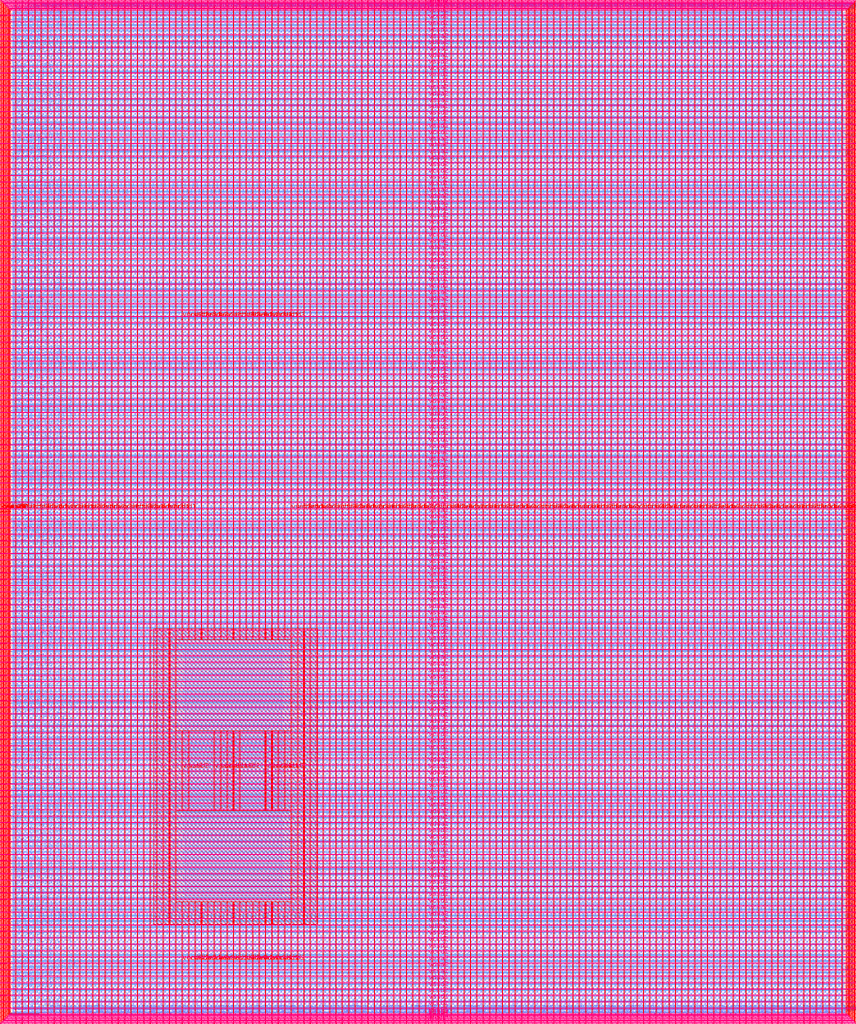
<source format=lef>
VERSION 5.7 ;
  NOWIREEXTENSIONATPIN ON ;
  DIVIDERCHAR "/" ;
  BUSBITCHARS "[]" ;
MACRO user_analog_project_wrapper
  CLASS BLOCK ;
  FOREIGN user_analog_project_wrapper ;
  ORIGIN 0.000 0.000 ;
  SIZE 2920.000 BY 3520.000 ;
  PIN gpio_analog[0]
    DIRECTION INOUT ;
    USE SIGNAL ;
    PORT
      LAYER met2 ;
        RECT 437.870 -4.800 438.430 2.400 ;
    END
  END gpio_analog[0]
  PIN gpio_analog[10]
    DIRECTION INOUT ;
    USE SIGNAL ;
    PORT
      LAYER met2 ;
        RECT 782.410 -4.800 782.970 2.400 ;
    END
  END gpio_analog[10]
  PIN gpio_analog[11]
    DIRECTION INOUT ;
    USE SIGNAL ;
    PORT
      LAYER met3 ;
        RECT 2917.600 281.940 2924.800 283.140 ;
    END
  END gpio_analog[11]
  PIN gpio_analog[12]
    DIRECTION INOUT ;
    USE SIGNAL ;
    PORT
      LAYER met2 ;
        RECT 502.270 3517.600 502.830 3524.800 ;
    END
  END gpio_analog[12]
  PIN gpio_analog[13]
    DIRECTION INOUT ;
    USE SIGNAL ;
    PORT
      LAYER met3 ;
        RECT -4.800 1631.740 2.400 1632.940 ;
    END
  END gpio_analog[13]
  PIN gpio_analog[14]
    DIRECTION INOUT ;
    USE SIGNAL ;
    PORT
      LAYER met2 ;
        RECT 1725.870 3517.600 1726.430 3524.800 ;
    END
  END gpio_analog[14]
  PIN gpio_analog[15]
    DIRECTION INOUT ;
    USE SIGNAL ;
    PORT
      LAYER met3 ;
        RECT 2917.600 1111.540 2924.800 1112.740 ;
    END
  END gpio_analog[15]
  PIN gpio_analog[16]
    DIRECTION INOUT ;
    USE SIGNAL ;
    PORT
      LAYER met3 ;
        RECT -4.800 3185.540 2.400 3186.740 ;
    END
  END gpio_analog[16]
  PIN gpio_analog[17]
    DIRECTION INOUT ;
    USE SIGNAL ;
    PORT
      LAYER met3 ;
        RECT -4.800 642.340 2.400 643.540 ;
    END
  END gpio_analog[17]
  PIN gpio_analog[1]
    DIRECTION INOUT ;
    USE SIGNAL ;
    PORT
      LAYER met3 ;
        RECT 2917.600 404.340 2924.800 405.540 ;
    END
  END gpio_analog[1]
  PIN gpio_analog[2]
    DIRECTION INOUT ;
    USE SIGNAL ;
    PORT
      LAYER met2 ;
        RECT 1297.610 -4.800 1298.170 2.400 ;
    END
  END gpio_analog[2]
  PIN gpio_analog[3]
    DIRECTION INOUT ;
    USE SIGNAL ;
    PORT
      LAYER met3 ;
        RECT -4.800 2175.740 2.400 2176.940 ;
    END
  END gpio_analog[3]
  PIN gpio_analog[4]
    DIRECTION INOUT ;
    USE SIGNAL ;
    PORT
      LAYER met3 ;
        RECT 2917.600 3369.140 2924.800 3370.340 ;
    END
  END gpio_analog[4]
  PIN gpio_analog[5]
    DIRECTION INOUT ;
    USE SIGNAL ;
    PORT
      LAYER met3 ;
        RECT -4.800 1026.540 2.400 1027.740 ;
    END
  END gpio_analog[5]
  PIN gpio_analog[6]
    DIRECTION INOUT ;
    USE SIGNAL ;
    PORT
      LAYER met3 ;
        RECT -4.800 1995.540 2.400 1996.740 ;
    END
  END gpio_analog[6]
  PIN gpio_analog[7]
    DIRECTION INOUT ;
    USE SIGNAL ;
    PORT
      LAYER met2 ;
        RECT 379.910 -4.800 380.470 2.400 ;
    END
  END gpio_analog[7]
  PIN gpio_analog[8]
    DIRECTION INOUT ;
    USE SIGNAL ;
    PORT
      LAYER met2 ;
        RECT 2730.510 -4.800 2731.070 2.400 ;
    END
  END gpio_analog[8]
  PIN gpio_analog[9]
    DIRECTION INOUT ;
    USE SIGNAL ;
    PORT
      LAYER met2 ;
        RECT 2060.750 -4.800 2061.310 2.400 ;
    END
  END gpio_analog[9]
  PIN gpio_noesd[0]
    DIRECTION INOUT ;
    USE SIGNAL ;
    PORT
      LAYER met2 ;
        RECT 1201.010 -4.800 1201.570 2.400 ;
    END
  END gpio_noesd[0]
  PIN gpio_noesd[10]
    DIRECTION INOUT ;
    USE SIGNAL ;
    PORT
      LAYER met3 ;
        RECT -4.800 2682.340 2.400 2683.540 ;
    END
  END gpio_noesd[10]
  PIN gpio_noesd[11]
    DIRECTION INOUT ;
    USE SIGNAL ;
    PORT
      LAYER met3 ;
        RECT -4.800 2236.940 2.400 2238.140 ;
    END
  END gpio_noesd[11]
  PIN gpio_noesd[12]
    DIRECTION INOUT ;
    USE SIGNAL ;
    PORT
      LAYER met2 ;
        RECT 866.130 3517.600 866.690 3524.800 ;
    END
  END gpio_noesd[12]
  PIN gpio_noesd[13]
    DIRECTION INOUT ;
    USE SIGNAL ;
    PORT
      LAYER met2 ;
        RECT 1954.490 3517.600 1955.050 3524.800 ;
    END
  END gpio_noesd[13]
  PIN gpio_noesd[14]
    DIRECTION INOUT ;
    USE SIGNAL ;
    PORT
      LAYER met3 ;
        RECT -4.800 1913.940 2.400 1915.140 ;
    END
  END gpio_noesd[14]
  PIN gpio_noesd[15]
    DIRECTION INOUT ;
    USE SIGNAL ;
    PORT
      LAYER met3 ;
        RECT -4.800 298.940 2.400 300.140 ;
    END
  END gpio_noesd[15]
  PIN gpio_noesd[16]
    DIRECTION INOUT ;
    USE SIGNAL ;
    PORT
      LAYER met3 ;
        RECT 2917.600 142.540 2924.800 143.740 ;
    END
  END gpio_noesd[16]
  PIN gpio_noesd[17]
    DIRECTION INOUT ;
    USE SIGNAL ;
    PORT
      LAYER met2 ;
        RECT 1056.110 3517.600 1056.670 3524.800 ;
    END
  END gpio_noesd[17]
  PIN gpio_noesd[1]
    DIRECTION INOUT ;
    USE SIGNAL ;
    PORT
      LAYER met2 ;
        RECT 608.530 -4.800 609.090 2.400 ;
    END
  END gpio_noesd[1]
  PIN gpio_noesd[2]
    DIRECTION INOUT ;
    USE SIGNAL ;
    PORT
      LAYER met2 ;
        RECT 1642.150 -4.800 1642.710 2.400 ;
    END
  END gpio_noesd[2]
  PIN gpio_noesd[3]
    DIRECTION INOUT ;
    USE SIGNAL ;
    PORT
      LAYER met3 ;
        RECT 2917.600 3209.340 2924.800 3210.540 ;
    END
  END gpio_noesd[3]
  PIN gpio_noesd[4]
    DIRECTION INOUT ;
    USE SIGNAL ;
    PORT
      LAYER met2 ;
        RECT 959.510 3517.600 960.070 3524.800 ;
    END
  END gpio_noesd[4]
  PIN gpio_noesd[5]
    DIRECTION INOUT ;
    USE SIGNAL ;
    PORT
      LAYER met3 ;
        RECT 2917.600 322.740 2924.800 323.940 ;
    END
  END gpio_noesd[5]
  PIN gpio_noesd[6]
    DIRECTION INOUT ;
    USE SIGNAL ;
    PORT
      LAYER met3 ;
        RECT 2917.600 3005.340 2924.800 3006.540 ;
    END
  END gpio_noesd[6]
  PIN gpio_noesd[7]
    DIRECTION INOUT ;
    USE SIGNAL ;
    PORT
      LAYER met3 ;
        RECT 2917.600 2461.340 2924.800 2462.540 ;
    END
  END gpio_noesd[7]
  PIN gpio_noesd[8]
    DIRECTION INOUT ;
    USE SIGNAL ;
    PORT
      LAYER met3 ;
        RECT -4.800 441.740 2.400 442.940 ;
    END
  END gpio_noesd[8]
  PIN gpio_noesd[9]
    DIRECTION INOUT ;
    USE SIGNAL ;
    PORT
      LAYER met3 ;
        RECT -4.800 662.740 2.400 663.940 ;
    END
  END gpio_noesd[9]
  PIN io_analog[0]
    DIRECTION INOUT ;
    USE SIGNAL ;
    PORT
      LAYER met3 ;
        RECT -4.800 1227.140 2.400 1228.340 ;
    END
  END io_analog[0]
  PIN io_analog[10]
    DIRECTION INOUT ;
    USE SIGNAL ;
    PORT
      LAYER met2 ;
        RECT 283.310 -4.800 283.870 2.400 ;
    END
  END io_analog[10]
  PIN io_analog[1]
    DIRECTION INOUT ;
    USE SIGNAL ;
    PORT
      LAYER met3 ;
        RECT 2917.600 302.340 2924.800 303.540 ;
    END
  END io_analog[1]
  PIN io_analog[2]
    DIRECTION INOUT ;
    USE SIGNAL ;
    PORT
      LAYER met3 ;
        RECT 2917.600 2763.940 2924.800 2765.140 ;
    END
  END io_analog[2]
  PIN io_analog[3]
    DIRECTION INOUT ;
    USE SIGNAL ;
    PORT
      LAYER met2 ;
        RECT 1143.050 -4.800 1143.610 2.400 ;
    END
  END io_analog[3]
  PIN io_analog[4]
    DIRECTION INOUT ;
    USE SIGNAL ;
    PORT
      LAYER met2 ;
        RECT 569.890 -4.800 570.450 2.400 ;
    END
  END io_analog[4]
  PIN io_analog[5]
    DIRECTION INOUT ;
    USE SIGNAL ;
    PORT
      LAYER met2 ;
        RECT 444.310 3517.600 444.870 3524.800 ;
    END
  END io_analog[5]
  PIN io_analog[6]
    DIRECTION INOUT ;
    USE SIGNAL ;
    PORT
      LAYER met2 ;
        RECT 2253.950 -4.800 2254.510 2.400 ;
    END
  END io_analog[6]
  PIN io_analog[7]
    DIRECTION INOUT ;
    USE SIGNAL ;
    PORT
      LAYER met3 ;
        RECT -4.800 1169.340 2.400 1170.540 ;
    END
  END io_analog[7]
  PIN io_analog[8]
    DIRECTION INOUT ;
    USE SIGNAL ;
    PORT
      LAYER met2 ;
        RECT 1049.670 -4.800 1050.230 2.400 ;
    END
  END io_analog[8]
  PIN io_analog[9]
    DIRECTION INOUT ;
    USE SIGNAL ;
    PORT
      LAYER met3 ;
        RECT -4.800 1672.540 2.400 1673.740 ;
    END
  END io_analog[9]
  PIN io_clamp_high[0]
    DIRECTION INOUT ;
    USE SIGNAL ;
    PORT
      LAYER met2 ;
        RECT 112.650 -4.800 113.210 2.400 ;
    END
  END io_clamp_high[0]
  PIN io_clamp_high[1]
    DIRECTION INOUT ;
    USE SIGNAL ;
    PORT
      LAYER met3 ;
        RECT 2917.600 2906.740 2924.800 2907.940 ;
    END
  END io_clamp_high[1]
  PIN io_clamp_high[2]
    DIRECTION INOUT ;
    USE SIGNAL ;
    PORT
      LAYER met3 ;
        RECT 2917.600 1815.340 2924.800 1816.540 ;
    END
  END io_clamp_high[2]
  PIN io_clamp_low[0]
    DIRECTION INOUT ;
    USE SIGNAL ;
    PORT
      LAYER met3 ;
        RECT -4.800 621.940 2.400 623.140 ;
    END
  END io_clamp_low[0]
  PIN io_clamp_low[1]
    DIRECTION INOUT ;
    USE SIGNAL ;
    PORT
      LAYER met2 ;
        RECT 1429.630 -4.800 1430.190 2.400 ;
    END
  END io_clamp_low[1]
  PIN io_clamp_low[2]
    DIRECTION INOUT ;
    USE SIGNAL ;
    PORT
      LAYER met3 ;
        RECT -4.800 3246.740 2.400 3247.940 ;
    END
  END io_clamp_low[2]
  PIN io_in[0]
    DIRECTION INPUT ;
    USE SIGNAL ;
    PORT
      LAYER met2 ;
        RECT 189.930 -4.800 190.490 2.400 ;
    END
  END io_in[0]
  PIN io_in[10]
    DIRECTION INPUT ;
    USE SIGNAL ;
    PORT
      LAYER met3 ;
        RECT 2917.600 2522.540 2924.800 2523.740 ;
    END
  END io_in[10]
  PIN io_in[11]
    DIRECTION INPUT ;
    USE SIGNAL ;
    PORT
      LAYER met2 ;
        RECT 2469.690 3517.600 2470.250 3524.800 ;
    END
  END io_in[11]
  PIN io_in[12]
    DIRECTION INPUT ;
    USE SIGNAL ;
    PORT
      LAYER met2 ;
        RECT 2012.450 3517.600 2013.010 3524.800 ;
    END
  END io_in[12]
  PIN io_in[13]
    DIRECTION INPUT ;
    USE SIGNAL ;
    PORT
      LAYER met2 ;
        RECT 495.830 -4.800 496.390 2.400 ;
    END
  END io_in[13]
  PIN io_in[14]
    DIRECTION INPUT ;
    USE SIGNAL ;
    PORT
      LAYER met2 ;
        RECT 2080.070 -4.800 2080.630 2.400 ;
    END
  END io_in[14]
  PIN io_in[15]
    DIRECTION INPUT ;
    USE SIGNAL ;
    PORT
      LAYER met3 ;
        RECT -4.800 380.540 2.400 381.740 ;
    END
  END io_in[15]
  PIN io_in[16]
    DIRECTION INPUT ;
    USE SIGNAL ;
    PORT
      LAYER met2 ;
        RECT 2595.270 -4.800 2595.830 2.400 ;
    END
  END io_in[16]
  PIN io_in[17]
    DIRECTION INPUT ;
    USE SIGNAL ;
    PORT
      LAYER met3 ;
        RECT 2917.600 1189.740 2924.800 1190.940 ;
    END
  END io_in[17]
  PIN io_in[18]
    DIRECTION INPUT ;
    USE SIGNAL ;
    PORT
      LAYER met3 ;
        RECT 2917.600 363.540 2924.800 364.740 ;
    END
  END io_in[18]
  PIN io_in[19]
    DIRECTION INPUT ;
    USE SIGNAL ;
    PORT
      LAYER met3 ;
        RECT -4.800 2821.740 2.400 2822.940 ;
    END
  END io_in[19]
  PIN io_in[1]
    DIRECTION INPUT ;
    USE SIGNAL ;
    PORT
      LAYER met2 ;
        RECT 2463.250 -4.800 2463.810 2.400 ;
    END
  END io_in[1]
  PIN io_in[20]
    DIRECTION INPUT ;
    USE SIGNAL ;
    PORT
      LAYER met2 ;
        RECT 2672.550 -4.800 2673.110 2.400 ;
    END
  END io_in[20]
  PIN io_in[21]
    DIRECTION INPUT ;
    USE SIGNAL ;
    PORT
      LAYER met2 ;
        RECT 1680.790 -4.800 1681.350 2.400 ;
    END
  END io_in[21]
  PIN io_in[22]
    DIRECTION INPUT ;
    USE SIGNAL ;
    PORT
      LAYER met3 ;
        RECT 2917.600 666.140 2924.800 667.340 ;
    END
  END io_in[22]
  PIN io_in[23]
    DIRECTION INPUT ;
    USE SIGNAL ;
    PORT
      LAYER met2 ;
        RECT 1323.370 3517.600 1323.930 3524.800 ;
    END
  END io_in[23]
  PIN io_in[24]
    DIRECTION INPUT ;
    USE SIGNAL ;
    PORT
      LAYER met3 ;
        RECT 2917.600 1998.940 2924.800 2000.140 ;
    END
  END io_in[24]
  PIN io_in[25]
    DIRECTION INPUT ;
    USE SIGNAL ;
    PORT
      LAYER met2 ;
        RECT 2901.170 -4.800 2901.730 2.400 ;
    END
  END io_in[25]
  PIN io_in[26]
    DIRECTION INPUT ;
    USE SIGNAL ;
    PORT
      LAYER met2 ;
        RECT 2678.990 3517.600 2679.550 3524.800 ;
    END
  END io_in[26]
  PIN io_in[2]
    DIRECTION INPUT ;
    USE SIGNAL ;
    PORT
      LAYER met3 ;
        RECT 2917.600 2260.740 2924.800 2261.940 ;
    END
  END io_in[2]
  PIN io_in[3]
    DIRECTION INPUT ;
    USE SIGNAL ;
    PORT
      LAYER met3 ;
        RECT -4.800 1570.540 2.400 1571.740 ;
    END
  END io_in[3]
  PIN io_in[4]
    DIRECTION INPUT ;
    USE SIGNAL ;
    PORT
      LAYER met2 ;
        RECT 2138.030 -4.800 2138.590 2.400 ;
    END
  END io_in[4]
  PIN io_in[5]
    DIRECTION INPUT ;
    USE SIGNAL ;
    PORT
      LAYER met2 ;
        RECT 653.610 3517.600 654.170 3524.800 ;
    END
  END io_in[5]
  PIN io_in[6]
    DIRECTION INPUT ;
    USE SIGNAL ;
    PORT
      LAYER met3 ;
        RECT 2917.600 2743.540 2924.800 2744.740 ;
    END
  END io_in[6]
  PIN io_in[7]
    DIRECTION INPUT ;
    USE SIGNAL ;
    PORT
      LAYER met3 ;
        RECT -4.800 281.940 2.400 283.140 ;
    END
  END io_in[7]
  PIN io_in[8]
    DIRECTION INPUT ;
    USE SIGNAL ;
    PORT
      LAYER met2 ;
        RECT 418.550 -4.800 419.110 2.400 ;
    END
  END io_in[8]
  PIN io_in[9]
    DIRECTION INPUT ;
    USE SIGNAL ;
    PORT
      LAYER met2 ;
        RECT 1152.710 3517.600 1153.270 3524.800 ;
    END
  END io_in[9]
  PIN io_in_3v3[0]
    DIRECTION INPUT ;
    USE SIGNAL ;
    PORT
      LAYER met2 ;
        RECT 821.050 -4.800 821.610 2.400 ;
    END
  END io_in_3v3[0]
  PIN io_in_3v3[10]
    DIRECTION INPUT ;
    USE SIGNAL ;
    PORT
      LAYER met2 ;
        RECT 228.570 -4.800 229.130 2.400 ;
    END
  END io_in_3v3[10]
  PIN io_in_3v3[11]
    DIRECTION INPUT ;
    USE SIGNAL ;
    PORT
      LAYER met2 ;
        RECT 1687.230 3517.600 1687.790 3524.800 ;
    END
  END io_in_3v3[11]
  PIN io_in_3v3[12]
    DIRECTION INPUT ;
    USE SIGNAL ;
    PORT
      LAYER met2 ;
        RECT 2659.670 3517.600 2660.230 3524.800 ;
    END
  END io_in_3v3[12]
  PIN io_in_3v3[13]
    DIRECTION INPUT ;
    USE SIGNAL ;
    PORT
      LAYER met2 ;
        RECT 54.690 -4.800 55.250 2.400 ;
    END
  END io_in_3v3[13]
  PIN io_in_3v3[14]
    DIRECTION INPUT ;
    USE SIGNAL ;
    PORT
      LAYER met3 ;
        RECT -4.800 3205.940 2.400 3207.140 ;
    END
  END io_in_3v3[14]
  PIN io_in_3v3[15]
    DIRECTION INPUT ;
    USE SIGNAL ;
    PORT
      LAYER met3 ;
        RECT 2917.600 1029.940 2924.800 1031.140 ;
    END
  END io_in_3v3[15]
  PIN io_in_3v3[16]
    DIRECTION INPUT ;
    USE SIGNAL ;
    PORT
      LAYER met3 ;
        RECT 2917.600 788.540 2924.800 789.740 ;
    END
  END io_in_3v3[16]
  PIN io_in_3v3[17]
    DIRECTION INPUT ;
    USE SIGNAL ;
    PORT
      LAYER met3 ;
        RECT -4.800 3287.540 2.400 3288.740 ;
    END
  END io_in_3v3[17]
  PIN io_in_3v3[18]
    DIRECTION INPUT ;
    USE SIGNAL ;
    PORT
      LAYER met3 ;
        RECT -4.800 1832.340 2.400 1833.540 ;
    END
  END io_in_3v3[18]
  PIN io_in_3v3[19]
    DIRECTION INPUT ;
    USE SIGNAL ;
    PORT
      LAYER met3 ;
        RECT -4.800 3165.140 2.400 3166.340 ;
    END
  END io_in_3v3[19]
  PIN io_in_3v3[1]
    DIRECTION INPUT ;
    USE SIGNAL ;
    PORT
      LAYER met3 ;
        RECT 2917.600 261.540 2924.800 262.740 ;
    END
  END io_in_3v3[1]
  PIN io_in_3v3[20]
    DIRECTION INPUT ;
    USE SIGNAL ;
    PORT
      LAYER met2 ;
        RECT 367.030 3517.600 367.590 3524.800 ;
    END
  END io_in_3v3[20]
  PIN io_in_3v3[21]
    DIRECTION INPUT ;
    USE SIGNAL ;
    PORT
      LAYER met3 ;
        RECT -4.800 2964.540 2.400 2965.740 ;
    END
  END io_in_3v3[21]
  PIN io_in_3v3[22]
    DIRECTION INPUT ;
    USE SIGNAL ;
    PORT
      LAYER met3 ;
        RECT -4.800 3488.140 2.400 3489.340 ;
    END
  END io_in_3v3[22]
  PIN io_in_3v3[23]
    DIRECTION INPUT ;
    USE SIGNAL ;
    PORT
      LAYER met3 ;
        RECT -4.800 3386.140 2.400 3387.340 ;
    END
  END io_in_3v3[23]
  PIN io_in_3v3[24]
    DIRECTION INPUT ;
    USE SIGNAL ;
    PORT
      LAYER met2 ;
        RECT 1468.270 -4.800 1468.830 2.400 ;
    END
  END io_in_3v3[24]
  PIN io_in_3v3[25]
    DIRECTION INPUT ;
    USE SIGNAL ;
    PORT
      LAYER met3 ;
        RECT 2917.600 1675.940 2924.800 1677.140 ;
    END
  END io_in_3v3[25]
  PIN io_in_3v3[26]
    DIRECTION INPUT ;
    USE SIGNAL ;
    PORT
      LAYER met3 ;
        RECT -4.800 1975.140 2.400 1976.340 ;
    END
  END io_in_3v3[26]
  PIN io_in_3v3[2]
    DIRECTION INPUT ;
    USE SIGNAL ;
    PORT
      LAYER met2 ;
        RECT 6.390 3517.600 6.950 3524.800 ;
    END
  END io_in_3v3[2]
  PIN io_in_3v3[3]
    DIRECTION INPUT ;
    USE SIGNAL ;
    PORT
      LAYER met3 ;
        RECT 2917.600 3267.140 2924.800 3268.340 ;
    END
  END io_in_3v3[3]
  PIN io_in_3v3[4]
    DIRECTION INPUT ;
    USE SIGNAL ;
    PORT
      LAYER met2 ;
        RECT 2833.550 3517.600 2834.110 3524.800 ;
    END
  END io_in_3v3[4]
  PIN io_in_3v3[5]
    DIRECTION INPUT ;
    USE SIGNAL ;
    PORT
      LAYER met2 ;
        RECT 1564.870 -4.800 1565.430 2.400 ;
    END
  END io_in_3v3[5]
  PIN io_in_3v3[6]
    DIRECTION INPUT ;
    USE SIGNAL ;
    PORT
      LAYER met2 ;
        RECT 2234.630 -4.800 2235.190 2.400 ;
    END
  END io_in_3v3[6]
  PIN io_in_3v3[7]
    DIRECTION INPUT ;
    USE SIGNAL ;
    PORT
      LAYER met2 ;
        RECT 991.710 -4.800 992.270 2.400 ;
    END
  END io_in_3v3[7]
  PIN io_in_3v3[8]
    DIRECTION INPUT ;
    USE SIGNAL ;
    PORT
      LAYER met2 ;
        RECT 1477.930 3517.600 1478.490 3524.800 ;
    END
  END io_in_3v3[8]
  PIN io_in_3v3[9]
    DIRECTION INPUT ;
    USE SIGNAL ;
    PORT
      LAYER met2 ;
        RECT 2769.150 -4.800 2769.710 2.400 ;
    END
  END io_in_3v3[9]
  PIN io_oeb[0]
    DIRECTION OUTPUT TRISTATE ;
    USE SIGNAL ;
    PORT
      LAYER met3 ;
        RECT -4.800 2379.740 2.400 2380.940 ;
    END
  END io_oeb[0]
  PIN io_oeb[10]
    DIRECTION OUTPUT TRISTATE ;
    USE SIGNAL ;
    PORT
      LAYER met2 ;
        RECT 2373.090 3517.600 2373.650 3524.800 ;
    END
  END io_oeb[10]
  PIN io_oeb[11]
    DIRECTION OUTPUT TRISTATE ;
    USE SIGNAL ;
    PORT
      LAYER met2 ;
        RECT 1094.750 3517.600 1095.310 3524.800 ;
    END
  END io_oeb[11]
  PIN io_oeb[12]
    DIRECTION OUTPUT TRISTATE ;
    USE SIGNAL ;
    PORT
      LAYER met2 ;
        RECT 1832.130 -4.800 1832.690 2.400 ;
    END
  END io_oeb[12]
  PIN io_oeb[13]
    DIRECTION OUTPUT TRISTATE ;
    USE SIGNAL ;
    PORT
      LAYER met2 ;
        RECT 2575.950 -4.800 2576.510 2.400 ;
    END
  END io_oeb[13]
  PIN io_oeb[14]
    DIRECTION OUTPUT TRISTATE ;
    USE SIGNAL ;
    PORT
      LAYER met3 ;
        RECT 2917.600 1754.140 2924.800 1755.340 ;
    END
  END io_oeb[14]
  PIN io_oeb[15]
    DIRECTION OUTPUT TRISTATE ;
    USE SIGNAL ;
    PORT
      LAYER met3 ;
        RECT -4.800 2437.540 2.400 2438.740 ;
    END
  END io_oeb[15]
  PIN io_oeb[16]
    DIRECTION OUTPUT TRISTATE ;
    USE SIGNAL ;
    PORT
      LAYER met3 ;
        RECT -4.800 2641.540 2.400 2642.740 ;
    END
  END io_oeb[16]
  PIN io_oeb[17]
    DIRECTION OUTPUT TRISTATE ;
    USE SIGNAL ;
    PORT
      LAYER met3 ;
        RECT 2917.600 2964.540 2924.800 2965.740 ;
    END
  END io_oeb[17]
  PIN io_oeb[18]
    DIRECTION OUTPUT TRISTATE ;
    USE SIGNAL ;
    PORT
      LAYER met2 ;
        RECT 647.170 -4.800 647.730 2.400 ;
    END
  END io_oeb[18]
  PIN io_oeb[19]
    DIRECTION OUTPUT TRISTATE ;
    USE SIGNAL ;
    PORT
      LAYER met3 ;
        RECT 2917.600 3246.740 2924.800 3247.940 ;
    END
  END io_oeb[19]
  PIN io_oeb[1]
    DIRECTION OUTPUT TRISTATE ;
    USE SIGNAL ;
    PORT
      LAYER met2 ;
        RECT 2508.330 3517.600 2508.890 3524.800 ;
    END
  END io_oeb[1]
  PIN io_oeb[20]
    DIRECTION OUTPUT TRISTATE ;
    USE SIGNAL ;
    PORT
      LAYER met2 ;
        RECT 2624.250 3517.600 2624.810 3524.800 ;
    END
  END io_oeb[20]
  PIN io_oeb[21]
    DIRECTION OUTPUT TRISTATE ;
    USE SIGNAL ;
    PORT
      LAYER met2 ;
        RECT 2392.410 3517.600 2392.970 3524.800 ;
    END
  END io_oeb[21]
  PIN io_oeb[22]
    DIRECTION OUTPUT TRISTATE ;
    USE SIGNAL ;
    PORT
      LAYER met2 ;
        RECT 302.630 -4.800 303.190 2.400 ;
    END
  END io_oeb[22]
  PIN io_oeb[23]
    DIRECTION OUTPUT TRISTATE ;
    USE SIGNAL ;
    PORT
      LAYER met3 ;
        RECT 2917.600 846.340 2924.800 847.540 ;
    END
  END io_oeb[23]
  PIN io_oeb[24]
    DIRECTION OUTPUT TRISTATE ;
    USE SIGNAL ;
    PORT
      LAYER met2 ;
        RECT 1745.190 3517.600 1745.750 3524.800 ;
    END
  END io_oeb[24]
  PIN io_oeb[25]
    DIRECTION OUTPUT TRISTATE ;
    USE SIGNAL ;
    PORT
      LAYER met3 ;
        RECT 2917.600 2420.540 2924.800 2421.740 ;
    END
  END io_oeb[25]
  PIN io_oeb[26]
    DIRECTION OUTPUT TRISTATE ;
    USE SIGNAL ;
    PORT
      LAYER met3 ;
        RECT 2917.600 1876.540 2924.800 1877.740 ;
    END
  END io_oeb[26]
  PIN io_oeb[2]
    DIRECTION OUTPUT TRISTATE ;
    USE SIGNAL ;
    PORT
      LAYER met3 ;
        RECT -4.800 3042.740 2.400 3043.940 ;
    END
  END io_oeb[2]
  PIN io_oeb[3]
    DIRECTION OUTPUT TRISTATE ;
    USE SIGNAL ;
    PORT
      LAYER met3 ;
        RECT -4.800 3124.340 2.400 3125.540 ;
    END
  END io_oeb[3]
  PIN io_oeb[4]
    DIRECTION OUTPUT TRISTATE ;
    USE SIGNAL ;
    PORT
      LAYER met3 ;
        RECT -4.800 2338.940 2.400 2340.140 ;
    END
  END io_oeb[4]
  PIN io_oeb[5]
    DIRECTION OUTPUT TRISTATE ;
    USE SIGNAL ;
    PORT
      LAYER met3 ;
        RECT 2917.600 2804.740 2924.800 2805.940 ;
    END
  END io_oeb[5]
  PIN io_oeb[6]
    DIRECTION OUTPUT TRISTATE ;
    USE SIGNAL ;
    PORT
      LAYER met2 ;
        RECT 196.370 3517.600 196.930 3524.800 ;
    END
  END io_oeb[6]
  PIN io_oeb[7]
    DIRECTION OUTPUT TRISTATE ;
    USE SIGNAL ;
    PORT
      LAYER met3 ;
        RECT -4.800 2600.740 2.400 2601.940 ;
    END
  END io_oeb[7]
  PIN io_oeb[8]
    DIRECTION OUTPUT TRISTATE ;
    USE SIGNAL ;
    PORT
      LAYER met2 ;
        RECT 1497.250 3517.600 1497.810 3524.800 ;
    END
  END io_oeb[8]
  PIN io_oeb[9]
    DIRECTION OUTPUT TRISTATE ;
    USE SIGNAL ;
    PORT
      LAYER met3 ;
        RECT 2917.600 1471.940 2924.800 1473.140 ;
    END
  END io_oeb[9]
  PIN io_out[0]
    DIRECTION OUTPUT TRISTATE ;
    USE SIGNAL ;
    PORT
      LAYER met2 ;
        RECT 2604.930 3517.600 2605.490 3524.800 ;
    END
  END io_out[0]
  PIN io_out[10]
    DIRECTION OUTPUT TRISTATE ;
    USE SIGNAL ;
    PORT
      LAYER met3 ;
        RECT -4.800 887.140 2.400 888.340 ;
    END
  END io_out[10]
  PIN io_out[11]
    DIRECTION OUTPUT TRISTATE ;
    USE SIGNAL ;
    PORT
      LAYER met3 ;
        RECT 2917.600 3328.340 2924.800 3329.540 ;
    END
  END io_out[11]
  PIN io_out[12]
    DIRECTION OUTPUT TRISTATE ;
    USE SIGNAL ;
    PORT
      LAYER met3 ;
        RECT -4.800 1492.340 2.400 1493.540 ;
    END
  END io_out[12]
  PIN io_out[13]
    DIRECTION OUTPUT TRISTATE ;
    USE SIGNAL ;
    PORT
      LAYER met3 ;
        RECT 2917.600 2077.140 2924.800 2078.340 ;
    END
  END io_out[13]
  PIN io_out[14]
    DIRECTION OUTPUT TRISTATE ;
    USE SIGNAL ;
    PORT
      LAYER met2 ;
        RECT 1342.690 3517.600 1343.250 3524.800 ;
    END
  END io_out[14]
  PIN io_out[15]
    DIRECTION OUTPUT TRISTATE ;
    USE SIGNAL ;
    PORT
      LAYER met3 ;
        RECT -4.800 1733.740 2.400 1734.940 ;
    END
  END io_out[15]
  PIN io_out[16]
    DIRECTION OUTPUT TRISTATE ;
    USE SIGNAL ;
    PORT
      LAYER met2 ;
        RECT 292.970 3517.600 293.530 3524.800 ;
    END
  END io_out[16]
  PIN io_out[17]
    DIRECTION OUTPUT TRISTATE ;
    USE SIGNAL ;
    PORT
      LAYER met2 ;
        RECT 978.830 3517.600 979.390 3524.800 ;
    END
  END io_out[17]
  PIN io_out[18]
    DIRECTION OUTPUT TRISTATE ;
    USE SIGNAL ;
    PORT
      LAYER met2 ;
        RECT 119.090 3517.600 119.650 3524.800 ;
    END
  END io_out[18]
  PIN io_out[19]
    DIRECTION OUTPUT TRISTATE ;
    USE SIGNAL ;
    PORT
      LAYER met3 ;
        RECT 2917.600 1332.540 2924.800 1333.740 ;
    END
  END io_out[19]
  PIN io_out[1]
    DIRECTION OUTPUT TRISTATE ;
    USE SIGNAL ;
    PORT
      LAYER met3 ;
        RECT 2917.600 2036.340 2924.800 2037.540 ;
    END
  END io_out[1]
  PIN io_out[20]
    DIRECTION OUTPUT TRISTATE ;
    USE SIGNAL ;
    PORT
      LAYER met2 ;
        RECT 350.930 3517.600 351.490 3524.800 ;
    END
  END io_out[20]
  PIN io_out[21]
    DIRECTION OUTPUT TRISTATE ;
    USE SIGNAL ;
    PORT
      LAYER met2 ;
        RECT 1355.570 -4.800 1356.130 2.400 ;
    END
  END io_out[21]
  PIN io_out[22]
    DIRECTION OUTPUT TRISTATE ;
    USE SIGNAL ;
    PORT
      LAYER met3 ;
        RECT -4.800 924.540 2.400 925.740 ;
    END
  END io_out[22]
  PIN io_out[23]
    DIRECTION OUTPUT TRISTATE ;
    USE SIGNAL ;
    PORT
      LAYER met3 ;
        RECT 2917.600 1774.540 2924.800 1775.740 ;
    END
  END io_out[23]
  PIN io_out[24]
    DIRECTION OUTPUT TRISTATE ;
    USE SIGNAL ;
    PORT
      LAYER met3 ;
        RECT -4.800 3426.940 2.400 3428.140 ;
    END
  END io_out[24]
  PIN io_out[25]
    DIRECTION OUTPUT TRISTATE ;
    USE SIGNAL ;
    PORT
      LAYER met3 ;
        RECT -4.800 1349.540 2.400 1350.740 ;
    END
  END io_out[25]
  PIN io_out[26]
    DIRECTION OUTPUT TRISTATE ;
    USE SIGNAL ;
    PORT
      LAYER met2 ;
        RECT 1107.630 -4.800 1108.190 2.400 ;
    END
  END io_out[26]
  PIN io_out[2]
    DIRECTION OUTPUT TRISTATE ;
    USE SIGNAL ;
    PORT
      LAYER met2 ;
        RECT 895.110 -4.800 895.670 2.400 ;
    END
  END io_out[2]
  PIN io_out[3]
    DIRECTION OUTPUT TRISTATE ;
    USE SIGNAL ;
    PORT
      LAYER met2 ;
        RECT 1381.330 3517.600 1381.890 3524.800 ;
    END
  END io_out[3]
  PIN io_out[4]
    DIRECTION OUTPUT TRISTATE ;
    USE SIGNAL ;
    PORT
      LAYER met2 ;
        RECT 2353.770 3517.600 2354.330 3524.800 ;
    END
  END io_out[4]
  PIN io_out[5]
    DIRECTION OUTPUT TRISTATE ;
    USE SIGNAL ;
    PORT
      LAYER met3 ;
        RECT -4.800 2417.140 2.400 2418.340 ;
    END
  END io_out[5]
  PIN io_out[6]
    DIRECTION OUTPUT TRISTATE ;
    USE SIGNAL ;
    PORT
      LAYER met3 ;
        RECT 2917.600 825.940 2924.800 827.140 ;
    END
  END io_out[6]
  PIN io_out[7]
    DIRECTION OUTPUT TRISTATE ;
    USE SIGNAL ;
    PORT
      LAYER met3 ;
        RECT -4.800 3267.140 2.400 3268.340 ;
    END
  END io_out[7]
  PIN io_out[8]
    DIRECTION OUTPUT TRISTATE ;
    USE SIGNAL ;
    PORT
      LAYER met3 ;
        RECT 2917.600 604.940 2924.800 606.140 ;
    END
  END io_out[8]
  PIN io_out[9]
    DIRECTION OUTPUT TRISTATE ;
    USE SIGNAL ;
    PORT
      LAYER met3 ;
        RECT 2917.600 1250.940 2924.800 1252.140 ;
    END
  END io_out[9]
  PIN la_data_in[0]
    DIRECTION INPUT ;
    USE SIGNAL ;
    PORT
      LAYER met2 ;
        RECT 788.850 3517.600 789.410 3524.800 ;
    END
  END la_data_in[0]
  PIN la_data_in[100]
    DIRECTION INPUT ;
    USE SIGNAL ;
    PORT
      LAYER met3 ;
        RECT 2917.600 3127.740 2924.800 3128.940 ;
    END
  END la_data_in[100]
  PIN la_data_in[101]
    DIRECTION INPUT ;
    USE SIGNAL ;
    PORT
      LAYER met3 ;
        RECT 2917.600 1070.740 2924.800 1071.940 ;
    END
  END la_data_in[101]
  PIN la_data_in[102]
    DIRECTION INPUT ;
    USE SIGNAL ;
    PORT
      LAYER met2 ;
        RECT 1935.170 3517.600 1935.730 3524.800 ;
    END
  END la_data_in[102]
  PIN la_data_in[103]
    DIRECTION INPUT ;
    USE SIGNAL ;
    PORT
      LAYER met3 ;
        RECT 2917.600 101.740 2924.800 102.940 ;
    END
  END la_data_in[103]
  PIN la_data_in[104]
    DIRECTION INPUT ;
    USE SIGNAL ;
    PORT
      LAYER met3 ;
        RECT -4.800 1852.740 2.400 1853.940 ;
    END
  END la_data_in[104]
  PIN la_data_in[105]
    DIRECTION INPUT ;
    USE SIGNAL ;
    PORT
      LAYER met2 ;
        RECT 1114.070 3517.600 1114.630 3524.800 ;
    END
  END la_data_in[105]
  PIN la_data_in[106]
    DIRECTION INPUT ;
    USE SIGNAL ;
    PORT
      LAYER met2 ;
        RECT 672.930 3517.600 673.490 3524.800 ;
    END
  END la_data_in[106]
  PIN la_data_in[107]
    DIRECTION INPUT ;
    USE SIGNAL ;
    PORT
      LAYER met3 ;
        RECT -4.800 2077.140 2.400 2078.340 ;
    END
  END la_data_in[107]
  PIN la_data_in[108]
    DIRECTION INPUT ;
    USE SIGNAL ;
    PORT
      LAYER met3 ;
        RECT 2917.600 2923.740 2924.800 2924.940 ;
    END
  END la_data_in[108]
  PIN la_data_in[109]
    DIRECTION INPUT ;
    USE SIGNAL ;
    PORT
      LAYER met3 ;
        RECT -4.800 805.540 2.400 806.740 ;
    END
  END la_data_in[109]
  PIN la_data_in[10]
    DIRECTION INPUT ;
    USE SIGNAL ;
    PORT
      LAYER met3 ;
        RECT 2917.600 1896.940 2924.800 1898.140 ;
    END
  END la_data_in[10]
  PIN la_data_in[110]
    DIRECTION INPUT ;
    USE SIGNAL ;
    PORT
      LAYER met3 ;
        RECT -4.800 1431.140 2.400 1432.340 ;
    END
  END la_data_in[110]
  PIN la_data_in[111]
    DIRECTION INPUT ;
    USE SIGNAL ;
    PORT
      LAYER met3 ;
        RECT 2917.600 1352.940 2924.800 1354.140 ;
    END
  END la_data_in[111]
  PIN la_data_in[112]
    DIRECTION INPUT ;
    USE SIGNAL ;
    PORT
      LAYER met3 ;
        RECT -4.800 1873.140 2.400 1874.340 ;
    END
  END la_data_in[112]
  PIN la_data_in[113]
    DIRECTION INPUT ;
    USE SIGNAL ;
    PORT
      LAYER met3 ;
        RECT -4.800 3365.740 2.400 3366.940 ;
    END
  END la_data_in[113]
  PIN la_data_in[114]
    DIRECTION INPUT ;
    USE SIGNAL ;
    PORT
      LAYER met3 ;
        RECT -4.800 2580.340 2.400 2581.540 ;
    END
  END la_data_in[114]
  PIN la_data_in[115]
    DIRECTION INPUT ;
    USE SIGNAL ;
    PORT
      LAYER met2 ;
        RECT 1629.270 3517.600 1629.830 3524.800 ;
    END
  END la_data_in[115]
  PIN la_data_in[116]
    DIRECTION INPUT ;
    USE SIGNAL ;
    PORT
      LAYER met2 ;
        RECT 2633.910 -4.800 2634.470 2.400 ;
    END
  END la_data_in[116]
  PIN la_data_in[117]
    DIRECTION INPUT ;
    USE SIGNAL ;
    PORT
      LAYER met3 ;
        RECT -4.800 1692.940 2.400 1694.140 ;
    END
  END la_data_in[117]
  PIN la_data_in[118]
    DIRECTION INPUT ;
    USE SIGNAL ;
    PORT
      LAYER met3 ;
        RECT 2917.600 2604.140 2924.800 2605.340 ;
    END
  END la_data_in[118]
  PIN la_data_in[119]
    DIRECTION INPUT ;
    USE SIGNAL ;
    PORT
      LAYER met3 ;
        RECT 2917.600 1050.340 2924.800 1051.540 ;
    END
  END la_data_in[119]
  PIN la_data_in[11]
    DIRECTION INPUT ;
    USE SIGNAL ;
    PORT
      LAYER met2 ;
        RECT 482.950 3517.600 483.510 3524.800 ;
    END
  END la_data_in[11]
  PIN la_data_in[120]
    DIRECTION INPUT ;
    USE SIGNAL ;
    PORT
      LAYER met3 ;
        RECT -4.800 1529.740 2.400 1530.940 ;
    END
  END la_data_in[120]
  PIN la_data_in[121]
    DIRECTION INPUT ;
    USE SIGNAL ;
    PORT
      LAYER met2 ;
        RECT 801.730 -4.800 802.290 2.400 ;
    END
  END la_data_in[121]
  PIN la_data_in[122]
    DIRECTION INPUT ;
    USE SIGNAL ;
    PORT
      LAYER met2 ;
        RECT 685.810 -4.800 686.370 2.400 ;
    END
  END la_data_in[122]
  PIN la_data_in[123]
    DIRECTION INPUT ;
    USE SIGNAL ;
    PORT
      LAYER met3 ;
        RECT -4.800 2134.940 2.400 2136.140 ;
    END
  END la_data_in[123]
  PIN la_data_in[124]
    DIRECTION INPUT ;
    USE SIGNAL ;
    PORT
      LAYER met2 ;
        RECT 2067.190 3517.600 2067.750 3524.800 ;
    END
  END la_data_in[124]
  PIN la_data_in[125]
    DIRECTION INPUT ;
    USE SIGNAL ;
    PORT
      LAYER met2 ;
        RECT 2424.610 -4.800 2425.170 2.400 ;
    END
  END la_data_in[125]
  PIN la_data_in[126]
    DIRECTION INPUT ;
    USE SIGNAL ;
    PORT
      LAYER met3 ;
        RECT -4.800 2097.540 2.400 2098.740 ;
    END
  END la_data_in[126]
  PIN la_data_in[127]
    DIRECTION INPUT ;
    USE SIGNAL ;
    PORT
      LAYER met2 ;
        RECT 2794.910 3517.600 2795.470 3524.800 ;
    END
  END la_data_in[127]
  PIN la_data_in[12]
    DIRECTION INPUT ;
    USE SIGNAL ;
    PORT
      LAYER met3 ;
        RECT 2917.600 927.940 2924.800 929.140 ;
    END
  END la_data_in[12]
  PIN la_data_in[13]
    DIRECTION INPUT ;
    USE SIGNAL ;
    PORT
      LAYER met3 ;
        RECT 2917.600 1696.340 2924.800 1697.540 ;
    END
  END la_data_in[13]
  PIN la_data_in[14]
    DIRECTION INPUT ;
    USE SIGNAL ;
    PORT
      LAYER met3 ;
        RECT -4.800 2699.340 2.400 2700.540 ;
    END
  END la_data_in[14]
  PIN la_data_in[15]
    DIRECTION INPUT ;
    USE SIGNAL ;
    PORT
      LAYER met3 ;
        RECT -4.800 2740.140 2.400 2741.340 ;
    END
  END la_data_in[15]
  PIN la_data_in[16]
    DIRECTION INPUT ;
    USE SIGNAL ;
    PORT
      LAYER met3 ;
        RECT -4.800 339.740 2.400 340.940 ;
    END
  END la_data_in[16]
  PIN la_data_in[17]
    DIRECTION INPUT ;
    USE SIGNAL ;
    PORT
      LAYER met3 ;
        RECT -4.800 785.140 2.400 786.340 ;
    END
  END la_data_in[17]
  PIN la_data_in[18]
    DIRECTION INPUT ;
    USE SIGNAL ;
    PORT
      LAYER met3 ;
        RECT -4.800 2257.340 2.400 2258.540 ;
    END
  END la_data_in[18]
  PIN la_data_in[19]
    DIRECTION INPUT ;
    USE SIGNAL ;
    PORT
      LAYER met2 ;
        RECT 2241.070 3517.600 2241.630 3524.800 ;
    END
  END la_data_in[19]
  PIN la_data_in[1]
    DIRECTION INPUT ;
    USE SIGNAL ;
    PORT
      LAYER met2 ;
        RECT 1506.910 -4.800 1507.470 2.400 ;
    END
  END la_data_in[1]
  PIN la_data_in[20]
    DIRECTION INPUT ;
    USE SIGNAL ;
    PORT
      LAYER met3 ;
        RECT -4.800 1550.140 2.400 1551.340 ;
    END
  END la_data_in[20]
  PIN la_data_in[21]
    DIRECTION INPUT ;
    USE SIGNAL ;
    PORT
      LAYER met2 ;
        RECT 138.410 3517.600 138.970 3524.800 ;
    END
  END la_data_in[21]
  PIN la_data_in[22]
    DIRECTION INPUT ;
    USE SIGNAL ;
    PORT
      LAYER met2 ;
        RECT 904.770 3517.600 905.330 3524.800 ;
    END
  END la_data_in[22]
  PIN la_data_in[23]
    DIRECTION INPUT ;
    USE SIGNAL ;
    PORT
      LAYER met3 ;
        RECT -4.800 2196.140 2.400 2197.340 ;
    END
  END la_data_in[23]
  PIN la_data_in[24]
    DIRECTION INPUT ;
    USE SIGNAL ;
    PORT
      LAYER met3 ;
        RECT 2917.600 2117.940 2924.800 2119.140 ;
    END
  END la_data_in[24]
  PIN la_data_in[25]
    DIRECTION INPUT ;
    USE SIGNAL ;
    PORT
      LAYER met2 ;
        RECT 2163.790 3517.600 2164.350 3524.800 ;
    END
  END la_data_in[25]
  PIN la_data_in[26]
    DIRECTION INPUT ;
    USE SIGNAL ;
    PORT
      LAYER met2 ;
        RECT 2521.210 -4.800 2521.770 2.400 ;
    END
  END la_data_in[26]
  PIN la_data_in[27]
    DIRECTION INPUT ;
    USE SIGNAL ;
    PORT
      LAYER met2 ;
        RECT 1448.950 -4.800 1449.510 2.400 ;
    END
  END la_data_in[27]
  PIN la_data_in[28]
    DIRECTION INPUT ;
    USE SIGNAL ;
    PORT
      LAYER met3 ;
        RECT -4.800 2318.540 2.400 2319.740 ;
    END
  END la_data_in[28]
  PIN la_data_in[29]
    DIRECTION INPUT ;
    USE SIGNAL ;
    PORT
      LAYER met3 ;
        RECT -4.800 1713.340 2.400 1714.540 ;
    END
  END la_data_in[29]
  PIN la_data_in[2]
    DIRECTION INPUT ;
    USE SIGNAL ;
    PORT
      LAYER met2 ;
        RECT 2195.990 -4.800 2196.550 2.400 ;
    END
  END la_data_in[2]
  PIN la_data_in[30]
    DIRECTION INPUT ;
    USE SIGNAL ;
    PORT
      LAYER met3 ;
        RECT -4.800 2457.940 2.400 2459.140 ;
    END
  END la_data_in[30]
  PIN la_data_in[31]
    DIRECTION INPUT ;
    USE SIGNAL ;
    PORT
      LAYER met3 ;
        RECT 2917.600 3025.740 2924.800 3026.940 ;
    END
  END la_data_in[31]
  PIN la_data_in[32]
    DIRECTION INPUT ;
    USE SIGNAL ;
    PORT
      LAYER met2 ;
        RECT 1513.350 3517.600 1513.910 3524.800 ;
    END
  END la_data_in[32]
  PIN la_data_in[33]
    DIRECTION INPUT ;
    USE SIGNAL ;
    PORT
      LAYER met3 ;
        RECT 2917.600 2944.140 2924.800 2945.340 ;
    END
  END la_data_in[33]
  PIN la_data_in[34]
    DIRECTION INPUT ;
    USE SIGNAL ;
    PORT
      LAYER met3 ;
        RECT -4.800 37.140 2.400 38.340 ;
    END
  END la_data_in[34]
  PIN la_data_in[35]
    DIRECTION INPUT ;
    USE SIGNAL ;
    PORT
      LAYER met3 ;
        RECT -4.800 3324.940 2.400 3326.140 ;
    END
  END la_data_in[35]
  PIN la_data_in[36]
    DIRECTION INPUT ;
    USE SIGNAL ;
    PORT
      LAYER met2 ;
        RECT 2756.270 3517.600 2756.830 3524.800 ;
    END
  END la_data_in[36]
  PIN la_data_in[37]
    DIRECTION INPUT ;
    USE SIGNAL ;
    PORT
      LAYER met2 ;
        RECT 2717.630 3517.600 2718.190 3524.800 ;
    END
  END la_data_in[37]
  PIN la_data_in[38]
    DIRECTION INPUT ;
    USE SIGNAL ;
    PORT
      LAYER met2 ;
        RECT 1648.590 3517.600 1649.150 3524.800 ;
    END
  END la_data_in[38]
  PIN la_data_in[39]
    DIRECTION INPUT ;
    USE SIGNAL ;
    PORT
      LAYER met2 ;
        RECT 743.770 -4.800 744.330 2.400 ;
    END
  END la_data_in[39]
  PIN la_data_in[3]
    DIRECTION INPUT ;
    USE SIGNAL ;
    PORT
      LAYER met3 ;
        RECT 2917.600 1978.540 2924.800 1979.740 ;
    END
  END la_data_in[3]
  PIN la_data_in[40]
    DIRECTION INPUT ;
    USE SIGNAL ;
    PORT
      LAYER met2 ;
        RECT 692.250 3517.600 692.810 3524.800 ;
    END
  END la_data_in[40]
  PIN la_data_in[41]
    DIRECTION INPUT ;
    USE SIGNAL ;
    PORT
      LAYER met3 ;
        RECT -4.800 3103.940 2.400 3105.140 ;
    END
  END la_data_in[41]
  PIN la_data_in[42]
    DIRECTION INPUT ;
    USE SIGNAL ;
    PORT
      LAYER met3 ;
        RECT -4.800 723.940 2.400 725.140 ;
    END
  END la_data_in[42]
  PIN la_data_in[43]
    DIRECTION INPUT ;
    USE SIGNAL ;
    PORT
      LAYER met3 ;
        RECT 2917.600 1594.340 2924.800 1595.540 ;
    END
  END la_data_in[43]
  PIN la_data_in[44]
    DIRECTION INPUT ;
    USE SIGNAL ;
    PORT
      LAYER met3 ;
        RECT -4.800 2298.140 2.400 2299.340 ;
    END
  END la_data_in[44]
  PIN la_data_in[45]
    DIRECTION INPUT ;
    USE SIGNAL ;
    PORT
      LAYER met2 ;
        RECT 405.670 3517.600 406.230 3524.800 ;
    END
  END la_data_in[45]
  PIN la_data_in[46]
    DIRECTION INPUT ;
    USE SIGNAL ;
    PORT
      LAYER met2 ;
        RECT 618.190 3517.600 618.750 3524.800 ;
    END
  END la_data_in[46]
  PIN la_data_in[47]
    DIRECTION INPUT ;
    USE SIGNAL ;
    PORT
      LAYER met3 ;
        RECT -4.800 2903.340 2.400 2904.540 ;
    END
  END la_data_in[47]
  PIN la_data_in[48]
    DIRECTION INPUT ;
    USE SIGNAL ;
    PORT
      LAYER met3 ;
        RECT 2917.600 2097.540 2924.800 2098.740 ;
    END
  END la_data_in[48]
  PIN la_data_in[49]
    DIRECTION INPUT ;
    USE SIGNAL ;
    PORT
      LAYER met3 ;
        RECT 2917.600 162.940 2924.800 164.140 ;
    END
  END la_data_in[49]
  PIN la_data_in[4]
    DIRECTION INPUT ;
    USE SIGNAL ;
    PORT
      LAYER met2 ;
        RECT 2157.350 -4.800 2157.910 2.400 ;
    END
  END la_data_in[4]
  PIN la_data_in[50]
    DIRECTION INPUT ;
    USE SIGNAL ;
    PORT
      LAYER met2 ;
        RECT 2443.930 -4.800 2444.490 2.400 ;
    END
  END la_data_in[50]
  PIN la_data_in[51]
    DIRECTION INPUT ;
    USE SIGNAL ;
    PORT
      LAYER met3 ;
        RECT 2917.600 2502.140 2924.800 2503.340 ;
    END
  END la_data_in[51]
  PIN la_data_in[52]
    DIRECTION INPUT ;
    USE SIGNAL ;
    PORT
      LAYER met3 ;
        RECT -4.800 2760.540 2.400 2761.740 ;
    END
  END la_data_in[52]
  PIN la_data_in[53]
    DIRECTION INPUT ;
    USE SIGNAL ;
    PORT
      LAYER met2 ;
        RECT 1278.290 -4.800 1278.850 2.400 ;
    END
  END la_data_in[53]
  PIN la_data_in[54]
    DIRECTION INPUT ;
    USE SIGNAL ;
    PORT
      LAYER met2 ;
        RECT 16.050 -4.800 16.610 2.400 ;
    END
  END la_data_in[54]
  PIN la_data_in[55]
    DIRECTION INPUT ;
    USE SIGNAL ;
    PORT
      LAYER met3 ;
        RECT 2917.600 1614.740 2924.800 1615.940 ;
    END
  END la_data_in[55]
  PIN la_data_in[56]
    DIRECTION INPUT ;
    USE SIGNAL ;
    PORT
      LAYER met3 ;
        RECT -4.800 2539.540 2.400 2540.740 ;
    END
  END la_data_in[56]
  PIN la_data_in[57]
    DIRECTION INPUT ;
    USE SIGNAL ;
    PORT
      LAYER met3 ;
        RECT 2917.600 2056.740 2924.800 2057.940 ;
    END
  END la_data_in[57]
  PIN la_data_in[58]
    DIRECTION INPUT ;
    USE SIGNAL ;
    PORT
      LAYER met2 ;
        RECT 1973.810 3517.600 1974.370 3524.800 ;
    END
  END la_data_in[58]
  PIN la_data_in[59]
    DIRECTION INPUT ;
    USE SIGNAL ;
    PORT
      LAYER met3 ;
        RECT -4.800 523.340 2.400 524.540 ;
    END
  END la_data_in[59]
  PIN la_data_in[5]
    DIRECTION INPUT ;
    USE SIGNAL ;
    PORT
      LAYER met3 ;
        RECT -4.800 3063.140 2.400 3064.340 ;
    END
  END la_data_in[5]
  PIN la_data_in[60]
    DIRECTION INPUT ;
    USE SIGNAL ;
    PORT
      LAYER met2 ;
        RECT 2711.190 -4.800 2711.750 2.400 ;
    END
  END la_data_in[60]
  PIN la_data_in[61]
    DIRECTION INPUT ;
    USE SIGNAL ;
    PORT
      LAYER met2 ;
        RECT 2843.210 -4.800 2843.770 2.400 ;
    END
  END la_data_in[61]
  PIN la_data_in[62]
    DIRECTION INPUT ;
    USE SIGNAL ;
    PORT
      LAYER met3 ;
        RECT 2917.600 241.140 2924.800 242.340 ;
    END
  END la_data_in[62]
  PIN la_data_in[63]
    DIRECTION INPUT ;
    USE SIGNAL ;
    PORT
      LAYER met3 ;
        RECT -4.800 944.940 2.400 946.140 ;
    END
  END la_data_in[63]
  PIN la_data_in[64]
    DIRECTION INPUT ;
    USE SIGNAL ;
    PORT
      LAYER met3 ;
        RECT 2917.600 866.740 2924.800 867.940 ;
    END
  END la_data_in[64]
  PIN la_data_in[65]
    DIRECTION INPUT ;
    USE SIGNAL ;
    PORT
      LAYER met3 ;
        RECT 2917.600 2886.340 2924.800 2887.540 ;
    END
  END la_data_in[65]
  PIN la_data_in[66]
    DIRECTION INPUT ;
    USE SIGNAL ;
    PORT
      LAYER met3 ;
        RECT 2917.600 1655.540 2924.800 1656.740 ;
    END
  END la_data_in[66]
  PIN la_data_in[67]
    DIRECTION INPUT ;
    USE SIGNAL ;
    PORT
      LAYER met2 ;
        RECT 399.230 -4.800 399.790 2.400 ;
    END
  END la_data_in[67]
  PIN la_data_in[68]
    DIRECTION INPUT ;
    USE SIGNAL ;
    PORT
      LAYER met3 ;
        RECT 2917.600 2825.140 2924.800 2826.340 ;
    END
  END la_data_in[68]
  PIN la_data_in[69]
    DIRECTION INPUT ;
    USE SIGNAL ;
    PORT
      LAYER met3 ;
        RECT 2917.600 3389.540 2924.800 3390.740 ;
    END
  END la_data_in[69]
  PIN la_data_in[6]
    DIRECTION INPUT ;
    USE SIGNAL ;
    PORT
      LAYER met3 ;
        RECT 2917.600 1492.340 2924.800 1493.540 ;
    END
  END la_data_in[6]
  PIN la_data_in[70]
    DIRECTION INPUT ;
    USE SIGNAL ;
    PORT
      LAYER met3 ;
        RECT -4.800 2498.740 2.400 2499.940 ;
    END
  END la_data_in[70]
  PIN la_data_in[71]
    DIRECTION INPUT ;
    USE SIGNAL ;
    PORT
      LAYER met3 ;
        RECT -4.800 825.940 2.400 827.140 ;
    END
  END la_data_in[71]
  PIN la_data_in[72]
    DIRECTION INPUT ;
    USE SIGNAL ;
    PORT
      LAYER met2 ;
        RECT 312.290 3517.600 312.850 3524.800 ;
    END
  END la_data_in[72]
  PIN la_data_in[73]
    DIRECTION INPUT ;
    USE SIGNAL ;
    PORT
      LAYER met3 ;
        RECT -4.800 502.940 2.400 504.140 ;
    END
  END la_data_in[73]
  PIN la_data_in[74]
    DIRECTION INPUT ;
    USE SIGNAL ;
    PORT
      LAYER met3 ;
        RECT 2917.600 1635.140 2924.800 1636.340 ;
    END
  END la_data_in[74]
  PIN la_data_in[75]
    DIRECTION INPUT ;
    USE SIGNAL ;
    PORT
      LAYER met2 ;
        RECT 637.510 3517.600 638.070 3524.800 ;
    END
  END la_data_in[75]
  PIN la_data_in[76]
    DIRECTION INPUT ;
    USE SIGNAL ;
    PORT
      LAYER met3 ;
        RECT 2917.600 747.740 2924.800 748.940 ;
    END
  END la_data_in[76]
  PIN la_data_in[77]
    DIRECTION INPUT ;
    USE SIGNAL ;
    PORT
      LAYER met2 ;
        RECT 827.490 3517.600 828.050 3524.800 ;
    END
  END la_data_in[77]
  PIN la_data_in[78]
    DIRECTION INPUT ;
    USE SIGNAL ;
    PORT
      LAYER met2 ;
        RECT 1191.350 3517.600 1191.910 3524.800 ;
    END
  END la_data_in[78]
  PIN la_data_in[79]
    DIRECTION INPUT ;
    USE SIGNAL ;
    PORT
      LAYER met3 ;
        RECT 2917.600 2682.340 2924.800 2683.540 ;
    END
  END la_data_in[79]
  PIN la_data_in[7]
    DIRECTION INPUT ;
    USE SIGNAL ;
    PORT
      LAYER met2 ;
        RECT 1716.210 -4.800 1716.770 2.400 ;
    END
  END la_data_in[7]
  PIN la_data_in[80]
    DIRECTION INPUT ;
    USE SIGNAL ;
    PORT
      LAYER met3 ;
        RECT -4.800 1652.140 2.400 1653.340 ;
    END
  END la_data_in[80]
  PIN la_data_in[81]
    DIRECTION INPUT ;
    USE SIGNAL ;
    PORT
      LAYER met2 ;
        RECT 2527.650 3517.600 2528.210 3524.800 ;
    END
  END la_data_in[81]
  PIN la_data_in[82]
    DIRECTION INPUT ;
    USE SIGNAL ;
    PORT
      LAYER met2 ;
        RECT 750.210 3517.600 750.770 3524.800 ;
    END
  END la_data_in[82]
  PIN la_data_in[83]
    DIRECTION INPUT ;
    USE SIGNAL ;
    PORT
      LAYER met3 ;
        RECT 2917.600 3307.940 2924.800 3309.140 ;
    END
  END la_data_in[83]
  PIN la_data_in[84]
    DIRECTION INPUT ;
    USE SIGNAL ;
    PORT
      LAYER met3 ;
        RECT -4.800 3406.540 2.400 3407.740 ;
    END
  END la_data_in[84]
  PIN la_data_in[85]
    DIRECTION INPUT ;
    USE SIGNAL ;
    PORT
      LAYER met3 ;
        RECT 2917.600 1835.740 2924.800 1836.940 ;
    END
  END la_data_in[85]
  PIN la_data_in[86]
    DIRECTION INPUT ;
    USE SIGNAL ;
    PORT
      LAYER met3 ;
        RECT 2917.600 2240.340 2924.800 2241.540 ;
    END
  END la_data_in[86]
  PIN la_data_in[87]
    DIRECTION INPUT ;
    USE SIGNAL ;
    PORT
      LAYER met2 ;
        RECT 476.510 -4.800 477.070 2.400 ;
    END
  END la_data_in[87]
  PIN la_data_in[88]
    DIRECTION INPUT ;
    USE SIGNAL ;
    PORT
      LAYER met3 ;
        RECT 2917.600 2440.940 2924.800 2442.140 ;
    END
  END la_data_in[88]
  PIN la_data_in[89]
    DIRECTION INPUT ;
    USE SIGNAL ;
    PORT
      LAYER met2 ;
        RECT 1258.970 -4.800 1259.530 2.400 ;
    END
  END la_data_in[89]
  PIN la_data_in[8]
    DIRECTION INPUT ;
    USE SIGNAL ;
    PORT
      LAYER met2 ;
        RECT 1374.890 -4.800 1375.450 2.400 ;
    END
  END la_data_in[8]
  PIN la_data_in[90]
    DIRECTION INPUT ;
    USE SIGNAL ;
    PORT
      LAYER met3 ;
        RECT -4.800 3022.340 2.400 3023.540 ;
    END
  END la_data_in[90]
  PIN la_data_in[91]
    DIRECTION INPUT ;
    USE SIGNAL ;
    PORT
      LAYER met3 ;
        RECT -4.800 2661.940 2.400 2663.140 ;
    END
  END la_data_in[91]
  PIN la_data_in[92]
    DIRECTION INPUT ;
    USE SIGNAL ;
    PORT
      LAYER met3 ;
        RECT 2917.600 60.940 2924.800 62.140 ;
    END
  END la_data_in[92]
  PIN la_data_in[93]
    DIRECTION INPUT ;
    USE SIGNAL ;
    PORT
      LAYER met3 ;
        RECT -4.800 985.740 2.400 986.940 ;
    END
  END la_data_in[93]
  PIN la_data_in[94]
    DIRECTION INPUT ;
    USE SIGNAL ;
    PORT
      LAYER met3 ;
        RECT 2917.600 1573.940 2924.800 1575.140 ;
    END
  END la_data_in[94]
  PIN la_data_in[95]
    DIRECTION INPUT ;
    USE SIGNAL ;
    PORT
      LAYER met3 ;
        RECT -4.800 482.540 2.400 483.740 ;
    END
  END la_data_in[95]
  PIN la_data_in[96]
    DIRECTION INPUT ;
    USE SIGNAL ;
    PORT
      LAYER met3 ;
        RECT -4.800 2559.940 2.400 2561.140 ;
    END
  END la_data_in[96]
  PIN la_data_in[97]
    DIRECTION INPUT ;
    USE SIGNAL ;
    PORT
      LAYER met3 ;
        RECT -4.800 2842.140 2.400 2843.340 ;
    END
  END la_data_in[97]
  PIN la_data_in[98]
    DIRECTION INPUT ;
    USE SIGNAL ;
    PORT
      LAYER met2 ;
        RECT 1413.530 -4.800 1414.090 2.400 ;
    END
  END la_data_in[98]
  PIN la_data_in[99]
    DIRECTION INPUT ;
    USE SIGNAL ;
    PORT
      LAYER met3 ;
        RECT 2917.600 2865.940 2924.800 2867.140 ;
    END
  END la_data_in[99]
  PIN la_data_in[9]
    DIRECTION INPUT ;
    USE SIGNAL ;
    PORT
      LAYER met2 ;
        RECT 598.870 3517.600 599.430 3524.800 ;
    END
  END la_data_in[9]
  PIN la_data_out[0]
    DIRECTION OUTPUT TRISTATE ;
    USE SIGNAL ;
    PORT
      LAYER met3 ;
        RECT -4.800 2519.140 2.400 2520.340 ;
    END
  END la_data_out[0]
  PIN la_data_out[100]
    DIRECTION OUTPUT TRISTATE ;
    USE SIGNAL ;
    PORT
      LAYER met2 ;
        RECT 1265.410 3517.600 1265.970 3524.800 ;
    END
  END la_data_out[100]
  PIN la_data_out[101]
    DIRECTION OUTPUT TRISTATE ;
    USE SIGNAL ;
    PORT
      LAYER met2 ;
        RECT 1162.370 -4.800 1162.930 2.400 ;
    END
  END la_data_out[101]
  PIN la_data_out[102]
    DIRECTION OUTPUT TRISTATE ;
    USE SIGNAL ;
    PORT
      LAYER met2 ;
        RECT 846.810 3517.600 847.370 3524.800 ;
    END
  END la_data_out[102]
  PIN la_data_out[103]
    DIRECTION OUTPUT TRISTATE ;
    USE SIGNAL ;
    PORT
      LAYER met3 ;
        RECT 2917.600 1271.340 2924.800 1272.540 ;
    END
  END la_data_out[103]
  PIN la_data_out[104]
    DIRECTION OUTPUT TRISTATE ;
    USE SIGNAL ;
    PORT
      LAYER met2 ;
        RECT 808.170 3517.600 808.730 3524.800 ;
    END
  END la_data_out[104]
  PIN la_data_out[105]
    DIRECTION OUTPUT TRISTATE ;
    USE SIGNAL ;
    PORT
      LAYER met3 ;
        RECT 2917.600 948.340 2924.800 949.540 ;
    END
  END la_data_out[105]
  PIN la_data_out[106]
    DIRECTION OUTPUT TRISTATE ;
    USE SIGNAL ;
    PORT
      LAYER met2 ;
        RECT 763.090 -4.800 763.650 2.400 ;
    END
  END la_data_out[106]
  PIN la_data_out[107]
    DIRECTION OUTPUT TRISTATE ;
    USE SIGNAL ;
    PORT
      LAYER met3 ;
        RECT 2917.600 1937.740 2924.800 1938.940 ;
    END
  END la_data_out[107]
  PIN la_data_out[108]
    DIRECTION OUTPUT TRISTATE ;
    USE SIGNAL ;
    PORT
      LAYER met3 ;
        RECT 2917.600 2563.340 2924.800 2564.540 ;
    END
  END la_data_out[108]
  PIN la_data_out[109]
    DIRECTION OUTPUT TRISTATE ;
    USE SIGNAL ;
    PORT
      LAYER met2 ;
        RECT 2546.970 3517.600 2547.530 3524.800 ;
    END
  END la_data_out[109]
  PIN la_data_out[10]
    DIRECTION OUTPUT TRISTATE ;
    USE SIGNAL ;
    PORT
      LAYER met3 ;
        RECT -4.800 1934.340 2.400 1935.540 ;
    END
  END la_data_out[10]
  PIN la_data_out[110]
    DIRECTION OUTPUT TRISTATE ;
    USE SIGNAL ;
    PORT
      LAYER met3 ;
        RECT -4.800 1067.340 2.400 1068.540 ;
    END
  END la_data_out[110]
  PIN la_data_out[111]
    DIRECTION OUTPUT TRISTATE ;
    USE SIGNAL ;
    PORT
      LAYER met3 ;
        RECT -4.800 1410.740 2.400 1411.940 ;
    END
  END la_data_out[111]
  PIN la_data_out[112]
    DIRECTION OUTPUT TRISTATE ;
    USE SIGNAL ;
    PORT
      LAYER met3 ;
        RECT -4.800 3508.540 2.400 3509.740 ;
    END
  END la_data_out[112]
  PIN la_data_out[113]
    DIRECTION OUTPUT TRISTATE ;
    USE SIGNAL ;
    PORT
      LAYER met2 ;
        RECT 1011.030 -4.800 1011.590 2.400 ;
    END
  END la_data_out[113]
  PIN la_data_out[114]
    DIRECTION OUTPUT TRISTATE ;
    USE SIGNAL ;
    PORT
      LAYER met2 ;
        RECT 2852.870 3517.600 2853.430 3524.800 ;
    END
  END la_data_out[114]
  PIN la_data_out[115]
    DIRECTION OUTPUT TRISTATE ;
    USE SIGNAL ;
    PORT
      LAYER met2 ;
        RECT 1877.210 3517.600 1877.770 3524.800 ;
    END
  END la_data_out[115]
  PIN la_data_out[116]
    DIRECTION OUTPUT TRISTATE ;
    USE SIGNAL ;
    PORT
      LAYER met2 ;
        RECT 2041.430 -4.800 2041.990 2.400 ;
    END
  END la_data_out[116]
  PIN la_data_out[117]
    DIRECTION OUTPUT TRISTATE ;
    USE SIGNAL ;
    PORT
      LAYER met3 ;
        RECT 2917.600 3226.340 2924.800 3227.540 ;
    END
  END la_data_out[117]
  PIN la_data_out[118]
    DIRECTION OUTPUT TRISTATE ;
    USE SIGNAL ;
    PORT
      LAYER met3 ;
        RECT 2917.600 1958.140 2924.800 1959.340 ;
    END
  END la_data_out[118]
  PIN la_data_out[119]
    DIRECTION OUTPUT TRISTATE ;
    USE SIGNAL ;
    PORT
      LAYER met3 ;
        RECT 2917.600 122.140 2924.800 123.340 ;
    END
  END la_data_out[119]
  PIN la_data_out[11]
    DIRECTION OUTPUT TRISTATE ;
    USE SIGNAL ;
    PORT
      LAYER met2 ;
        RECT 2260.390 3517.600 2260.950 3524.800 ;
    END
  END la_data_out[11]
  PIN la_data_out[120]
    DIRECTION OUTPUT TRISTATE ;
    USE SIGNAL ;
    PORT
      LAYER met2 ;
        RECT 93.330 -4.800 93.890 2.400 ;
    END
  END la_data_out[120]
  PIN la_data_out[121]
    DIRECTION OUTPUT TRISTATE ;
    USE SIGNAL ;
    PORT
      LAYER met2 ;
        RECT 924.090 3517.600 924.650 3524.800 ;
    END
  END la_data_out[121]
  PIN la_data_out[122]
    DIRECTION OUTPUT TRISTATE ;
    USE SIGNAL ;
    PORT
      LAYER met2 ;
        RECT 1896.530 3517.600 1897.090 3524.800 ;
    END
  END la_data_out[122]
  PIN la_data_out[123]
    DIRECTION OUTPUT TRISTATE ;
    USE SIGNAL ;
    PORT
      LAYER met3 ;
        RECT -4.800 1148.940 2.400 1150.140 ;
    END
  END la_data_out[123]
  PIN la_data_out[124]
    DIRECTION OUTPUT TRISTATE ;
    USE SIGNAL ;
    PORT
      LAYER met3 ;
        RECT 2917.600 686.540 2924.800 687.740 ;
    END
  END la_data_out[124]
  PIN la_data_out[125]
    DIRECTION OUTPUT TRISTATE ;
    USE SIGNAL ;
    PORT
      LAYER met3 ;
        RECT 2917.600 2400.140 2924.800 2401.340 ;
    END
  END la_data_out[125]
  PIN la_data_out[126]
    DIRECTION OUTPUT TRISTATE ;
    USE SIGNAL ;
    PORT
      LAYER met3 ;
        RECT -4.800 159.540 2.400 160.740 ;
    END
  END la_data_out[126]
  PIN la_data_out[127]
    DIRECTION OUTPUT TRISTATE ;
    USE SIGNAL ;
    PORT
      LAYER met3 ;
        RECT -4.800 1774.540 2.400 1775.740 ;
    END
  END la_data_out[127]
  PIN la_data_out[12]
    DIRECTION OUTPUT TRISTATE ;
    USE SIGNAL ;
    PORT
      LAYER met2 ;
        RECT 1126.950 -4.800 1127.510 2.400 ;
    END
  END la_data_out[12]
  PIN la_data_out[13]
    DIRECTION OUTPUT TRISTATE ;
    USE SIGNAL ;
    PORT
      LAYER met3 ;
        RECT 2917.600 203.740 2924.800 204.940 ;
    END
  END la_data_out[13]
  PIN la_data_out[14]
    DIRECTION OUTPUT TRISTATE ;
    USE SIGNAL ;
    PORT
      LAYER met3 ;
        RECT -4.800 1811.940 2.400 1813.140 ;
    END
  END la_data_out[14]
  PIN la_data_out[15]
    DIRECTION OUTPUT TRISTATE ;
    USE SIGNAL ;
    PORT
      LAYER met3 ;
        RECT -4.800 2277.740 2.400 2278.940 ;
    END
  END la_data_out[15]
  PIN la_data_out[16]
    DIRECTION OUTPUT TRISTATE ;
    USE SIGNAL ;
    PORT
      LAYER met2 ;
        RECT 1706.550 3517.600 1707.110 3524.800 ;
    END
  END la_data_out[16]
  PIN la_data_out[17]
    DIRECTION OUTPUT TRISTATE ;
    USE SIGNAL ;
    PORT
      LAYER met3 ;
        RECT 2917.600 2158.740 2924.800 2159.940 ;
    END
  END la_data_out[17]
  PIN la_data_out[18]
    DIRECTION OUTPUT TRISTATE ;
    USE SIGNAL ;
    PORT
      LAYER met2 ;
        RECT 553.790 -4.800 554.350 2.400 ;
    END
  END la_data_out[18]
  PIN la_data_out[19]
    DIRECTION OUTPUT TRISTATE ;
    USE SIGNAL ;
    PORT
      LAYER met2 ;
        RECT 940.190 3517.600 940.750 3524.800 ;
    END
  END la_data_out[19]
  PIN la_data_out[1]
    DIRECTION OUTPUT TRISTATE ;
    USE SIGNAL ;
    PORT
      LAYER met3 ;
        RECT 2917.600 465.540 2924.800 466.740 ;
    END
  END la_data_out[1]
  PIN la_data_out[20]
    DIRECTION OUTPUT TRISTATE ;
    USE SIGNAL ;
    PORT
      LAYER met3 ;
        RECT -4.800 139.140 2.400 140.340 ;
    END
  END la_data_out[20]
  PIN la_data_out[21]
    DIRECTION OUTPUT TRISTATE ;
    USE SIGNAL ;
    PORT
      LAYER met3 ;
        RECT 2917.600 1128.540 2924.800 1129.740 ;
    END
  END la_data_out[21]
  PIN la_data_out[22]
    DIRECTION OUTPUT TRISTATE ;
    USE SIGNAL ;
    PORT
      LAYER met3 ;
        RECT 2917.600 3491.540 2924.800 3492.740 ;
    END
  END la_data_out[22]
  PIN la_data_out[23]
    DIRECTION OUTPUT TRISTATE ;
    USE SIGNAL ;
    PORT
      LAYER met3 ;
        RECT 2917.600 1148.940 2924.800 1150.140 ;
    END
  END la_data_out[23]
  PIN la_data_out[24]
    DIRECTION OUTPUT TRISTATE ;
    USE SIGNAL ;
    PORT
      LAYER met3 ;
        RECT -4.800 3447.340 2.400 3448.540 ;
    END
  END la_data_out[24]
  PIN la_data_out[25]
    DIRECTION OUTPUT TRISTATE ;
    USE SIGNAL ;
    PORT
      LAYER met2 ;
        RECT 2347.330 -4.800 2347.890 2.400 ;
    END
  END la_data_out[25]
  PIN la_data_out[26]
    DIRECTION OUTPUT TRISTATE ;
    USE SIGNAL ;
    PORT
      LAYER met3 ;
        RECT 2917.600 2338.940 2924.800 2340.140 ;
    END
  END la_data_out[26]
  PIN la_data_out[27]
    DIRECTION OUTPUT TRISTATE ;
    USE SIGNAL ;
    PORT
      LAYER met3 ;
        RECT -4.800 462.140 2.400 463.340 ;
    END
  END la_data_out[27]
  PIN la_data_out[28]
    DIRECTION OUTPUT TRISTATE ;
    USE SIGNAL ;
    PORT
      LAYER met2 ;
        RECT 1545.550 -4.800 1546.110 2.400 ;
    END
  END la_data_out[28]
  PIN la_data_out[29]
    DIRECTION OUTPUT TRISTATE ;
    USE SIGNAL ;
    PORT
      LAYER met2 ;
        RECT 1526.230 -4.800 1526.790 2.400 ;
    END
  END la_data_out[29]
  PIN la_data_out[2]
    DIRECTION OUTPUT TRISTATE ;
    USE SIGNAL ;
    PORT
      LAYER met2 ;
        RECT 2385.970 -4.800 2386.530 2.400 ;
    END
  END la_data_out[2]
  PIN la_data_out[30]
    DIRECTION OUTPUT TRISTATE ;
    USE SIGNAL ;
    PORT
      LAYER met2 ;
        RECT 1362.010 3517.600 1362.570 3524.800 ;
    END
  END la_data_out[30]
  PIN la_data_out[31]
    DIRECTION OUTPUT TRISTATE ;
    USE SIGNAL ;
    PORT
      LAYER met3 ;
        RECT -4.800 1189.740 2.400 1190.940 ;
    END
  END la_data_out[31]
  PIN la_data_out[32]
    DIRECTION OUTPUT TRISTATE ;
    USE SIGNAL ;
    PORT
      LAYER met3 ;
        RECT -4.800 1087.740 2.400 1088.940 ;
    END
  END la_data_out[32]
  PIN la_data_out[33]
    DIRECTION OUTPUT TRISTATE ;
    USE SIGNAL ;
    PORT
      LAYER met3 ;
        RECT 2917.600 1009.540 2924.800 1010.740 ;
    END
  END la_data_out[33]
  PIN la_data_out[34]
    DIRECTION OUTPUT TRISTATE ;
    USE SIGNAL ;
    PORT
      LAYER met2 ;
        RECT 1584.190 -4.800 1584.750 2.400 ;
    END
  END la_data_out[34]
  PIN la_data_out[35]
    DIRECTION OUTPUT TRISTATE ;
    USE SIGNAL ;
    PORT
      LAYER met3 ;
        RECT -4.800 1611.340 2.400 1612.540 ;
    END
  END la_data_out[35]
  PIN la_data_out[36]
    DIRECTION OUTPUT TRISTATE ;
    USE SIGNAL ;
    PORT
      LAYER met2 ;
        RECT 2640.350 3517.600 2640.910 3524.800 ;
    END
  END la_data_out[36]
  PIN la_data_out[37]
    DIRECTION OUTPUT TRISTATE ;
    USE SIGNAL ;
    PORT
      LAYER met3 ;
        RECT 2917.600 40.540 2924.800 41.740 ;
    END
  END la_data_out[37]
  PIN la_data_out[38]
    DIRECTION OUTPUT TRISTATE ;
    USE SIGNAL ;
    PORT
      LAYER met3 ;
        RECT 2917.600 343.140 2924.800 344.340 ;
    END
  END la_data_out[38]
  PIN la_data_out[39]
    DIRECTION OUTPUT TRISTATE ;
    USE SIGNAL ;
    PORT
      LAYER met3 ;
        RECT 2917.600 645.740 2924.800 646.940 ;
    END
  END la_data_out[39]
  PIN la_data_out[3]
    DIRECTION OUTPUT TRISTATE ;
    USE SIGNAL ;
    PORT
      LAYER met3 ;
        RECT -4.800 400.940 2.400 402.140 ;
    END
  END la_data_out[3]
  PIN la_data_out[40]
    DIRECTION OUTPUT TRISTATE ;
    USE SIGNAL ;
    PORT
      LAYER met3 ;
        RECT 2917.600 1733.740 2924.800 1734.940 ;
    END
  END la_data_out[40]
  PIN la_data_out[41]
    DIRECTION OUTPUT TRISTATE ;
    USE SIGNAL ;
    PORT
      LAYER met2 ;
        RECT 1857.890 3517.600 1858.450 3524.800 ;
    END
  END la_data_out[41]
  PIN la_data_out[42]
    DIRECTION OUTPUT TRISTATE ;
    USE SIGNAL ;
    PORT
      LAYER met2 ;
        RECT 1226.770 3517.600 1227.330 3524.800 ;
    END
  END la_data_out[42]
  PIN la_data_out[43]
    DIRECTION OUTPUT TRISTATE ;
    USE SIGNAL ;
    PORT
      LAYER met3 ;
        RECT -4.800 3467.740 2.400 3468.940 ;
    END
  END la_data_out[43]
  PIN la_data_out[44]
    DIRECTION OUTPUT TRISTATE ;
    USE SIGNAL ;
    PORT
      LAYER met2 ;
        RECT 2328.010 -4.800 2328.570 2.400 ;
    END
  END la_data_out[44]
  PIN la_data_out[45]
    DIRECTION OUTPUT TRISTATE ;
    USE SIGNAL ;
    PORT
      LAYER met2 ;
        RECT 1890.090 -4.800 1890.650 2.400 ;
    END
  END la_data_out[45]
  PIN la_data_out[46]
    DIRECTION OUTPUT TRISTATE ;
    USE SIGNAL ;
    PORT
      LAYER met2 ;
        RECT 424.990 3517.600 425.550 3524.800 ;
    END
  END la_data_out[46]
  PIN la_data_out[47]
    DIRECTION OUTPUT TRISTATE ;
    USE SIGNAL ;
    PORT
      LAYER met3 ;
        RECT -4.800 3144.740 2.400 3145.940 ;
    END
  END la_data_out[47]
  PIN la_data_out[48]
    DIRECTION OUTPUT TRISTATE ;
    USE SIGNAL ;
    PORT
      LAYER met2 ;
        RECT 2807.790 -4.800 2808.350 2.400 ;
    END
  END la_data_out[48]
  PIN la_data_out[49]
    DIRECTION OUTPUT TRISTATE ;
    USE SIGNAL ;
    PORT
      LAYER met2 ;
        RECT 730.890 3517.600 731.450 3524.800 ;
    END
  END la_data_out[49]
  PIN la_data_out[4]
    DIRECTION OUTPUT TRISTATE ;
    USE SIGNAL ;
    PORT
      LAYER met2 ;
        RECT 2431.050 3517.600 2431.610 3524.800 ;
    END
  END la_data_out[4]
  PIN la_data_out[50]
    DIRECTION OUTPUT TRISTATE ;
    USE SIGNAL ;
    PORT
      LAYER met3 ;
        RECT -4.800 2155.340 2.400 2156.540 ;
    END
  END la_data_out[50]
  PIN la_data_out[51]
    DIRECTION OUTPUT TRISTATE ;
    USE SIGNAL ;
    PORT
      LAYER met2 ;
        RECT 1851.450 -4.800 1852.010 2.400 ;
    END
  END la_data_out[51]
  PIN la_data_out[52]
    DIRECTION OUTPUT TRISTATE ;
    USE SIGNAL ;
    PORT
      LAYER met3 ;
        RECT -4.800 421.340 2.400 422.540 ;
    END
  END la_data_out[52]
  PIN la_data_out[53]
    DIRECTION OUTPUT TRISTATE ;
    USE SIGNAL ;
    PORT
      LAYER met2 ;
        RECT 2202.430 3517.600 2202.990 3524.800 ;
    END
  END la_data_out[53]
  PIN la_data_out[54]
    DIRECTION OUTPUT TRISTATE ;
    USE SIGNAL ;
    PORT
      LAYER met2 ;
        RECT 1986.690 -4.800 1987.250 2.400 ;
    END
  END la_data_out[54]
  PIN la_data_out[55]
    DIRECTION OUTPUT TRISTATE ;
    USE SIGNAL ;
    PORT
      LAYER met3 ;
        RECT -4.800 1006.140 2.400 1007.340 ;
    END
  END la_data_out[55]
  PIN la_data_out[56]
    DIRECTION OUTPUT TRISTATE ;
    USE SIGNAL ;
    PORT
      LAYER met2 ;
        RECT 1400.650 3517.600 1401.210 3524.800 ;
    END
  END la_data_out[56]
  PIN la_data_out[57]
    DIRECTION OUTPUT TRISTATE ;
    USE SIGNAL ;
    PORT
      LAYER met2 ;
        RECT 235.010 3517.600 235.570 3524.800 ;
    END
  END la_data_out[57]
  PIN la_data_out[58]
    DIRECTION OUTPUT TRISTATE ;
    USE SIGNAL ;
    PORT
      LAYER met3 ;
        RECT 2917.600 625.340 2924.800 626.540 ;
    END
  END la_data_out[58]
  PIN la_data_out[59]
    DIRECTION OUTPUT TRISTATE ;
    USE SIGNAL ;
    PORT
      LAYER met3 ;
        RECT 2917.600 2138.340 2924.800 2139.540 ;
    END
  END la_data_out[59]
  PIN la_data_out[5]
    DIRECTION OUTPUT TRISTATE ;
    USE SIGNAL ;
    PORT
      LAYER met2 ;
        RECT 1774.170 -4.800 1774.730 2.400 ;
    END
  END la_data_out[5]
  PIN la_data_out[60]
    DIRECTION OUTPUT TRISTATE ;
    USE SIGNAL ;
    PORT
      LAYER met3 ;
        RECT -4.800 3226.340 2.400 3227.540 ;
    END
  END la_data_out[60]
  PIN la_data_out[61]
    DIRECTION OUTPUT TRISTATE ;
    USE SIGNAL ;
    PORT
      LAYER met3 ;
        RECT -4.800 2056.740 2.400 2057.940 ;
    END
  END la_data_out[61]
  PIN la_data_out[62]
    DIRECTION OUTPUT TRISTATE ;
    USE SIGNAL ;
    PORT
      LAYER met2 ;
        RECT 1812.810 -4.800 1813.370 2.400 ;
    END
  END la_data_out[62]
  PIN la_data_out[63]
    DIRECTION OUTPUT TRISTATE ;
    USE SIGNAL ;
    PORT
      LAYER met2 ;
        RECT 2183.110 3517.600 2183.670 3524.800 ;
    END
  END la_data_out[63]
  PIN la_data_out[64]
    DIRECTION OUTPUT TRISTATE ;
    USE SIGNAL ;
    PORT
      LAYER met3 ;
        RECT -4.800 1369.940 2.400 1371.140 ;
    END
  END la_data_out[64]
  PIN la_data_out[65]
    DIRECTION OUTPUT TRISTATE ;
    USE SIGNAL ;
    PORT
      LAYER met2 ;
        RECT 2614.590 -4.800 2615.150 2.400 ;
    END
  END la_data_out[65]
  PIN la_data_out[66]
    DIRECTION OUTPUT TRISTATE ;
    USE SIGNAL ;
    PORT
      LAYER met3 ;
        RECT 2917.600 -0.260 2924.800 0.940 ;
    END
  END la_data_out[66]
  PIN la_data_out[67]
    DIRECTION OUTPUT TRISTATE ;
    USE SIGNAL ;
    PORT
      LAYER met3 ;
        RECT -4.800 744.340 2.400 745.540 ;
    END
  END la_data_out[67]
  PIN la_data_out[68]
    DIRECTION OUTPUT TRISTATE ;
    USE SIGNAL ;
    PORT
      LAYER met3 ;
        RECT -4.800 319.340 2.400 320.540 ;
    END
  END la_data_out[68]
  PIN la_data_out[69]
    DIRECTION OUTPUT TRISTATE ;
    USE SIGNAL ;
    PORT
      LAYER met3 ;
        RECT 2917.600 907.540 2924.800 908.740 ;
    END
  END la_data_out[69]
  PIN la_data_out[6]
    DIRECTION OUTPUT TRISTATE ;
    USE SIGNAL ;
    PORT
      LAYER met2 ;
        RECT 1603.510 -4.800 1604.070 2.400 ;
    END
  END la_data_out[6]
  PIN la_data_out[70]
    DIRECTION OUTPUT TRISTATE ;
    USE SIGNAL ;
    PORT
      LAYER met2 ;
        RECT 2366.650 -4.800 2367.210 2.400 ;
    END
  END la_data_out[70]
  PIN la_data_out[71]
    DIRECTION OUTPUT TRISTATE ;
    USE SIGNAL ;
    PORT
      LAYER met3 ;
        RECT -4.800 241.140 2.400 242.340 ;
    END
  END la_data_out[71]
  PIN la_data_out[72]
    DIRECTION OUTPUT TRISTATE ;
    USE SIGNAL ;
    PORT
      LAYER met2 ;
        RECT 2221.750 3517.600 2222.310 3524.800 ;
    END
  END la_data_out[72]
  PIN la_data_out[73]
    DIRECTION OUTPUT TRISTATE ;
    USE SIGNAL ;
    PORT
      LAYER met2 ;
        RECT 1793.490 -4.800 1794.050 2.400 ;
    END
  END la_data_out[73]
  PIN la_data_out[74]
    DIRECTION OUTPUT TRISTATE ;
    USE SIGNAL ;
    PORT
      LAYER met2 ;
        RECT 25.710 3517.600 26.270 3524.800 ;
    END
  END la_data_out[74]
  PIN la_data_out[75]
    DIRECTION OUTPUT TRISTATE ;
    USE SIGNAL ;
    PORT
      LAYER met2 ;
        RECT 2002.790 -4.800 2003.350 2.400 ;
    END
  END la_data_out[75]
  PIN la_data_out[76]
    DIRECTION OUTPUT TRISTATE ;
    USE SIGNAL ;
    PORT
      LAYER met3 ;
        RECT -4.800 3345.340 2.400 3346.540 ;
    END
  END la_data_out[76]
  PIN la_data_out[77]
    DIRECTION OUTPUT TRISTATE ;
    USE SIGNAL ;
    PORT
      LAYER met3 ;
        RECT 2917.600 2379.740 2924.800 2380.940 ;
    END
  END la_data_out[77]
  PIN la_data_out[78]
    DIRECTION OUTPUT TRISTATE ;
    USE SIGNAL ;
    PORT
      LAYER met2 ;
        RECT 1661.470 -4.800 1662.030 2.400 ;
    END
  END la_data_out[78]
  PIN la_data_out[79]
    DIRECTION OUTPUT TRISTATE ;
    USE SIGNAL ;
    PORT
      LAYER met3 ;
        RECT 2917.600 768.140 2924.800 769.340 ;
    END
  END la_data_out[79]
  PIN la_data_out[7]
    DIRECTION OUTPUT TRISTATE ;
    USE SIGNAL ;
    PORT
      LAYER met3 ;
        RECT 2917.600 220.740 2924.800 221.940 ;
    END
  END la_data_out[7]
  PIN la_data_out[80]
    DIRECTION OUTPUT TRISTATE ;
    USE SIGNAL ;
    PORT
      LAYER met3 ;
        RECT 2917.600 1169.340 2924.800 1170.540 ;
    END
  END la_data_out[80]
  PIN la_data_out[81]
    DIRECTION OUTPUT TRISTATE ;
    USE SIGNAL ;
    PORT
      LAYER met3 ;
        RECT -4.800 2862.540 2.400 2863.740 ;
    END
  END la_data_out[81]
  PIN la_data_out[82]
    DIRECTION OUTPUT TRISTATE ;
    USE SIGNAL ;
    PORT
      LAYER met2 ;
        RECT 1239.650 -4.800 1240.210 2.400 ;
    END
  END la_data_out[82]
  PIN la_data_out[83]
    DIRECTION OUTPUT TRISTATE ;
    USE SIGNAL ;
    PORT
      LAYER met3 ;
        RECT -4.800 2801.340 2.400 2802.540 ;
    END
  END la_data_out[83]
  PIN la_data_out[84]
    DIRECTION OUTPUT TRISTATE ;
    USE SIGNAL ;
    PORT
      LAYER met2 ;
        RECT 2308.690 -4.800 2309.250 2.400 ;
    END
  END la_data_out[84]
  PIN la_data_out[85]
    DIRECTION OUTPUT TRISTATE ;
    USE SIGNAL ;
    PORT
      LAYER met2 ;
        RECT 2585.610 3517.600 2586.170 3524.800 ;
    END
  END la_data_out[85]
  PIN la_data_out[86]
    DIRECTION OUTPUT TRISTATE ;
    USE SIGNAL ;
    PORT
      LAYER met2 ;
        RECT 579.550 3517.600 580.110 3524.800 ;
    END
  END la_data_out[86]
  PIN la_data_out[87]
    DIRECTION OUTPUT TRISTATE ;
    USE SIGNAL ;
    PORT
      LAYER met2 ;
        RECT 2891.510 3517.600 2892.070 3524.800 ;
    END
  END la_data_out[87]
  PIN la_data_out[88]
    DIRECTION OUTPUT TRISTATE ;
    USE SIGNAL ;
    PORT
      LAYER met3 ;
        RECT -4.800 564.140 2.400 565.340 ;
    END
  END la_data_out[88]
  PIN la_data_out[89]
    DIRECTION OUTPUT TRISTATE ;
    USE SIGNAL ;
    PORT
      LAYER met3 ;
        RECT 2917.600 383.940 2924.800 385.140 ;
    END
  END la_data_out[89]
  PIN la_data_out[8]
    DIRECTION OUTPUT TRISTATE ;
    USE SIGNAL ;
    PORT
      LAYER met3 ;
        RECT 2917.600 2199.540 2924.800 2200.740 ;
    END
  END la_data_out[8]
  PIN la_data_out[90]
    DIRECTION OUTPUT TRISTATE ;
    USE SIGNAL ;
    PORT
      LAYER met2 ;
        RECT 1133.390 3517.600 1133.950 3524.800 ;
    END
  END la_data_out[90]
  PIN la_data_out[91]
    DIRECTION OUTPUT TRISTATE ;
    USE SIGNAL ;
    PORT
      LAYER met2 ;
        RECT 2118.710 -4.800 2119.270 2.400 ;
    END
  END la_data_out[91]
  PIN la_data_out[92]
    DIRECTION OUTPUT TRISTATE ;
    USE SIGNAL ;
    PORT
      LAYER met2 ;
        RECT 856.470 -4.800 857.030 2.400 ;
    END
  END la_data_out[92]
  PIN la_data_out[93]
    DIRECTION OUTPUT TRISTATE ;
    USE SIGNAL ;
    PORT
      LAYER met2 ;
        RECT 2086.510 3517.600 2087.070 3524.800 ;
    END
  END la_data_out[93]
  PIN la_data_out[94]
    DIRECTION OUTPUT TRISTATE ;
    USE SIGNAL ;
    PORT
      LAYER met2 ;
        RECT 2482.570 -4.800 2483.130 2.400 ;
    END
  END la_data_out[94]
  PIN la_data_out[95]
    DIRECTION OUTPUT TRISTATE ;
    USE SIGNAL ;
    PORT
      LAYER met3 ;
        RECT -4.800 1390.340 2.400 1391.540 ;
    END
  END la_data_out[95]
  PIN la_data_out[96]
    DIRECTION OUTPUT TRISTATE ;
    USE SIGNAL ;
    PORT
      LAYER met2 ;
        RECT 45.030 3517.600 45.590 3524.800 ;
    END
  END la_data_out[96]
  PIN la_data_out[97]
    DIRECTION OUTPUT TRISTATE ;
    USE SIGNAL ;
    PORT
      LAYER met2 ;
        RECT 953.070 -4.800 953.630 2.400 ;
    END
  END la_data_out[97]
  PIN la_data_out[98]
    DIRECTION OUTPUT TRISTATE ;
    USE SIGNAL ;
    PORT
      LAYER met2 ;
        RECT 2775.590 3517.600 2776.150 3524.800 ;
    END
  END la_data_out[98]
  PIN la_data_out[99]
    DIRECTION OUTPUT TRISTATE ;
    USE SIGNAL ;
    PORT
      LAYER met2 ;
        RECT 2556.630 -4.800 2557.190 2.400 ;
    END
  END la_data_out[99]
  PIN la_data_out[9]
    DIRECTION OUTPUT TRISTATE ;
    USE SIGNAL ;
    PORT
      LAYER met3 ;
        RECT 2917.600 1431.140 2924.800 1432.340 ;
    END
  END la_data_out[9]
  PIN la_oenb[0]
    DIRECTION INPUT ;
    USE SIGNAL ;
    PORT
      LAYER met2 ;
        RECT 2125.150 3517.600 2125.710 3524.800 ;
    END
  END la_oenb[0]
  PIN la_oenb[100]
    DIRECTION INPUT ;
    USE SIGNAL ;
    PORT
      LAYER met3 ;
        RECT -4.800 1046.940 2.400 1048.140 ;
    END
  END la_oenb[100]
  PIN la_oenb[101]
    DIRECTION INPUT ;
    USE SIGNAL ;
    PORT
      LAYER met3 ;
        RECT -4.800 2400.140 2.400 2401.340 ;
    END
  END la_oenb[101]
  PIN la_oenb[102]
    DIRECTION INPUT ;
    USE SIGNAL ;
    PORT
      LAYER met2 ;
        RECT 1487.590 -4.800 1488.150 2.400 ;
    END
  END la_oenb[102]
  PIN la_oenb[103]
    DIRECTION INPUT ;
    USE SIGNAL ;
    PORT
      LAYER met2 ;
        RECT 1754.850 -4.800 1755.410 2.400 ;
    END
  END la_oenb[103]
  PIN la_oenb[104]
    DIRECTION INPUT ;
    USE SIGNAL ;
    PORT
      LAYER met2 ;
        RECT 215.690 3517.600 216.250 3524.800 ;
    END
  END la_oenb[104]
  PIN la_oenb[105]
    DIRECTION INPUT ;
    USE SIGNAL ;
    PORT
      LAYER met3 ;
        RECT 2917.600 808.940 2924.800 810.140 ;
    END
  END la_oenb[105]
  PIN la_oenb[106]
    DIRECTION INPUT ;
    USE SIGNAL ;
    PORT
      LAYER met2 ;
        RECT 2105.830 3517.600 2106.390 3524.800 ;
    END
  END la_oenb[106]
  PIN la_oenb[107]
    DIRECTION INPUT ;
    USE SIGNAL ;
    PORT
      LAYER met2 ;
        RECT 840.370 -4.800 840.930 2.400 ;
    END
  END la_oenb[107]
  PIN la_oenb[108]
    DIRECTION INPUT ;
    USE SIGNAL ;
    PORT
      LAYER met3 ;
        RECT 2917.600 2359.340 2924.800 2360.540 ;
    END
  END la_oenb[108]
  PIN la_oenb[109]
    DIRECTION INPUT ;
    USE SIGNAL ;
    PORT
      LAYER met2 ;
        RECT 885.450 3517.600 886.010 3524.800 ;
    END
  END la_oenb[109]
  PIN la_oenb[10]
    DIRECTION INPUT ;
    USE SIGNAL ;
    PORT
      LAYER met2 ;
        RECT 2566.290 3517.600 2566.850 3524.800 ;
    END
  END la_oenb[10]
  PIN la_oenb[110]
    DIRECTION INPUT ;
    USE SIGNAL ;
    PORT
      LAYER met2 ;
        RECT 711.570 3517.600 712.130 3524.800 ;
    END
  END la_oenb[110]
  PIN la_oenb[111]
    DIRECTION INPUT ;
    USE SIGNAL ;
    PORT
      LAYER met2 ;
        RECT 177.050 3517.600 177.610 3524.800 ;
    END
  END la_oenb[111]
  PIN la_oenb[112]
    DIRECTION INPUT ;
    USE SIGNAL ;
    PORT
      LAYER met3 ;
        RECT -4.800 601.540 2.400 602.740 ;
    END
  END la_oenb[112]
  PIN la_oenb[113]
    DIRECTION INPUT ;
    USE SIGNAL ;
    PORT
      LAYER met2 ;
        RECT 1316.930 -4.800 1317.490 2.400 ;
    END
  END la_oenb[113]
  PIN la_oenb[114]
    DIRECTION INPUT ;
    USE SIGNAL ;
    PORT
      LAYER met3 ;
        RECT 2917.600 2984.940 2924.800 2986.140 ;
    END
  END la_oenb[114]
  PIN la_oenb[115]
    DIRECTION INPUT ;
    USE SIGNAL ;
    PORT
      LAYER met2 ;
        RECT 2405.290 -4.800 2405.850 2.400 ;
    END
  END la_oenb[115]
  PIN la_oenb[116]
    DIRECTION INPUT ;
    USE SIGNAL ;
    PORT
      LAYER met3 ;
        RECT 2917.600 2179.140 2924.800 2180.340 ;
    END
  END la_oenb[116]
  PIN la_oenb[117]
    DIRECTION INPUT ;
    USE SIGNAL ;
    PORT
      LAYER met2 ;
        RECT 627.850 -4.800 628.410 2.400 ;
    END
  END la_oenb[117]
  PIN la_oenb[118]
    DIRECTION INPUT ;
    USE SIGNAL ;
    PORT
      LAYER met2 ;
        RECT 1304.050 3517.600 1304.610 3524.800 ;
    END
  END la_oenb[118]
  PIN la_oenb[119]
    DIRECTION INPUT ;
    USE SIGNAL ;
    PORT
      LAYER met3 ;
        RECT -4.800 220.740 2.400 221.940 ;
    END
  END la_oenb[119]
  PIN la_oenb[11]
    DIRECTION INPUT ;
    USE SIGNAL ;
    PORT
      LAYER met2 ;
        RECT 1700.110 -4.800 1700.670 2.400 ;
    END
  END la_oenb[11]
  PIN la_oenb[120]
    DIRECTION INPUT ;
    USE SIGNAL ;
    PORT
      LAYER met2 ;
        RECT 2814.230 3517.600 2814.790 3524.800 ;
    END
  END la_oenb[120]
  PIN la_oenb[121]
    DIRECTION INPUT ;
    USE SIGNAL ;
    PORT
      LAYER met3 ;
        RECT -4.800 1893.540 2.400 1894.740 ;
    END
  END la_oenb[121]
  PIN la_oenb[122]
    DIRECTION INPUT ;
    USE SIGNAL ;
    PORT
      LAYER met3 ;
        RECT 2917.600 564.140 2924.800 565.340 ;
    END
  END la_oenb[122]
  PIN la_oenb[123]
    DIRECTION INPUT ;
    USE SIGNAL ;
    PORT
      LAYER met2 ;
        RECT 64.350 3517.600 64.910 3524.800 ;
    END
  END la_oenb[123]
  PIN la_oenb[124]
    DIRECTION INPUT ;
    USE SIGNAL ;
    PORT
      LAYER met2 ;
        RECT 254.330 3517.600 254.890 3524.800 ;
    END
  END la_oenb[124]
  PIN la_oenb[125]
    DIRECTION INPUT ;
    USE SIGNAL ;
    PORT
      LAYER met2 ;
        RECT 1181.690 -4.800 1182.250 2.400 ;
    END
  END la_oenb[125]
  PIN la_oenb[126]
    DIRECTION INPUT ;
    USE SIGNAL ;
    PORT
      LAYER met2 ;
        RECT 1439.290 3517.600 1439.850 3524.800 ;
    END
  END la_oenb[126]
  PIN la_oenb[127]
    DIRECTION INPUT ;
    USE SIGNAL ;
    PORT
      LAYER met3 ;
        RECT 2917.600 3188.940 2924.800 3190.140 ;
    END
  END la_oenb[127]
  PIN la_oenb[12]
    DIRECTION INPUT ;
    USE SIGNAL ;
    PORT
      LAYER met3 ;
        RECT 2917.600 1512.740 2924.800 1513.940 ;
    END
  END la_oenb[12]
  PIN la_oenb[13]
    DIRECTION INPUT ;
    USE SIGNAL ;
    PORT
      LAYER met3 ;
        RECT -4.800 1590.940 2.400 1592.140 ;
    END
  END la_oenb[13]
  PIN la_oenb[14]
    DIRECTION INPUT ;
    USE SIGNAL ;
    PORT
      LAYER met3 ;
        RECT -4.800 965.340 2.400 966.540 ;
    END
  END la_oenb[14]
  PIN la_oenb[15]
    DIRECTION INPUT ;
    USE SIGNAL ;
    PORT
      LAYER met3 ;
        RECT 2917.600 1230.540 2924.800 1231.740 ;
    END
  END la_oenb[15]
  PIN la_oenb[16]
    DIRECTION INPUT ;
    USE SIGNAL ;
    PORT
      LAYER met3 ;
        RECT -4.800 200.340 2.400 201.540 ;
    END
  END la_oenb[16]
  PIN la_oenb[17]
    DIRECTION INPUT ;
    USE SIGNAL ;
    PORT
      LAYER met2 ;
        RECT 1419.970 3517.600 1420.530 3524.800 ;
    END
  END la_oenb[17]
  PIN la_oenb[18]
    DIRECTION INPUT ;
    USE SIGNAL ;
    PORT
      LAYER met3 ;
        RECT -4.800 764.740 2.400 765.940 ;
    END
  END la_oenb[18]
  PIN la_oenb[19]
    DIRECTION INPUT ;
    USE SIGNAL ;
    PORT
      LAYER met3 ;
        RECT -4.800 360.140 2.400 361.340 ;
    END
  END la_oenb[19]
  PIN la_oenb[1]
    DIRECTION INPUT ;
    USE SIGNAL ;
    PORT
      LAYER met2 ;
        RECT 933.750 -4.800 934.310 2.400 ;
    END
  END la_oenb[1]
  PIN la_oenb[20]
    DIRECTION INPUT ;
    USE SIGNAL ;
    PORT
      LAYER met3 ;
        RECT 2917.600 968.740 2924.800 969.940 ;
    END
  END la_oenb[20]
  PIN la_oenb[21]
    DIRECTION INPUT ;
    USE SIGNAL ;
    PORT
      LAYER met2 ;
        RECT 209.250 -4.800 209.810 2.400 ;
    END
  END la_oenb[21]
  PIN la_oenb[22]
    DIRECTION INPUT ;
    USE SIGNAL ;
    PORT
      LAYER met2 ;
        RECT 972.390 -4.800 972.950 2.400 ;
    END
  END la_oenb[22]
  PIN la_oenb[23]
    DIRECTION INPUT ;
    USE SIGNAL ;
    PORT
      LAYER met3 ;
        RECT 2917.600 887.140 2924.800 888.340 ;
    END
  END la_oenb[23]
  PIN la_oenb[24]
    DIRECTION INPUT ;
    USE SIGNAL ;
    PORT
      LAYER met2 ;
        RECT 2910.830 3517.600 2911.390 3524.800 ;
    END
  END la_oenb[24]
  PIN la_oenb[25]
    DIRECTION INPUT ;
    USE SIGNAL ;
    PORT
      LAYER met3 ;
        RECT 2917.600 1794.940 2924.800 1796.140 ;
    END
  END la_oenb[25]
  PIN la_oenb[26]
    DIRECTION INPUT ;
    USE SIGNAL ;
    PORT
      LAYER met2 ;
        RECT 341.270 -4.800 341.830 2.400 ;
    END
  END la_oenb[26]
  PIN la_oenb[27]
    DIRECTION INPUT ;
    USE SIGNAL ;
    PORT
      LAYER met3 ;
        RECT 2917.600 1533.140 2924.800 1534.340 ;
    END
  END la_oenb[27]
  PIN la_oenb[28]
    DIRECTION INPUT ;
    USE SIGNAL ;
    PORT
      LAYER met3 ;
        RECT -4.800 77.940 2.400 79.140 ;
    END
  END la_oenb[28]
  PIN la_oenb[29]
    DIRECTION INPUT ;
    USE SIGNAL ;
    PORT
      LAYER met2 ;
        RECT 2299.030 3517.600 2299.590 3524.800 ;
    END
  END la_oenb[29]
  PIN la_oenb[2]
    DIRECTION INPUT ;
    USE SIGNAL ;
    PORT
      LAYER met2 ;
        RECT 2099.390 -4.800 2099.950 2.400 ;
    END
  END la_oenb[2]
  PIN la_oenb[30]
    DIRECTION INPUT ;
    USE SIGNAL ;
    PORT
      LAYER met3 ;
        RECT 2917.600 2219.940 2924.800 2221.140 ;
    END
  END la_oenb[30]
  PIN la_oenb[31]
    DIRECTION INPUT ;
    USE SIGNAL ;
    PORT
      LAYER met2 ;
        RECT 2698.310 3517.600 2698.870 3524.800 ;
    END
  END la_oenb[31]
  PIN la_oenb[32]
    DIRECTION INPUT ;
    USE SIGNAL ;
    PORT
      LAYER met3 ;
        RECT -4.800 118.740 2.400 119.940 ;
    END
  END la_oenb[32]
  PIN la_oenb[33]
    DIRECTION INPUT ;
    USE SIGNAL ;
    PORT
      LAYER met2 ;
        RECT 1532.670 3517.600 1533.230 3524.800 ;
    END
  END la_oenb[33]
  PIN la_oenb[34]
    DIRECTION INPUT ;
    USE SIGNAL ;
    PORT
      LAYER met2 ;
        RECT 2736.950 3517.600 2737.510 3524.800 ;
    END
  END la_oenb[34]
  PIN la_oenb[35]
    DIRECTION INPUT ;
    USE SIGNAL ;
    PORT
      LAYER met2 ;
        RECT 386.350 3517.600 386.910 3524.800 ;
    END
  END la_oenb[35]
  PIN la_oenb[36]
    DIRECTION INPUT ;
    USE SIGNAL ;
    PORT
      LAYER met3 ;
        RECT -4.800 1509.340 2.400 1510.540 ;
    END
  END la_oenb[36]
  PIN la_oenb[37]
    DIRECTION INPUT ;
    USE SIGNAL ;
    PORT
      LAYER met3 ;
        RECT 2917.600 584.540 2924.800 585.740 ;
    END
  END la_oenb[37]
  PIN la_oenb[38]
    DIRECTION INPUT ;
    USE SIGNAL ;
    PORT
      LAYER met3 ;
        RECT -4.800 1451.540 2.400 1452.740 ;
    END
  END la_oenb[38]
  PIN la_oenb[39]
    DIRECTION INPUT ;
    USE SIGNAL ;
    PORT
      LAYER met3 ;
        RECT 2917.600 2318.540 2924.800 2319.740 ;
    END
  END la_oenb[39]
  PIN la_oenb[3]
    DIRECTION INPUT ;
    USE SIGNAL ;
    PORT
      LAYER met2 ;
        RECT 1075.430 3517.600 1075.990 3524.800 ;
    END
  END la_oenb[3]
  PIN la_oenb[40]
    DIRECTION INPUT ;
    USE SIGNAL ;
    PORT
      LAYER met2 ;
        RECT 2501.890 -4.800 2502.450 2.400 ;
    END
  END la_oenb[40]
  PIN la_oenb[41]
    DIRECTION INPUT ;
    USE SIGNAL ;
    PORT
      LAYER met3 ;
        RECT 2917.600 3086.940 2924.800 3088.140 ;
    END
  END la_oenb[41]
  PIN la_oenb[42]
    DIRECTION INPUT ;
    USE SIGNAL ;
    PORT
      LAYER met3 ;
        RECT 2917.600 2661.940 2924.800 2663.140 ;
    END
  END la_oenb[42]
  PIN la_oenb[43]
    DIRECTION INPUT ;
    USE SIGNAL ;
    PORT
      LAYER met2 ;
        RECT 2450.370 3517.600 2450.930 3524.800 ;
    END
  END la_oenb[43]
  PIN la_oenb[44]
    DIRECTION INPUT ;
    USE SIGNAL ;
    PORT
      LAYER met3 ;
        RECT 2917.600 3409.940 2924.800 3411.140 ;
    END
  END la_oenb[44]
  PIN la_oenb[45]
    DIRECTION INPUT ;
    USE SIGNAL ;
    PORT
      LAYER met3 ;
        RECT 2917.600 81.340 2924.800 82.540 ;
    END
  END la_oenb[45]
  PIN la_oenb[46]
    DIRECTION INPUT ;
    USE SIGNAL ;
    PORT
      LAYER met3 ;
        RECT -4.800 57.540 2.400 58.740 ;
    END
  END la_oenb[46]
  PIN la_oenb[47]
    DIRECTION INPUT ;
    USE SIGNAL ;
    PORT
      LAYER met2 ;
        RECT 2881.850 -4.800 2882.410 2.400 ;
    END
  END la_oenb[47]
  PIN la_oenb[48]
    DIRECTION INPUT ;
    USE SIGNAL ;
    PORT
      LAYER met3 ;
        RECT 2917.600 543.740 2924.800 544.940 ;
    END
  END la_oenb[48]
  PIN la_oenb[49]
    DIRECTION INPUT ;
    USE SIGNAL ;
    PORT
      LAYER met2 ;
        RECT 589.210 -4.800 589.770 2.400 ;
    END
  END la_oenb[49]
  PIN la_oenb[4]
    DIRECTION INPUT ;
    USE SIGNAL ;
    PORT
      LAYER met2 ;
        RECT 875.790 -4.800 876.350 2.400 ;
    END
  END la_oenb[4]
  PIN la_oenb[50]
    DIRECTION INPUT ;
    USE SIGNAL ;
    PORT
      LAYER met3 ;
        RECT 2917.600 183.340 2924.800 184.540 ;
    END
  END la_oenb[50]
  PIN la_oenb[51]
    DIRECTION INPUT ;
    USE SIGNAL ;
    PORT
      LAYER met3 ;
        RECT 2917.600 1373.340 2924.800 1374.540 ;
    END
  END la_oenb[51]
  PIN la_oenb[52]
    DIRECTION INPUT ;
    USE SIGNAL ;
    PORT
      LAYER met3 ;
        RECT 2917.600 3107.340 2924.800 3108.540 ;
    END
  END la_oenb[52]
  PIN la_oenb[53]
    DIRECTION INPUT ;
    USE SIGNAL ;
    PORT
      LAYER met2 ;
        RECT 1172.030 3517.600 1172.590 3524.800 ;
    END
  END la_oenb[53]
  PIN la_oenb[54]
    DIRECTION INPUT ;
    USE SIGNAL ;
    PORT
      LAYER met2 ;
        RECT 1017.470 3517.600 1018.030 3524.800 ;
    END
  END la_oenb[54]
  PIN la_oenb[55]
    DIRECTION INPUT ;
    USE SIGNAL ;
    PORT
      LAYER met2 ;
        RECT 521.590 3517.600 522.150 3524.800 ;
    END
  END la_oenb[55]
  PIN la_oenb[56]
    DIRECTION INPUT ;
    USE SIGNAL ;
    PORT
      LAYER met2 ;
        RECT 1088.310 -4.800 1088.870 2.400 ;
    END
  END la_oenb[56]
  PIN la_oenb[57]
    DIRECTION INPUT ;
    USE SIGNAL ;
    PORT
      LAYER met3 ;
        RECT 2917.600 3450.740 2924.800 3451.940 ;
    END
  END la_oenb[57]
  PIN la_oenb[58]
    DIRECTION INPUT ;
    USE SIGNAL ;
    PORT
      LAYER met3 ;
        RECT -4.800 904.140 2.400 905.340 ;
    END
  END la_oenb[58]
  PIN la_oenb[59]
    DIRECTION INPUT ;
    USE SIGNAL ;
    PORT
      LAYER met2 ;
        RECT 331.610 3517.600 332.170 3524.800 ;
    END
  END la_oenb[59]
  PIN la_oenb[5]
    DIRECTION INPUT ;
    USE SIGNAL ;
    PORT
      LAYER met3 ;
        RECT -4.800 261.540 2.400 262.740 ;
    END
  END la_oenb[5]
  PIN la_oenb[60]
    DIRECTION INPUT ;
    USE SIGNAL ;
    PORT
      LAYER met3 ;
        RECT 2917.600 3046.140 2924.800 3047.340 ;
    END
  END la_oenb[60]
  PIN la_oenb[61]
    DIRECTION INPUT ;
    USE SIGNAL ;
    PORT
      LAYER met2 ;
        RECT 1780.610 3517.600 1781.170 3524.800 ;
    END
  END la_oenb[61]
  PIN la_oenb[62]
    DIRECTION INPUT ;
    USE SIGNAL ;
    PORT
      LAYER met2 ;
        RECT 1571.310 3517.600 1571.870 3524.800 ;
    END
  END la_oenb[62]
  PIN la_oenb[63]
    DIRECTION INPUT ;
    USE SIGNAL ;
    PORT
      LAYER met2 ;
        RECT 2144.470 3517.600 2145.030 3524.800 ;
    END
  END la_oenb[63]
  PIN la_oenb[64]
    DIRECTION INPUT ;
    USE SIGNAL ;
    PORT
      LAYER met2 ;
        RECT 2318.350 3517.600 2318.910 3524.800 ;
    END
  END la_oenb[64]
  PIN la_oenb[65]
    DIRECTION INPUT ;
    USE SIGNAL ;
    PORT
      LAYER met2 ;
        RECT 2337.670 3517.600 2338.230 3524.800 ;
    END
  END la_oenb[65]
  PIN la_oenb[66]
    DIRECTION INPUT ;
    USE SIGNAL ;
    PORT
      LAYER met3 ;
        RECT -4.800 1206.740 2.400 1207.940 ;
    END
  END la_oenb[66]
  PIN la_oenb[67]
    DIRECTION INPUT ;
    USE SIGNAL ;
    PORT
      LAYER met2 ;
        RECT 1246.090 3517.600 1246.650 3524.800 ;
    END
  END la_oenb[67]
  PIN la_oenb[68]
    DIRECTION INPUT ;
    USE SIGNAL ;
    PORT
      LAYER met3 ;
        RECT -4.800 1128.540 2.400 1129.740 ;
    END
  END la_oenb[68]
  PIN la_oenb[69]
    DIRECTION INPUT ;
    USE SIGNAL ;
    PORT
      LAYER met2 ;
        RECT 35.370 -4.800 35.930 2.400 ;
    END
  END la_oenb[69]
  PIN la_oenb[6]
    DIRECTION INPUT ;
    USE SIGNAL ;
    PORT
      LAYER met2 ;
        RECT 2862.530 -4.800 2863.090 2.400 ;
    END
  END la_oenb[6]
  PIN la_oenb[70]
    DIRECTION INPUT ;
    USE SIGNAL ;
    PORT
      LAYER met3 ;
        RECT -4.800 1267.940 2.400 1269.140 ;
    END
  END la_oenb[70]
  PIN la_oenb[71]
    DIRECTION INPUT ;
    USE SIGNAL ;
    PORT
      LAYER met3 ;
        RECT 2917.600 989.140 2924.800 990.340 ;
    END
  END la_oenb[71]
  PIN la_oenb[72]
    DIRECTION INPUT ;
    USE SIGNAL ;
    PORT
      LAYER met3 ;
        RECT -4.800 2216.540 2.400 2217.740 ;
    END
  END la_oenb[72]
  PIN la_oenb[73]
    DIRECTION INPUT ;
    USE SIGNAL ;
    PORT
      LAYER met3 ;
        RECT 2917.600 1312.140 2924.800 1313.340 ;
    END
  END la_oenb[73]
  PIN la_oenb[74]
    DIRECTION INPUT ;
    USE SIGNAL ;
    PORT
      LAYER met3 ;
        RECT -4.800 2923.740 2.400 2924.940 ;
    END
  END la_oenb[74]
  PIN la_oenb[75]
    DIRECTION INPUT ;
    USE SIGNAL ;
    PORT
      LAYER met2 ;
        RECT 151.290 -4.800 151.850 2.400 ;
    END
  END la_oenb[75]
  PIN la_oenb[76]
    DIRECTION INPUT ;
    USE SIGNAL ;
    PORT
      LAYER met3 ;
        RECT -4.800 1308.740 2.400 1309.940 ;
    END
  END la_oenb[76]
  PIN la_oenb[77]
    DIRECTION INPUT ;
    USE SIGNAL ;
    PORT
      LAYER met3 ;
        RECT -4.800 866.740 2.400 867.940 ;
    END
  END la_oenb[77]
  PIN la_oenb[78]
    DIRECTION INPUT ;
    USE SIGNAL ;
    PORT
      LAYER met2 ;
        RECT 1210.670 3517.600 1211.230 3524.800 ;
    END
  END la_oenb[78]
  PIN la_oenb[79]
    DIRECTION INPUT ;
    USE SIGNAL ;
    PORT
      LAYER met3 ;
        RECT 2917.600 20.140 2924.800 21.340 ;
    END
  END la_oenb[79]
  PIN la_oenb[7]
    DIRECTION INPUT ;
    USE SIGNAL ;
    PORT
      LAYER met2 ;
        RECT 1394.210 -4.800 1394.770 2.400 ;
    END
  END la_oenb[7]
  PIN la_oenb[80]
    DIRECTION INPUT ;
    USE SIGNAL ;
    PORT
      LAYER met3 ;
        RECT -4.800 2478.340 2.400 2479.540 ;
    END
  END la_oenb[80]
  PIN la_oenb[81]
    DIRECTION INPUT ;
    USE SIGNAL ;
    PORT
      LAYER met3 ;
        RECT 2917.600 2641.540 2924.800 2642.740 ;
    END
  END la_oenb[81]
  PIN la_oenb[82]
    DIRECTION INPUT ;
    USE SIGNAL ;
    PORT
      LAYER met3 ;
        RECT 2917.600 3348.740 2924.800 3349.940 ;
    END
  END la_oenb[82]
  PIN la_oenb[83]
    DIRECTION INPUT ;
    USE SIGNAL ;
    PORT
      LAYER met2 ;
        RECT 2827.110 -4.800 2827.670 2.400 ;
    END
  END la_oenb[83]
  PIN la_oenb[84]
    DIRECTION INPUT ;
    USE SIGNAL ;
    PORT
      LAYER met3 ;
        RECT -4.800 2944.140 2.400 2945.340 ;
    END
  END la_oenb[84]
  PIN la_oenb[85]
    DIRECTION INPUT ;
    USE SIGNAL ;
    PORT
      LAYER met3 ;
        RECT 2917.600 706.940 2924.800 708.140 ;
    END
  END la_oenb[85]
  PIN la_oenb[86]
    DIRECTION INPUT ;
    USE SIGNAL ;
    PORT
      LAYER met3 ;
        RECT 2917.600 3168.540 2924.800 3169.740 ;
    END
  END la_oenb[86]
  PIN la_oenb[87]
    DIRECTION INPUT ;
    USE SIGNAL ;
    PORT
      LAYER met2 ;
        RECT 769.530 3517.600 770.090 3524.800 ;
    END
  END la_oenb[87]
  PIN la_oenb[88]
    DIRECTION INPUT ;
    USE SIGNAL ;
    PORT
      LAYER met3 ;
        RECT 2917.600 2702.740 2924.800 2703.940 ;
    END
  END la_oenb[88]
  PIN la_oenb[89]
    DIRECTION INPUT ;
    USE SIGNAL ;
    PORT
      LAYER met2 ;
        RECT 2749.830 -4.800 2750.390 2.400 ;
    END
  END la_oenb[89]
  PIN la_oenb[8]
    DIRECTION INPUT ;
    USE SIGNAL ;
    PORT
      LAYER met2 ;
        RECT 1551.990 3517.600 1552.550 3524.800 ;
    END
  END la_oenb[8]
  PIN la_oenb[90]
    DIRECTION INPUT ;
    USE SIGNAL ;
    PORT
      LAYER met3 ;
        RECT 2917.600 1091.140 2924.800 1092.340 ;
    END
  END la_oenb[90]
  PIN la_oenb[91]
    DIRECTION INPUT ;
    USE SIGNAL ;
    PORT
      LAYER met2 ;
        RECT 540.910 3517.600 541.470 3524.800 ;
    END
  END la_oenb[91]
  PIN la_oenb[92]
    DIRECTION INPUT ;
    USE SIGNAL ;
    PORT
      LAYER met3 ;
        RECT 2917.600 424.740 2924.800 425.940 ;
    END
  END la_oenb[92]
  PIN la_oenb[93]
    DIRECTION INPUT ;
    USE SIGNAL ;
    PORT
      LAYER met3 ;
        RECT -4.800 2114.540 2.400 2115.740 ;
    END
  END la_oenb[93]
  PIN la_oenb[94]
    DIRECTION INPUT ;
    USE SIGNAL ;
    PORT
      LAYER met2 ;
        RECT 457.190 -4.800 457.750 2.400 ;
    END
  END la_oenb[94]
  PIN la_oenb[95]
    DIRECTION INPUT ;
    USE SIGNAL ;
    PORT
      LAYER met3 ;
        RECT 2917.600 2583.740 2924.800 2584.940 ;
    END
  END la_oenb[95]
  PIN la_oenb[96]
    DIRECTION INPUT ;
    USE SIGNAL ;
    PORT
      LAYER met2 ;
        RECT 2022.110 -4.800 2022.670 2.400 ;
    END
  END la_oenb[96]
  PIN la_oenb[97]
    DIRECTION INPUT ;
    USE SIGNAL ;
    PORT
      LAYER met3 ;
        RECT -4.800 1108.140 2.400 1109.340 ;
    END
  END la_oenb[97]
  PIN la_oenb[98]
    DIRECTION INPUT ;
    USE SIGNAL ;
    PORT
      LAYER met2 ;
        RECT 914.430 -4.800 914.990 2.400 ;
    END
  END la_oenb[98]
  PIN la_oenb[99]
    DIRECTION INPUT ;
    USE SIGNAL ;
    PORT
      LAYER met3 ;
        RECT -4.800 1471.940 2.400 1473.140 ;
    END
  END la_oenb[99]
  PIN la_oenb[9]
    DIRECTION INPUT ;
    USE SIGNAL ;
    PORT
      LAYER met3 ;
        RECT -4.800 3083.540 2.400 3084.740 ;
    END
  END la_oenb[9]
  PIN user_clock2
    DIRECTION INPUT ;
    USE SIGNAL ;
    PORT
      LAYER met2 ;
        RECT 1590.630 3517.600 1591.190 3524.800 ;
    END
  END user_clock2
  PIN user_irq[0]
    DIRECTION OUTPUT TRISTATE ;
    USE SIGNAL ;
    PORT
      LAYER met3 ;
        RECT 2917.600 3511.940 2924.800 3513.140 ;
    END
  END user_irq[0]
  PIN user_irq[1]
    DIRECTION OUTPUT TRISTATE ;
    USE SIGNAL ;
    PORT
      LAYER met3 ;
        RECT -4.800 2984.940 2.400 2986.140 ;
    END
  END user_irq[1]
  PIN user_irq[2]
    DIRECTION OUTPUT TRISTATE ;
    USE SIGNAL ;
    PORT
      LAYER met3 ;
        RECT -4.800 3304.540 2.400 3305.740 ;
    END
  END user_irq[2]
  PIN vccd1
    DIRECTION INOUT ;
    USE POWER ;
    PORT
      LAYER met4 ;
        RECT -10.030 -4.670 -6.930 3524.350 ;
    END
    PORT
      LAYER met5 ;
        RECT -10.030 -4.670 2929.650 -1.570 ;
    END
    PORT
      LAYER met5 ;
        RECT -10.030 3521.250 2929.650 3524.350 ;
    END
    PORT
      LAYER met4 ;
        RECT 2926.550 -4.670 2929.650 3524.350 ;
    END
    PORT
      LAYER met4 ;
        RECT 8.970 -38.270 12.070 3557.950 ;
    END
    PORT
      LAYER met4 ;
        RECT 188.970 -38.270 192.070 3557.950 ;
    END
    PORT
      LAYER met4 ;
        RECT 368.970 -38.270 372.070 3557.950 ;
    END
    PORT
      LAYER met4 ;
        RECT 548.970 -38.270 552.070 3557.950 ;
    END
    PORT
      LAYER met4 ;
        RECT 728.970 -38.270 732.070 390.000 ;
    END
    PORT
      LAYER met4 ;
        RECT 728.970 710.000 732.070 990.000 ;
    END
    PORT
      LAYER met4 ;
        RECT 728.970 1310.000 732.070 3557.950 ;
    END
    PORT
      LAYER met4 ;
        RECT 908.970 -38.270 912.070 390.000 ;
    END
    PORT
      LAYER met4 ;
        RECT 908.970 710.000 912.070 990.000 ;
    END
    PORT
      LAYER met4 ;
        RECT 908.970 1310.000 912.070 3557.950 ;
    END
    PORT
      LAYER met4 ;
        RECT 1088.970 -38.270 1092.070 3557.950 ;
    END
    PORT
      LAYER met4 ;
        RECT 1268.970 -38.270 1272.070 3557.950 ;
    END
    PORT
      LAYER met4 ;
        RECT 1448.970 -38.270 1452.070 3557.950 ;
    END
    PORT
      LAYER met4 ;
        RECT 1628.970 -38.270 1632.070 3557.950 ;
    END
    PORT
      LAYER met4 ;
        RECT 1808.970 -38.270 1812.070 3557.950 ;
    END
    PORT
      LAYER met4 ;
        RECT 1988.970 -38.270 1992.070 3557.950 ;
    END
    PORT
      LAYER met4 ;
        RECT 2168.970 -38.270 2172.070 3557.950 ;
    END
    PORT
      LAYER met4 ;
        RECT 2348.970 -38.270 2352.070 3557.950 ;
    END
    PORT
      LAYER met4 ;
        RECT 2528.970 -38.270 2532.070 3557.950 ;
    END
    PORT
      LAYER met4 ;
        RECT 2708.970 -38.270 2712.070 3557.950 ;
    END
    PORT
      LAYER met4 ;
        RECT 2888.970 -38.270 2892.070 3557.950 ;
    END
    PORT
      LAYER met5 ;
        RECT -43.630 14.330 2963.250 17.430 ;
    END
    PORT
      LAYER met5 ;
        RECT -43.630 194.330 2963.250 197.430 ;
    END
    PORT
      LAYER met5 ;
        RECT -43.630 374.330 2963.250 377.430 ;
    END
    PORT
      LAYER met5 ;
        RECT -43.630 554.330 2963.250 557.430 ;
    END
    PORT
      LAYER met5 ;
        RECT -43.630 734.330 2963.250 737.430 ;
    END
    PORT
      LAYER met5 ;
        RECT -43.630 914.330 2963.250 917.430 ;
    END
    PORT
      LAYER met5 ;
        RECT -43.630 1094.330 2963.250 1097.430 ;
    END
    PORT
      LAYER met5 ;
        RECT -43.630 1274.330 2963.250 1277.430 ;
    END
    PORT
      LAYER met5 ;
        RECT -43.630 1454.330 2963.250 1457.430 ;
    END
    PORT
      LAYER met5 ;
        RECT -43.630 1634.330 2963.250 1637.430 ;
    END
    PORT
      LAYER met5 ;
        RECT -43.630 1814.330 2963.250 1817.430 ;
    END
    PORT
      LAYER met5 ;
        RECT -43.630 1994.330 2963.250 1997.430 ;
    END
    PORT
      LAYER met5 ;
        RECT -43.630 2174.330 2963.250 2177.430 ;
    END
    PORT
      LAYER met5 ;
        RECT -43.630 2354.330 2963.250 2357.430 ;
    END
    PORT
      LAYER met5 ;
        RECT -43.630 2534.330 2963.250 2537.430 ;
    END
    PORT
      LAYER met5 ;
        RECT -43.630 2714.330 2963.250 2717.430 ;
    END
    PORT
      LAYER met5 ;
        RECT -43.630 2894.330 2963.250 2897.430 ;
    END
    PORT
      LAYER met5 ;
        RECT -43.630 3074.330 2963.250 3077.430 ;
    END
    PORT
      LAYER met5 ;
        RECT -43.630 3254.330 2963.250 3257.430 ;
    END
    PORT
      LAYER met5 ;
        RECT -43.630 3434.330 2963.250 3437.430 ;
    END
  END vccd1
  PIN vccd2
    DIRECTION INOUT ;
    USE POWER ;
    PORT
      LAYER met4 ;
        RECT -19.630 -14.270 -16.530 3533.950 ;
    END
    PORT
      LAYER met5 ;
        RECT -19.630 -14.270 2939.250 -11.170 ;
    END
    PORT
      LAYER met5 ;
        RECT -19.630 3530.850 2939.250 3533.950 ;
    END
    PORT
      LAYER met4 ;
        RECT 2936.150 -14.270 2939.250 3533.950 ;
    END
    PORT
      LAYER met4 ;
        RECT 53.970 -38.270 57.070 3557.950 ;
    END
    PORT
      LAYER met4 ;
        RECT 233.970 -38.270 237.070 3557.950 ;
    END
    PORT
      LAYER met4 ;
        RECT 413.970 -38.270 417.070 3557.950 ;
    END
    PORT
      LAYER met4 ;
        RECT 593.970 -38.270 597.070 390.000 ;
    END
    PORT
      LAYER met4 ;
        RECT 593.970 710.000 597.070 990.000 ;
    END
    PORT
      LAYER met4 ;
        RECT 593.970 1310.000 597.070 3557.950 ;
    END
    PORT
      LAYER met4 ;
        RECT 773.970 -38.270 777.070 390.000 ;
    END
    PORT
      LAYER met4 ;
        RECT 773.970 710.000 777.070 990.000 ;
    END
    PORT
      LAYER met4 ;
        RECT 773.970 1310.000 777.070 3557.950 ;
    END
    PORT
      LAYER met4 ;
        RECT 953.970 -38.270 957.070 390.000 ;
    END
    PORT
      LAYER met4 ;
        RECT 953.970 710.000 957.070 990.000 ;
    END
    PORT
      LAYER met4 ;
        RECT 953.970 1310.000 957.070 3557.950 ;
    END
    PORT
      LAYER met4 ;
        RECT 1133.970 -38.270 1137.070 3557.950 ;
    END
    PORT
      LAYER met4 ;
        RECT 1313.970 -38.270 1317.070 3557.950 ;
    END
    PORT
      LAYER met4 ;
        RECT 1493.970 -38.270 1497.070 3557.950 ;
    END
    PORT
      LAYER met4 ;
        RECT 1673.970 -38.270 1677.070 3557.950 ;
    END
    PORT
      LAYER met4 ;
        RECT 1853.970 -38.270 1857.070 3557.950 ;
    END
    PORT
      LAYER met4 ;
        RECT 2033.970 -38.270 2037.070 3557.950 ;
    END
    PORT
      LAYER met4 ;
        RECT 2213.970 -38.270 2217.070 3557.950 ;
    END
    PORT
      LAYER met4 ;
        RECT 2393.970 -38.270 2397.070 3557.950 ;
    END
    PORT
      LAYER met4 ;
        RECT 2573.970 -38.270 2577.070 3557.950 ;
    END
    PORT
      LAYER met4 ;
        RECT 2753.970 -38.270 2757.070 3557.950 ;
    END
    PORT
      LAYER met5 ;
        RECT -43.630 59.330 2963.250 62.430 ;
    END
    PORT
      LAYER met5 ;
        RECT -43.630 239.330 2963.250 242.430 ;
    END
    PORT
      LAYER met5 ;
        RECT -43.630 419.330 2963.250 422.430 ;
    END
    PORT
      LAYER met5 ;
        RECT -43.630 599.330 2963.250 602.430 ;
    END
    PORT
      LAYER met5 ;
        RECT -43.630 779.330 2963.250 782.430 ;
    END
    PORT
      LAYER met5 ;
        RECT -43.630 959.330 2963.250 962.430 ;
    END
    PORT
      LAYER met5 ;
        RECT -43.630 1139.330 2963.250 1142.430 ;
    END
    PORT
      LAYER met5 ;
        RECT -43.630 1319.330 2963.250 1322.430 ;
    END
    PORT
      LAYER met5 ;
        RECT -43.630 1499.330 2963.250 1502.430 ;
    END
    PORT
      LAYER met5 ;
        RECT -43.630 1679.330 2963.250 1682.430 ;
    END
    PORT
      LAYER met5 ;
        RECT -43.630 1859.330 2963.250 1862.430 ;
    END
    PORT
      LAYER met5 ;
        RECT -43.630 2039.330 2963.250 2042.430 ;
    END
    PORT
      LAYER met5 ;
        RECT -43.630 2219.330 2963.250 2222.430 ;
    END
    PORT
      LAYER met5 ;
        RECT -43.630 2399.330 2963.250 2402.430 ;
    END
    PORT
      LAYER met5 ;
        RECT -43.630 2579.330 2963.250 2582.430 ;
    END
    PORT
      LAYER met5 ;
        RECT -43.630 2759.330 2963.250 2762.430 ;
    END
    PORT
      LAYER met5 ;
        RECT -43.630 2939.330 2963.250 2942.430 ;
    END
    PORT
      LAYER met5 ;
        RECT -43.630 3119.330 2963.250 3122.430 ;
    END
    PORT
      LAYER met5 ;
        RECT -43.630 3299.330 2963.250 3302.430 ;
    END
    PORT
      LAYER met5 ;
        RECT -43.630 3479.330 2963.250 3482.430 ;
    END
  END vccd2
  PIN vdda1
    DIRECTION INOUT ;
    USE POWER ;
    PORT
      LAYER met4 ;
        RECT -29.230 -23.870 -26.130 3543.550 ;
    END
    PORT
      LAYER met5 ;
        RECT -29.230 -23.870 2948.850 -20.770 ;
    END
    PORT
      LAYER met5 ;
        RECT -29.230 3540.450 2948.850 3543.550 ;
    END
    PORT
      LAYER met4 ;
        RECT 2945.750 -23.870 2948.850 3543.550 ;
    END
    PORT
      LAYER met4 ;
        RECT 98.970 -38.270 102.070 3557.950 ;
    END
    PORT
      LAYER met4 ;
        RECT 278.970 -38.270 282.070 3557.950 ;
    END
    PORT
      LAYER met4 ;
        RECT 458.970 -38.270 462.070 3557.950 ;
    END
    PORT
      LAYER met4 ;
        RECT 638.970 -38.270 642.070 390.000 ;
    END
    PORT
      LAYER met4 ;
        RECT 638.970 1310.000 642.070 3557.950 ;
    END
    PORT
      LAYER met4 ;
        RECT 818.970 -38.270 822.070 390.000 ;
    END
    PORT
      LAYER met4 ;
        RECT 818.970 1310.000 822.070 3557.950 ;
    END
    PORT
      LAYER met4 ;
        RECT 998.970 -38.270 1002.070 3557.950 ;
    END
    PORT
      LAYER met4 ;
        RECT 1178.970 -38.270 1182.070 3557.950 ;
    END
    PORT
      LAYER met4 ;
        RECT 1358.970 -38.270 1362.070 3557.950 ;
    END
    PORT
      LAYER met4 ;
        RECT 1538.970 -38.270 1542.070 3557.950 ;
    END
    PORT
      LAYER met4 ;
        RECT 1718.970 -38.270 1722.070 3557.950 ;
    END
    PORT
      LAYER met4 ;
        RECT 1898.970 -38.270 1902.070 3557.950 ;
    END
    PORT
      LAYER met4 ;
        RECT 2078.970 -38.270 2082.070 3557.950 ;
    END
    PORT
      LAYER met4 ;
        RECT 2258.970 -38.270 2262.070 3557.950 ;
    END
    PORT
      LAYER met4 ;
        RECT 2438.970 -38.270 2442.070 3557.950 ;
    END
    PORT
      LAYER met4 ;
        RECT 2618.970 -38.270 2622.070 3557.950 ;
    END
    PORT
      LAYER met4 ;
        RECT 2798.970 -38.270 2802.070 3557.950 ;
    END
    PORT
      LAYER met5 ;
        RECT -43.630 104.330 2963.250 107.430 ;
    END
    PORT
      LAYER met5 ;
        RECT -43.630 284.330 2963.250 287.430 ;
    END
    PORT
      LAYER met5 ;
        RECT -43.630 464.330 2963.250 467.430 ;
    END
    PORT
      LAYER met5 ;
        RECT -43.630 644.330 2963.250 647.430 ;
    END
    PORT
      LAYER met5 ;
        RECT -43.630 824.330 2963.250 827.430 ;
    END
    PORT
      LAYER met5 ;
        RECT -43.630 1004.330 2963.250 1007.430 ;
    END
    PORT
      LAYER met5 ;
        RECT -43.630 1184.330 2963.250 1187.430 ;
    END
    PORT
      LAYER met5 ;
        RECT -43.630 1364.330 2963.250 1367.430 ;
    END
    PORT
      LAYER met5 ;
        RECT -43.630 1544.330 2963.250 1547.430 ;
    END
    PORT
      LAYER met5 ;
        RECT -43.630 1724.330 2963.250 1727.430 ;
    END
    PORT
      LAYER met5 ;
        RECT -43.630 1904.330 2963.250 1907.430 ;
    END
    PORT
      LAYER met5 ;
        RECT -43.630 2084.330 2963.250 2087.430 ;
    END
    PORT
      LAYER met5 ;
        RECT -43.630 2264.330 2963.250 2267.430 ;
    END
    PORT
      LAYER met5 ;
        RECT -43.630 2444.330 2963.250 2447.430 ;
    END
    PORT
      LAYER met5 ;
        RECT -43.630 2624.330 2963.250 2627.430 ;
    END
    PORT
      LAYER met5 ;
        RECT -43.630 2804.330 2963.250 2807.430 ;
    END
    PORT
      LAYER met5 ;
        RECT -43.630 2984.330 2963.250 2987.430 ;
    END
    PORT
      LAYER met5 ;
        RECT -43.630 3164.330 2963.250 3167.430 ;
    END
    PORT
      LAYER met5 ;
        RECT -43.630 3344.330 2963.250 3347.430 ;
    END
  END vdda1
  PIN vdda2
    DIRECTION INOUT ;
    USE POWER ;
    PORT
      LAYER met4 ;
        RECT -38.830 -33.470 -35.730 3553.150 ;
    END
    PORT
      LAYER met5 ;
        RECT -38.830 -33.470 2958.450 -30.370 ;
    END
    PORT
      LAYER met5 ;
        RECT -38.830 3550.050 2958.450 3553.150 ;
    END
    PORT
      LAYER met4 ;
        RECT 2955.350 -33.470 2958.450 3553.150 ;
    END
    PORT
      LAYER met4 ;
        RECT 143.970 -38.270 147.070 3557.950 ;
    END
    PORT
      LAYER met4 ;
        RECT 323.970 -38.270 327.070 3557.950 ;
    END
    PORT
      LAYER met4 ;
        RECT 503.970 -38.270 507.070 3557.950 ;
    END
    PORT
      LAYER met4 ;
        RECT 683.970 -38.270 687.070 390.000 ;
    END
    PORT
      LAYER met4 ;
        RECT 683.970 1310.000 687.070 3557.950 ;
    END
    PORT
      LAYER met4 ;
        RECT 863.970 -38.270 867.070 390.000 ;
    END
    PORT
      LAYER met4 ;
        RECT 863.970 1310.000 867.070 3557.950 ;
    END
    PORT
      LAYER met4 ;
        RECT 1043.970 -38.270 1047.070 3557.950 ;
    END
    PORT
      LAYER met4 ;
        RECT 1223.970 -38.270 1227.070 3557.950 ;
    END
    PORT
      LAYER met4 ;
        RECT 1403.970 -38.270 1407.070 3557.950 ;
    END
    PORT
      LAYER met4 ;
        RECT 1583.970 -38.270 1587.070 3557.950 ;
    END
    PORT
      LAYER met4 ;
        RECT 1763.970 -38.270 1767.070 3557.950 ;
    END
    PORT
      LAYER met4 ;
        RECT 1943.970 -38.270 1947.070 3557.950 ;
    END
    PORT
      LAYER met4 ;
        RECT 2123.970 -38.270 2127.070 3557.950 ;
    END
    PORT
      LAYER met4 ;
        RECT 2303.970 -38.270 2307.070 3557.950 ;
    END
    PORT
      LAYER met4 ;
        RECT 2483.970 -38.270 2487.070 3557.950 ;
    END
    PORT
      LAYER met4 ;
        RECT 2663.970 -38.270 2667.070 3557.950 ;
    END
    PORT
      LAYER met4 ;
        RECT 2843.970 -38.270 2847.070 3557.950 ;
    END
    PORT
      LAYER met5 ;
        RECT -43.630 149.330 2963.250 152.430 ;
    END
    PORT
      LAYER met5 ;
        RECT -43.630 329.330 2963.250 332.430 ;
    END
    PORT
      LAYER met5 ;
        RECT -43.630 509.330 2963.250 512.430 ;
    END
    PORT
      LAYER met5 ;
        RECT -43.630 689.330 2963.250 692.430 ;
    END
    PORT
      LAYER met5 ;
        RECT -43.630 869.330 2963.250 872.430 ;
    END
    PORT
      LAYER met5 ;
        RECT -43.630 1049.330 2963.250 1052.430 ;
    END
    PORT
      LAYER met5 ;
        RECT -43.630 1229.330 2963.250 1232.430 ;
    END
    PORT
      LAYER met5 ;
        RECT -43.630 1409.330 2963.250 1412.430 ;
    END
    PORT
      LAYER met5 ;
        RECT -43.630 1589.330 2963.250 1592.430 ;
    END
    PORT
      LAYER met5 ;
        RECT -43.630 1769.330 2963.250 1772.430 ;
    END
    PORT
      LAYER met5 ;
        RECT -43.630 1949.330 2963.250 1952.430 ;
    END
    PORT
      LAYER met5 ;
        RECT -43.630 2129.330 2963.250 2132.430 ;
    END
    PORT
      LAYER met5 ;
        RECT -43.630 2309.330 2963.250 2312.430 ;
    END
    PORT
      LAYER met5 ;
        RECT -43.630 2489.330 2963.250 2492.430 ;
    END
    PORT
      LAYER met5 ;
        RECT -43.630 2669.330 2963.250 2672.430 ;
    END
    PORT
      LAYER met5 ;
        RECT -43.630 2849.330 2963.250 2852.430 ;
    END
    PORT
      LAYER met5 ;
        RECT -43.630 3029.330 2963.250 3032.430 ;
    END
    PORT
      LAYER met5 ;
        RECT -43.630 3209.330 2963.250 3212.430 ;
    END
    PORT
      LAYER met5 ;
        RECT -43.630 3389.330 2963.250 3392.430 ;
    END
  END vdda2
  PIN vssa1
    DIRECTION INOUT ;
    USE GROUND ;
    PORT
      LAYER met4 ;
        RECT -34.030 -28.670 -30.930 3548.350 ;
    END
    PORT
      LAYER met5 ;
        RECT -34.030 -28.670 2953.650 -25.570 ;
    END
    PORT
      LAYER met5 ;
        RECT -34.030 3545.250 2953.650 3548.350 ;
    END
    PORT
      LAYER met4 ;
        RECT 2950.550 -28.670 2953.650 3548.350 ;
    END
    PORT
      LAYER met4 ;
        RECT 121.470 -38.270 124.570 3557.950 ;
    END
    PORT
      LAYER met4 ;
        RECT 301.470 -38.270 304.570 3557.950 ;
    END
    PORT
      LAYER met4 ;
        RECT 481.470 -38.270 484.570 3557.950 ;
    END
    PORT
      LAYER met4 ;
        RECT 661.470 -38.270 664.570 390.000 ;
    END
    PORT
      LAYER met4 ;
        RECT 661.470 1310.000 664.570 3557.950 ;
    END
    PORT
      LAYER met4 ;
        RECT 841.470 -38.270 844.570 390.000 ;
    END
    PORT
      LAYER met4 ;
        RECT 841.470 1310.000 844.570 3557.950 ;
    END
    PORT
      LAYER met4 ;
        RECT 1021.470 -38.270 1024.570 3557.950 ;
    END
    PORT
      LAYER met4 ;
        RECT 1201.470 -38.270 1204.570 3557.950 ;
    END
    PORT
      LAYER met4 ;
        RECT 1381.470 -38.270 1384.570 3557.950 ;
    END
    PORT
      LAYER met4 ;
        RECT 1561.470 -38.270 1564.570 3557.950 ;
    END
    PORT
      LAYER met4 ;
        RECT 1741.470 -38.270 1744.570 3557.950 ;
    END
    PORT
      LAYER met4 ;
        RECT 1921.470 -38.270 1924.570 3557.950 ;
    END
    PORT
      LAYER met4 ;
        RECT 2101.470 -38.270 2104.570 3557.950 ;
    END
    PORT
      LAYER met4 ;
        RECT 2281.470 -38.270 2284.570 3557.950 ;
    END
    PORT
      LAYER met4 ;
        RECT 2461.470 -38.270 2464.570 3557.950 ;
    END
    PORT
      LAYER met4 ;
        RECT 2641.470 -38.270 2644.570 3557.950 ;
    END
    PORT
      LAYER met4 ;
        RECT 2821.470 -38.270 2824.570 3557.950 ;
    END
    PORT
      LAYER met5 ;
        RECT -43.630 126.830 2963.250 129.930 ;
    END
    PORT
      LAYER met5 ;
        RECT -43.630 306.830 2963.250 309.930 ;
    END
    PORT
      LAYER met5 ;
        RECT -43.630 486.830 2963.250 489.930 ;
    END
    PORT
      LAYER met5 ;
        RECT -43.630 666.830 2963.250 669.930 ;
    END
    PORT
      LAYER met5 ;
        RECT -43.630 846.830 2963.250 849.930 ;
    END
    PORT
      LAYER met5 ;
        RECT -43.630 1026.830 2963.250 1029.930 ;
    END
    PORT
      LAYER met5 ;
        RECT -43.630 1206.830 2963.250 1209.930 ;
    END
    PORT
      LAYER met5 ;
        RECT -43.630 1386.830 2963.250 1389.930 ;
    END
    PORT
      LAYER met5 ;
        RECT -43.630 1566.830 2963.250 1569.930 ;
    END
    PORT
      LAYER met5 ;
        RECT -43.630 1746.830 2963.250 1749.930 ;
    END
    PORT
      LAYER met5 ;
        RECT -43.630 1926.830 2963.250 1929.930 ;
    END
    PORT
      LAYER met5 ;
        RECT -43.630 2106.830 2963.250 2109.930 ;
    END
    PORT
      LAYER met5 ;
        RECT -43.630 2286.830 2963.250 2289.930 ;
    END
    PORT
      LAYER met5 ;
        RECT -43.630 2466.830 2963.250 2469.930 ;
    END
    PORT
      LAYER met5 ;
        RECT -43.630 2646.830 2963.250 2649.930 ;
    END
    PORT
      LAYER met5 ;
        RECT -43.630 2826.830 2963.250 2829.930 ;
    END
    PORT
      LAYER met5 ;
        RECT -43.630 3006.830 2963.250 3009.930 ;
    END
    PORT
      LAYER met5 ;
        RECT -43.630 3186.830 2963.250 3189.930 ;
    END
    PORT
      LAYER met5 ;
        RECT -43.630 3366.830 2963.250 3369.930 ;
    END
  END vssa1
  PIN vssa2
    DIRECTION INOUT ;
    USE GROUND ;
    PORT
      LAYER met4 ;
        RECT -43.630 -38.270 -40.530 3557.950 ;
    END
    PORT
      LAYER met5 ;
        RECT -43.630 -38.270 2963.250 -35.170 ;
    END
    PORT
      LAYER met5 ;
        RECT -43.630 3554.850 2963.250 3557.950 ;
    END
    PORT
      LAYER met4 ;
        RECT 2960.150 -38.270 2963.250 3557.950 ;
    END
    PORT
      LAYER met4 ;
        RECT 166.470 -38.270 169.570 3557.950 ;
    END
    PORT
      LAYER met4 ;
        RECT 346.470 -38.270 349.570 3557.950 ;
    END
    PORT
      LAYER met4 ;
        RECT 526.470 -38.270 529.570 3557.950 ;
    END
    PORT
      LAYER met4 ;
        RECT 706.470 -38.270 709.570 390.000 ;
    END
    PORT
      LAYER met4 ;
        RECT 706.470 710.000 709.570 990.000 ;
    END
    PORT
      LAYER met4 ;
        RECT 706.470 1310.000 709.570 3557.950 ;
    END
    PORT
      LAYER met4 ;
        RECT 886.470 -38.270 889.570 390.000 ;
    END
    PORT
      LAYER met4 ;
        RECT 886.470 710.000 889.570 990.000 ;
    END
    PORT
      LAYER met4 ;
        RECT 886.470 1310.000 889.570 3557.950 ;
    END
    PORT
      LAYER met4 ;
        RECT 1066.470 -38.270 1069.570 3557.950 ;
    END
    PORT
      LAYER met4 ;
        RECT 1246.470 -38.270 1249.570 3557.950 ;
    END
    PORT
      LAYER met4 ;
        RECT 1426.470 -38.270 1429.570 3557.950 ;
    END
    PORT
      LAYER met4 ;
        RECT 1606.470 -38.270 1609.570 3557.950 ;
    END
    PORT
      LAYER met4 ;
        RECT 1786.470 -38.270 1789.570 3557.950 ;
    END
    PORT
      LAYER met4 ;
        RECT 1966.470 -38.270 1969.570 3557.950 ;
    END
    PORT
      LAYER met4 ;
        RECT 2146.470 -38.270 2149.570 3557.950 ;
    END
    PORT
      LAYER met4 ;
        RECT 2326.470 -38.270 2329.570 3557.950 ;
    END
    PORT
      LAYER met4 ;
        RECT 2506.470 -38.270 2509.570 3557.950 ;
    END
    PORT
      LAYER met4 ;
        RECT 2686.470 -38.270 2689.570 3557.950 ;
    END
    PORT
      LAYER met4 ;
        RECT 2866.470 -38.270 2869.570 3557.950 ;
    END
    PORT
      LAYER met5 ;
        RECT -43.630 171.830 2963.250 174.930 ;
    END
    PORT
      LAYER met5 ;
        RECT -43.630 351.830 2963.250 354.930 ;
    END
    PORT
      LAYER met5 ;
        RECT -43.630 531.830 2963.250 534.930 ;
    END
    PORT
      LAYER met5 ;
        RECT -43.630 711.830 2963.250 714.930 ;
    END
    PORT
      LAYER met5 ;
        RECT -43.630 891.830 2963.250 894.930 ;
    END
    PORT
      LAYER met5 ;
        RECT -43.630 1071.830 2963.250 1074.930 ;
    END
    PORT
      LAYER met5 ;
        RECT -43.630 1251.830 2963.250 1254.930 ;
    END
    PORT
      LAYER met5 ;
        RECT -43.630 1431.830 2963.250 1434.930 ;
    END
    PORT
      LAYER met5 ;
        RECT -43.630 1611.830 2963.250 1614.930 ;
    END
    PORT
      LAYER met5 ;
        RECT -43.630 1791.830 2963.250 1794.930 ;
    END
    PORT
      LAYER met5 ;
        RECT -43.630 1971.830 2963.250 1974.930 ;
    END
    PORT
      LAYER met5 ;
        RECT -43.630 2151.830 2963.250 2154.930 ;
    END
    PORT
      LAYER met5 ;
        RECT -43.630 2331.830 2963.250 2334.930 ;
    END
    PORT
      LAYER met5 ;
        RECT -43.630 2511.830 2963.250 2514.930 ;
    END
    PORT
      LAYER met5 ;
        RECT -43.630 2691.830 2963.250 2694.930 ;
    END
    PORT
      LAYER met5 ;
        RECT -43.630 2871.830 2963.250 2874.930 ;
    END
    PORT
      LAYER met5 ;
        RECT -43.630 3051.830 2963.250 3054.930 ;
    END
    PORT
      LAYER met5 ;
        RECT -43.630 3231.830 2963.250 3234.930 ;
    END
    PORT
      LAYER met5 ;
        RECT -43.630 3411.830 2963.250 3414.930 ;
    END
  END vssa2
  PIN vssd1
    DIRECTION INOUT ;
    USE GROUND ;
    PORT
      LAYER met4 ;
        RECT -14.830 -9.470 -11.730 3529.150 ;
    END
    PORT
      LAYER met5 ;
        RECT -14.830 -9.470 2934.450 -6.370 ;
    END
    PORT
      LAYER met5 ;
        RECT -14.830 3526.050 2934.450 3529.150 ;
    END
    PORT
      LAYER met4 ;
        RECT 2931.350 -9.470 2934.450 3529.150 ;
    END
    PORT
      LAYER met4 ;
        RECT 31.470 -38.270 34.570 3557.950 ;
    END
    PORT
      LAYER met4 ;
        RECT 211.470 -38.270 214.570 3557.950 ;
    END
    PORT
      LAYER met4 ;
        RECT 391.470 -38.270 394.570 3557.950 ;
    END
    PORT
      LAYER met4 ;
        RECT 571.470 -38.270 574.570 3557.950 ;
    END
    PORT
      LAYER met4 ;
        RECT 751.470 -38.270 754.570 390.000 ;
    END
    PORT
      LAYER met4 ;
        RECT 751.470 710.000 754.570 990.000 ;
    END
    PORT
      LAYER met4 ;
        RECT 751.470 1310.000 754.570 3557.950 ;
    END
    PORT
      LAYER met4 ;
        RECT 931.470 -38.270 934.570 390.000 ;
    END
    PORT
      LAYER met4 ;
        RECT 931.470 710.000 934.570 990.000 ;
    END
    PORT
      LAYER met4 ;
        RECT 931.470 1310.000 934.570 3557.950 ;
    END
    PORT
      LAYER met4 ;
        RECT 1111.470 -38.270 1114.570 3557.950 ;
    END
    PORT
      LAYER met4 ;
        RECT 1291.470 -38.270 1294.570 3557.950 ;
    END
    PORT
      LAYER met4 ;
        RECT 1471.470 -38.270 1474.570 3557.950 ;
    END
    PORT
      LAYER met4 ;
        RECT 1651.470 -38.270 1654.570 3557.950 ;
    END
    PORT
      LAYER met4 ;
        RECT 1831.470 -38.270 1834.570 3557.950 ;
    END
    PORT
      LAYER met4 ;
        RECT 2011.470 -38.270 2014.570 3557.950 ;
    END
    PORT
      LAYER met4 ;
        RECT 2191.470 -38.270 2194.570 3557.950 ;
    END
    PORT
      LAYER met4 ;
        RECT 2371.470 -38.270 2374.570 3557.950 ;
    END
    PORT
      LAYER met4 ;
        RECT 2551.470 -38.270 2554.570 3557.950 ;
    END
    PORT
      LAYER met4 ;
        RECT 2731.470 -38.270 2734.570 3557.950 ;
    END
    PORT
      LAYER met4 ;
        RECT 2911.470 -38.270 2914.570 3557.950 ;
    END
    PORT
      LAYER met5 ;
        RECT -43.630 36.830 2963.250 39.930 ;
    END
    PORT
      LAYER met5 ;
        RECT -43.630 216.830 2963.250 219.930 ;
    END
    PORT
      LAYER met5 ;
        RECT -43.630 396.830 2963.250 399.930 ;
    END
    PORT
      LAYER met5 ;
        RECT -43.630 576.830 2963.250 579.930 ;
    END
    PORT
      LAYER met5 ;
        RECT -43.630 756.830 2963.250 759.930 ;
    END
    PORT
      LAYER met5 ;
        RECT -43.630 936.830 2963.250 939.930 ;
    END
    PORT
      LAYER met5 ;
        RECT -43.630 1116.830 2963.250 1119.930 ;
    END
    PORT
      LAYER met5 ;
        RECT -43.630 1296.830 2963.250 1299.930 ;
    END
    PORT
      LAYER met5 ;
        RECT -43.630 1476.830 2963.250 1479.930 ;
    END
    PORT
      LAYER met5 ;
        RECT -43.630 1656.830 2963.250 1659.930 ;
    END
    PORT
      LAYER met5 ;
        RECT -43.630 1836.830 2963.250 1839.930 ;
    END
    PORT
      LAYER met5 ;
        RECT -43.630 2016.830 2963.250 2019.930 ;
    END
    PORT
      LAYER met5 ;
        RECT -43.630 2196.830 2963.250 2199.930 ;
    END
    PORT
      LAYER met5 ;
        RECT -43.630 2376.830 2963.250 2379.930 ;
    END
    PORT
      LAYER met5 ;
        RECT -43.630 2556.830 2963.250 2559.930 ;
    END
    PORT
      LAYER met5 ;
        RECT -43.630 2736.830 2963.250 2739.930 ;
    END
    PORT
      LAYER met5 ;
        RECT -43.630 2916.830 2963.250 2919.930 ;
    END
    PORT
      LAYER met5 ;
        RECT -43.630 3096.830 2963.250 3099.930 ;
    END
    PORT
      LAYER met5 ;
        RECT -43.630 3276.830 2963.250 3279.930 ;
    END
    PORT
      LAYER met5 ;
        RECT -43.630 3456.830 2963.250 3459.930 ;
    END
  END vssd1
  PIN vssd2
    DIRECTION INOUT ;
    USE GROUND ;
    PORT
      LAYER met4 ;
        RECT -24.430 -19.070 -21.330 3538.750 ;
    END
    PORT
      LAYER met5 ;
        RECT -24.430 -19.070 2944.050 -15.970 ;
    END
    PORT
      LAYER met5 ;
        RECT -24.430 3535.650 2944.050 3538.750 ;
    END
    PORT
      LAYER met4 ;
        RECT 2940.950 -19.070 2944.050 3538.750 ;
    END
    PORT
      LAYER met4 ;
        RECT 76.470 -38.270 79.570 3557.950 ;
    END
    PORT
      LAYER met4 ;
        RECT 256.470 -38.270 259.570 3557.950 ;
    END
    PORT
      LAYER met4 ;
        RECT 436.470 -38.270 439.570 3557.950 ;
    END
    PORT
      LAYER met4 ;
        RECT 616.470 -38.270 619.570 390.000 ;
    END
    PORT
      LAYER met4 ;
        RECT 616.470 710.000 619.570 990.000 ;
    END
    PORT
      LAYER met4 ;
        RECT 616.470 1310.000 619.570 3557.950 ;
    END
    PORT
      LAYER met4 ;
        RECT 796.470 -38.270 799.570 390.000 ;
    END
    PORT
      LAYER met4 ;
        RECT 796.470 710.000 799.570 990.000 ;
    END
    PORT
      LAYER met4 ;
        RECT 796.470 1310.000 799.570 3557.950 ;
    END
    PORT
      LAYER met4 ;
        RECT 976.470 -38.270 979.570 3557.950 ;
    END
    PORT
      LAYER met4 ;
        RECT 1156.470 -38.270 1159.570 3557.950 ;
    END
    PORT
      LAYER met4 ;
        RECT 1336.470 -38.270 1339.570 3557.950 ;
    END
    PORT
      LAYER met4 ;
        RECT 1516.470 -38.270 1519.570 3557.950 ;
    END
    PORT
      LAYER met4 ;
        RECT 1696.470 -38.270 1699.570 3557.950 ;
    END
    PORT
      LAYER met4 ;
        RECT 1876.470 -38.270 1879.570 3557.950 ;
    END
    PORT
      LAYER met4 ;
        RECT 2056.470 -38.270 2059.570 3557.950 ;
    END
    PORT
      LAYER met4 ;
        RECT 2236.470 -38.270 2239.570 3557.950 ;
    END
    PORT
      LAYER met4 ;
        RECT 2416.470 -38.270 2419.570 3557.950 ;
    END
    PORT
      LAYER met4 ;
        RECT 2596.470 -38.270 2599.570 3557.950 ;
    END
    PORT
      LAYER met4 ;
        RECT 2776.470 -38.270 2779.570 3557.950 ;
    END
    PORT
      LAYER met5 ;
        RECT -43.630 81.830 2963.250 84.930 ;
    END
    PORT
      LAYER met5 ;
        RECT -43.630 261.830 2963.250 264.930 ;
    END
    PORT
      LAYER met5 ;
        RECT -43.630 441.830 2963.250 444.930 ;
    END
    PORT
      LAYER met5 ;
        RECT -43.630 621.830 2963.250 624.930 ;
    END
    PORT
      LAYER met5 ;
        RECT -43.630 801.830 2963.250 804.930 ;
    END
    PORT
      LAYER met5 ;
        RECT -43.630 981.830 2963.250 984.930 ;
    END
    PORT
      LAYER met5 ;
        RECT -43.630 1161.830 2963.250 1164.930 ;
    END
    PORT
      LAYER met5 ;
        RECT -43.630 1341.830 2963.250 1344.930 ;
    END
    PORT
      LAYER met5 ;
        RECT -43.630 1521.830 2963.250 1524.930 ;
    END
    PORT
      LAYER met5 ;
        RECT -43.630 1701.830 2963.250 1704.930 ;
    END
    PORT
      LAYER met5 ;
        RECT -43.630 1881.830 2963.250 1884.930 ;
    END
    PORT
      LAYER met5 ;
        RECT -43.630 2061.830 2963.250 2064.930 ;
    END
    PORT
      LAYER met5 ;
        RECT -43.630 2241.830 2963.250 2244.930 ;
    END
    PORT
      LAYER met5 ;
        RECT -43.630 2421.830 2963.250 2424.930 ;
    END
    PORT
      LAYER met5 ;
        RECT -43.630 2601.830 2963.250 2604.930 ;
    END
    PORT
      LAYER met5 ;
        RECT -43.630 2781.830 2963.250 2784.930 ;
    END
    PORT
      LAYER met5 ;
        RECT -43.630 2961.830 2963.250 2964.930 ;
    END
    PORT
      LAYER met5 ;
        RECT -43.630 3141.830 2963.250 3144.930 ;
    END
    PORT
      LAYER met5 ;
        RECT -43.630 3321.830 2963.250 3324.930 ;
    END
    PORT
      LAYER met5 ;
        RECT -43.630 3501.830 2963.250 3504.930 ;
    END
  END vssd2
  PIN wb_clk_i
    DIRECTION INPUT ;
    USE SIGNAL ;
    PORT
      LAYER met3 ;
        RECT 2917.600 1291.740 2924.800 1292.940 ;
    END
  END wb_clk_i
  PIN wb_rst_i
    DIRECTION INPUT ;
    USE SIGNAL ;
    PORT
      LAYER met3 ;
        RECT -4.800 1754.140 2.400 1755.340 ;
    END
  END wb_rst_i
  PIN wbs_ack_o
    DIRECTION OUTPUT TRISTATE ;
    USE SIGNAL ;
    PORT
      LAYER met3 ;
        RECT 2917.600 1917.340 2924.800 1918.540 ;
    END
  END wbs_ack_o
  PIN wbs_adr_i[0]
    DIRECTION INPUT ;
    USE SIGNAL ;
    PORT
      LAYER met2 ;
        RECT 998.150 3517.600 998.710 3524.800 ;
    END
  END wbs_adr_i[0]
  PIN wbs_adr_i[10]
    DIRECTION INPUT ;
    USE SIGNAL ;
    PORT
      LAYER met2 ;
        RECT 273.650 3517.600 274.210 3524.800 ;
    END
  END wbs_adr_i[10]
  PIN wbs_adr_i[11]
    DIRECTION INPUT ;
    USE SIGNAL ;
    PORT
      LAYER met3 ;
        RECT -4.800 2359.340 2.400 2360.540 ;
    END
  END wbs_adr_i[11]
  PIN wbs_adr_i[12]
    DIRECTION INPUT ;
    USE SIGNAL ;
    PORT
      LAYER met2 ;
        RECT 321.950 -4.800 322.510 2.400 ;
    END
  END wbs_adr_i[12]
  PIN wbs_adr_i[13]
    DIRECTION INPUT ;
    USE SIGNAL ;
    PORT
      LAYER met2 ;
        RECT 1948.050 -4.800 1948.610 2.400 ;
    END
  END wbs_adr_i[13]
  PIN wbs_adr_i[14]
    DIRECTION INPUT ;
    USE SIGNAL ;
    PORT
      LAYER met3 ;
        RECT 2917.600 3287.540 2924.800 3288.740 ;
    END
  END wbs_adr_i[14]
  PIN wbs_adr_i[15]
    DIRECTION INPUT ;
    USE SIGNAL ;
    PORT
      LAYER met3 ;
        RECT 2917.600 3066.540 2924.800 3067.740 ;
    END
  END wbs_adr_i[15]
  PIN wbs_adr_i[16]
    DIRECTION INPUT ;
    USE SIGNAL ;
    PORT
      LAYER met2 ;
        RECT 2215.310 -4.800 2215.870 2.400 ;
    END
  END wbs_adr_i[16]
  PIN wbs_adr_i[17]
    DIRECTION INPUT ;
    USE SIGNAL ;
    PORT
      LAYER met3 ;
        RECT 2917.600 2784.340 2924.800 2785.540 ;
    END
  END wbs_adr_i[17]
  PIN wbs_adr_i[18]
    DIRECTION INPUT ;
    USE SIGNAL ;
    PORT
      LAYER met3 ;
        RECT 2917.600 1716.740 2924.800 1717.940 ;
    END
  END wbs_adr_i[18]
  PIN wbs_adr_i[19]
    DIRECTION INPUT ;
    USE SIGNAL ;
    PORT
      LAYER met3 ;
        RECT 2917.600 445.140 2924.800 446.340 ;
    END
  END wbs_adr_i[19]
  PIN wbs_adr_i[1]
    DIRECTION INPUT ;
    USE SIGNAL ;
    PORT
      LAYER met2 ;
        RECT 1036.790 3517.600 1037.350 3524.800 ;
    END
  END wbs_adr_i[1]
  PIN wbs_adr_i[20]
    DIRECTION INPUT ;
    USE SIGNAL ;
    PORT
      LAYER met2 ;
        RECT 2031.770 3517.600 2032.330 3524.800 ;
    END
  END wbs_adr_i[20]
  PIN wbs_adr_i[21]
    DIRECTION INPUT ;
    USE SIGNAL ;
    PORT
      LAYER met2 ;
        RECT 1967.370 -4.800 1967.930 2.400 ;
    END
  END wbs_adr_i[21]
  PIN wbs_adr_i[22]
    DIRECTION INPUT ;
    USE SIGNAL ;
    PORT
      LAYER met2 ;
        RECT 2788.470 -4.800 2789.030 2.400 ;
    END
  END wbs_adr_i[22]
  PIN wbs_adr_i[23]
    DIRECTION INPUT ;
    USE SIGNAL ;
    PORT
      LAYER met3 ;
        RECT 2917.600 1393.740 2924.800 1394.940 ;
    END
  END wbs_adr_i[23]
  PIN wbs_adr_i[24]
    DIRECTION INPUT ;
    USE SIGNAL ;
    PORT
      LAYER met3 ;
        RECT -4.800 2780.940 2.400 2782.140 ;
    END
  END wbs_adr_i[24]
  PIN wbs_adr_i[25]
    DIRECTION INPUT ;
    USE SIGNAL ;
    PORT
      LAYER met2 ;
        RECT 1870.770 -4.800 1871.330 2.400 ;
    END
  END wbs_adr_i[25]
  PIN wbs_adr_i[26]
    DIRECTION INPUT ;
    USE SIGNAL ;
    PORT
      LAYER met2 ;
        RECT 360.590 -4.800 361.150 2.400 ;
    END
  END wbs_adr_i[26]
  PIN wbs_adr_i[27]
    DIRECTION INPUT ;
    USE SIGNAL ;
    PORT
      LAYER met3 ;
        RECT -4.800 98.340 2.400 99.540 ;
    END
  END wbs_adr_i[27]
  PIN wbs_adr_i[28]
    DIRECTION INPUT ;
    USE SIGNAL ;
    PORT
      LAYER met3 ;
        RECT 2917.600 2621.140 2924.800 2622.340 ;
    END
  END wbs_adr_i[28]
  PIN wbs_adr_i[29]
    DIRECTION INPUT ;
    USE SIGNAL ;
    PORT
      LAYER met2 ;
        RECT 2489.010 3517.600 2489.570 3524.800 ;
    END
  END wbs_adr_i[29]
  PIN wbs_adr_i[2]
    DIRECTION INPUT ;
    USE SIGNAL ;
    PORT
      LAYER met2 ;
        RECT 1336.250 -4.800 1336.810 2.400 ;
    END
  END wbs_adr_i[2]
  PIN wbs_adr_i[30]
    DIRECTION INPUT ;
    USE SIGNAL ;
    PORT
      LAYER met2 ;
        RECT 1667.910 3517.600 1668.470 3524.800 ;
    END
  END wbs_adr_i[30]
  PIN wbs_adr_i[31]
    DIRECTION INPUT ;
    USE SIGNAL ;
    PORT
      LAYER met3 ;
        RECT 2917.600 2019.340 2924.800 2020.540 ;
    END
  END wbs_adr_i[31]
  PIN wbs_adr_i[3]
    DIRECTION INPUT ;
    USE SIGNAL ;
    PORT
      LAYER met2 ;
        RECT 2653.230 -4.800 2653.790 2.400 ;
    END
  END wbs_adr_i[3]
  PIN wbs_adr_i[4]
    DIRECTION INPUT ;
    USE SIGNAL ;
    PORT
      LAYER met2 ;
        RECT 1609.950 3517.600 1610.510 3524.800 ;
    END
  END wbs_adr_i[4]
  PIN wbs_adr_i[5]
    DIRECTION INPUT ;
    USE SIGNAL ;
    PORT
      LAYER met3 ;
        RECT -4.800 543.740 2.400 544.940 ;
    END
  END wbs_adr_i[5]
  PIN wbs_adr_i[6]
    DIRECTION INPUT ;
    USE SIGNAL ;
    PORT
      LAYER met2 ;
        RECT 1068.990 -4.800 1069.550 2.400 ;
    END
  END wbs_adr_i[6]
  PIN wbs_adr_i[7]
    DIRECTION INPUT ;
    USE SIGNAL ;
    PORT
      LAYER met2 ;
        RECT 170.610 -4.800 171.170 2.400 ;
    END
  END wbs_adr_i[7]
  PIN wbs_adr_i[8]
    DIRECTION INPUT ;
    USE SIGNAL ;
    PORT
      LAYER met3 ;
        RECT 2917.600 485.940 2924.800 487.140 ;
    END
  END wbs_adr_i[8]
  PIN wbs_adr_i[9]
    DIRECTION INPUT ;
    USE SIGNAL ;
    PORT
      LAYER met3 ;
        RECT 2917.600 1451.540 2924.800 1452.740 ;
    END
  END wbs_adr_i[9]
  PIN wbs_cyc_i
    DIRECTION INPUT ;
    USE SIGNAL ;
    PORT
      LAYER met2 ;
        RECT 157.730 3517.600 158.290 3524.800 ;
    END
  END wbs_cyc_i
  PIN wbs_dat_i[0]
    DIRECTION INPUT ;
    USE SIGNAL ;
    PORT
      LAYER met2 ;
        RECT 2872.190 3517.600 2872.750 3524.800 ;
    END
  END wbs_dat_i[0]
  PIN wbs_dat_i[10]
    DIRECTION INPUT ;
    USE SIGNAL ;
    PORT
      LAYER met3 ;
        RECT -4.800 1794.940 2.400 1796.140 ;
    END
  END wbs_dat_i[10]
  PIN wbs_dat_i[11]
    DIRECTION INPUT ;
    USE SIGNAL ;
    PORT
      LAYER met3 ;
        RECT -4.800 2036.340 2.400 2037.540 ;
    END
  END wbs_dat_i[11]
  PIN wbs_dat_i[12]
    DIRECTION INPUT ;
    USE SIGNAL ;
    PORT
      LAYER met3 ;
        RECT -4.800 1954.740 2.400 1955.940 ;
    END
  END wbs_dat_i[12]
  PIN wbs_dat_i[13]
    DIRECTION INPUT ;
    USE SIGNAL ;
    PORT
      LAYER met2 ;
        RECT 131.970 -4.800 132.530 2.400 ;
    END
  END wbs_dat_i[13]
  PIN wbs_dat_i[14]
    DIRECTION INPUT ;
    USE SIGNAL ;
    PORT
      LAYER met2 ;
        RECT 724.450 -4.800 725.010 2.400 ;
    END
  END wbs_dat_i[14]
  PIN wbs_dat_i[15]
    DIRECTION INPUT ;
    USE SIGNAL ;
    PORT
      LAYER met3 ;
        RECT 2917.600 2281.140 2924.800 2282.340 ;
    END
  END wbs_dat_i[15]
  PIN wbs_dat_i[16]
    DIRECTION INPUT ;
    USE SIGNAL ;
    PORT
      LAYER met2 ;
        RECT 1928.730 -4.800 1929.290 2.400 ;
    END
  END wbs_dat_i[16]
  PIN wbs_dat_i[17]
    DIRECTION INPUT ;
    USE SIGNAL ;
    PORT
      LAYER met2 ;
        RECT 1458.610 3517.600 1459.170 3524.800 ;
    END
  END wbs_dat_i[17]
  PIN wbs_dat_i[18]
    DIRECTION INPUT ;
    USE SIGNAL ;
    PORT
      LAYER met2 ;
        RECT 2279.710 3517.600 2280.270 3524.800 ;
    END
  END wbs_dat_i[18]
  PIN wbs_dat_i[19]
    DIRECTION INPUT ;
    USE SIGNAL ;
    PORT
      LAYER met3 ;
        RECT -4.800 2882.940 2.400 2884.140 ;
    END
  END wbs_dat_i[19]
  PIN wbs_dat_i[1]
    DIRECTION INPUT ;
    USE SIGNAL ;
    PORT
      LAYER met2 ;
        RECT 515.150 -4.800 515.710 2.400 ;
    END
  END wbs_dat_i[1]
  PIN wbs_dat_i[20]
    DIRECTION INPUT ;
    USE SIGNAL ;
    PORT
      LAYER met3 ;
        RECT 2917.600 2542.940 2924.800 2544.140 ;
    END
  END wbs_dat_i[20]
  PIN wbs_dat_i[21]
    DIRECTION INPUT ;
    USE SIGNAL ;
    PORT
      LAYER met2 ;
        RECT 2411.730 3517.600 2412.290 3524.800 ;
    END
  END wbs_dat_i[21]
  PIN wbs_dat_i[22]
    DIRECTION INPUT ;
    USE SIGNAL ;
    PORT
      LAYER met3 ;
        RECT -4.800 1329.140 2.400 1330.340 ;
    END
  END wbs_dat_i[22]
  PIN wbs_dat_i[23]
    DIRECTION INPUT ;
    USE SIGNAL ;
    PORT
      LAYER met3 ;
        RECT 2917.600 3148.140 2924.800 3149.340 ;
    END
  END wbs_dat_i[23]
  PIN wbs_dat_i[24]
    DIRECTION INPUT ;
    USE SIGNAL ;
    PORT
      LAYER met3 ;
        RECT 2917.600 1553.540 2924.800 1554.740 ;
    END
  END wbs_dat_i[24]
  PIN wbs_dat_i[25]
    DIRECTION INPUT ;
    USE SIGNAL ;
    PORT
      LAYER met2 ;
        RECT 2289.370 -4.800 2289.930 2.400 ;
    END
  END wbs_dat_i[25]
  PIN wbs_dat_i[26]
    DIRECTION INPUT ;
    USE SIGNAL ;
    PORT
      LAYER met2 ;
        RECT 2051.090 3517.600 2051.650 3524.800 ;
    END
  END wbs_dat_i[26]
  PIN wbs_dat_i[27]
    DIRECTION INPUT ;
    USE SIGNAL ;
    PORT
      LAYER met2 ;
        RECT 99.770 3517.600 100.330 3524.800 ;
    END
  END wbs_dat_i[27]
  PIN wbs_dat_i[28]
    DIRECTION INPUT ;
    USE SIGNAL ;
    PORT
      LAYER met2 ;
        RECT 1030.350 -4.800 1030.910 2.400 ;
    END
  END wbs_dat_i[28]
  PIN wbs_dat_i[29]
    DIRECTION INPUT ;
    USE SIGNAL ;
    PORT
      LAYER met3 ;
        RECT 2917.600 2481.740 2924.800 2482.940 ;
    END
  END wbs_dat_i[29]
  PIN wbs_dat_i[2]
    DIRECTION INPUT ;
    USE SIGNAL ;
    PORT
      LAYER met2 ;
        RECT 2691.870 -4.800 2692.430 2.400 ;
    END
  END wbs_dat_i[2]
  PIN wbs_dat_i[30]
    DIRECTION INPUT ;
    USE SIGNAL ;
    PORT
      LAYER met3 ;
        RECT 2917.600 1414.140 2924.800 1415.340 ;
    END
  END wbs_dat_i[30]
  PIN wbs_dat_i[31]
    DIRECTION INPUT ;
    USE SIGNAL ;
    PORT
      LAYER met3 ;
        RECT -4.800 1247.540 2.400 1248.740 ;
    END
  END wbs_dat_i[31]
  PIN wbs_dat_i[3]
    DIRECTION INPUT ;
    USE SIGNAL ;
    PORT
      LAYER met3 ;
        RECT 2917.600 506.340 2924.800 507.540 ;
    END
  END wbs_dat_i[3]
  PIN wbs_dat_i[4]
    DIRECTION INPUT ;
    USE SIGNAL ;
    PORT
      LAYER met2 ;
        RECT 534.470 -4.800 535.030 2.400 ;
    END
  END wbs_dat_i[4]
  PIN wbs_dat_i[5]
    DIRECTION INPUT ;
    USE SIGNAL ;
    PORT
      LAYER met2 ;
        RECT 1622.830 -4.800 1623.390 2.400 ;
    END
  END wbs_dat_i[5]
  PIN wbs_dat_i[6]
    DIRECTION INPUT ;
    USE SIGNAL ;
    PORT
      LAYER met3 ;
        RECT -4.800 16.740 2.400 17.940 ;
    END
  END wbs_dat_i[6]
  PIN wbs_dat_i[7]
    DIRECTION INPUT ;
    USE SIGNAL ;
    PORT
      LAYER met2 ;
        RECT 1993.130 3517.600 1993.690 3524.800 ;
    END
  END wbs_dat_i[7]
  PIN wbs_dat_i[8]
    DIRECTION INPUT ;
    USE SIGNAL ;
    PORT
      LAYER met3 ;
        RECT 2917.600 3430.340 2924.800 3431.540 ;
    END
  END wbs_dat_i[8]
  PIN wbs_dat_i[9]
    DIRECTION INPUT ;
    USE SIGNAL ;
    PORT
      LAYER met3 ;
        RECT 2917.600 523.340 2924.800 524.540 ;
    END
  END wbs_dat_i[9]
  PIN wbs_dat_o[0]
    DIRECTION OUTPUT TRISTATE ;
    USE SIGNAL ;
    PORT
      LAYER met2 ;
        RECT 267.210 -4.800 267.770 2.400 ;
    END
  END wbs_dat_o[0]
  PIN wbs_dat_o[10]
    DIRECTION OUTPUT TRISTATE ;
    USE SIGNAL ;
    PORT
      LAYER met3 ;
        RECT 2917.600 2301.540 2924.800 2302.740 ;
    END
  END wbs_dat_o[10]
  PIN wbs_dat_o[11]
    DIRECTION OUTPUT TRISTATE ;
    USE SIGNAL ;
    PORT
      LAYER met2 ;
        RECT 74.010 -4.800 74.570 2.400 ;
    END
  END wbs_dat_o[11]
  PIN wbs_dat_o[12]
    DIRECTION OUTPUT TRISTATE ;
    USE SIGNAL ;
    PORT
      LAYER met3 ;
        RECT 2917.600 3471.140 2924.800 3472.340 ;
    END
  END wbs_dat_o[12]
  PIN wbs_dat_o[13]
    DIRECTION OUTPUT TRISTATE ;
    USE SIGNAL ;
    PORT
      LAYER met2 ;
        RECT 1915.850 3517.600 1916.410 3524.800 ;
    END
  END wbs_dat_o[13]
  PIN wbs_dat_o[14]
    DIRECTION OUTPUT TRISTATE ;
    USE SIGNAL ;
    PORT
      LAYER met3 ;
        RECT 2917.600 727.340 2924.800 728.540 ;
    END
  END wbs_dat_o[14]
  PIN wbs_dat_o[15]
    DIRECTION OUTPUT TRISTATE ;
    USE SIGNAL ;
    PORT
      LAYER met2 ;
        RECT 1819.250 3517.600 1819.810 3524.800 ;
    END
  END wbs_dat_o[15]
  PIN wbs_dat_o[16]
    DIRECTION OUTPUT TRISTATE ;
    USE SIGNAL ;
    PORT
      LAYER met3 ;
        RECT -4.800 584.540 2.400 585.740 ;
    END
  END wbs_dat_o[16]
  PIN wbs_dat_o[17]
    DIRECTION OUTPUT TRISTATE ;
    USE SIGNAL ;
    PORT
      LAYER met3 ;
        RECT -4.800 683.140 2.400 684.340 ;
    END
  END wbs_dat_o[17]
  PIN wbs_dat_o[18]
    DIRECTION OUTPUT TRISTATE ;
    USE SIGNAL ;
    PORT
      LAYER met2 ;
        RECT 2176.670 -4.800 2177.230 2.400 ;
    END
  END wbs_dat_o[18]
  PIN wbs_dat_o[19]
    DIRECTION OUTPUT TRISTATE ;
    USE SIGNAL ;
    PORT
      LAYER met2 ;
        RECT -0.050 -4.800 0.510 2.400 ;
    END
  END wbs_dat_o[19]
  PIN wbs_dat_o[1]
    DIRECTION OUTPUT TRISTATE ;
    USE SIGNAL ;
    PORT
      LAYER met2 ;
        RECT 2540.530 -4.800 2541.090 2.400 ;
    END
  END wbs_dat_o[1]
  PIN wbs_dat_o[20]
    DIRECTION OUTPUT TRISTATE ;
    USE SIGNAL ;
    PORT
      LAYER met3 ;
        RECT -4.800 1288.340 2.400 1289.540 ;
    END
  END wbs_dat_o[20]
  PIN wbs_dat_o[21]
    DIRECTION OUTPUT TRISTATE ;
    USE SIGNAL ;
    PORT
      LAYER met3 ;
        RECT -4.800 2621.140 2.400 2622.340 ;
    END
  END wbs_dat_o[21]
  PIN wbs_dat_o[22]
    DIRECTION OUTPUT TRISTATE ;
    USE SIGNAL ;
    PORT
      LAYER met2 ;
        RECT 463.630 3517.600 464.190 3524.800 ;
    END
  END wbs_dat_o[22]
  PIN wbs_dat_o[23]
    DIRECTION OUTPUT TRISTATE ;
    USE SIGNAL ;
    PORT
      LAYER met3 ;
        RECT -4.800 846.340 2.400 847.540 ;
    END
  END wbs_dat_o[23]
  PIN wbs_dat_o[24]
    DIRECTION OUTPUT TRISTATE ;
    USE SIGNAL ;
    PORT
      LAYER met2 ;
        RECT 666.490 -4.800 667.050 2.400 ;
    END
  END wbs_dat_o[24]
  PIN wbs_dat_o[25]
    DIRECTION OUTPUT TRISTATE ;
    USE SIGNAL ;
    PORT
      LAYER met2 ;
        RECT 247.890 -4.800 248.450 2.400 ;
    END
  END wbs_dat_o[25]
  PIN wbs_dat_o[26]
    DIRECTION OUTPUT TRISTATE ;
    USE SIGNAL ;
    PORT
      LAYER met2 ;
        RECT 1284.730 3517.600 1285.290 3524.800 ;
    END
  END wbs_dat_o[26]
  PIN wbs_dat_o[27]
    DIRECTION OUTPUT TRISTATE ;
    USE SIGNAL ;
    PORT
      LAYER met2 ;
        RECT 560.230 3517.600 560.790 3524.800 ;
    END
  END wbs_dat_o[27]
  PIN wbs_dat_o[28]
    DIRECTION OUTPUT TRISTATE ;
    USE SIGNAL ;
    PORT
      LAYER met2 ;
        RECT 1735.530 -4.800 1736.090 2.400 ;
    END
  END wbs_dat_o[28]
  PIN wbs_dat_o[29]
    DIRECTION OUTPUT TRISTATE ;
    USE SIGNAL ;
    PORT
      LAYER met2 ;
        RECT 1838.570 3517.600 1839.130 3524.800 ;
    END
  END wbs_dat_o[29]
  PIN wbs_dat_o[2]
    DIRECTION OUTPUT TRISTATE ;
    USE SIGNAL ;
    PORT
      LAYER met3 ;
        RECT 2917.600 1210.140 2924.800 1211.340 ;
    END
  END wbs_dat_o[2]
  PIN wbs_dat_o[30]
    DIRECTION OUTPUT TRISTATE ;
    USE SIGNAL ;
    PORT
      LAYER met3 ;
        RECT -4.800 2015.940 2.400 2017.140 ;
    END
  END wbs_dat_o[30]
  PIN wbs_dat_o[31]
    DIRECTION OUTPUT TRISTATE ;
    USE SIGNAL ;
    PORT
      LAYER met3 ;
        RECT 2917.600 2845.540 2924.800 2846.740 ;
    END
  END wbs_dat_o[31]
  PIN wbs_dat_o[3]
    DIRECTION OUTPUT TRISTATE ;
    USE SIGNAL ;
    PORT
      LAYER met2 ;
        RECT 705.130 -4.800 705.690 2.400 ;
    END
  END wbs_dat_o[3]
  PIN wbs_dat_o[4]
    DIRECTION OUTPUT TRISTATE ;
    USE SIGNAL ;
    PORT
      LAYER met2 ;
        RECT 1220.330 -4.800 1220.890 2.400 ;
    END
  END wbs_dat_o[4]
  PIN wbs_dat_o[5]
    DIRECTION OUTPUT TRISTATE ;
    USE SIGNAL ;
    PORT
      LAYER met3 ;
        RECT -4.800 179.940 2.400 181.140 ;
    END
  END wbs_dat_o[5]
  PIN wbs_dat_o[6]
    DIRECTION OUTPUT TRISTATE ;
    USE SIGNAL ;
    PORT
      LAYER met3 ;
        RECT 2917.600 2723.140 2924.800 2724.340 ;
    END
  END wbs_dat_o[6]
  PIN wbs_dat_o[7]
    DIRECTION OUTPUT TRISTATE ;
    USE SIGNAL ;
    PORT
      LAYER met2 ;
        RECT 1909.410 -4.800 1909.970 2.400 ;
    END
  END wbs_dat_o[7]
  PIN wbs_dat_o[8]
    DIRECTION OUTPUT TRISTATE ;
    USE SIGNAL ;
    PORT
      LAYER met2 ;
        RECT 1799.930 3517.600 1800.490 3524.800 ;
    END
  END wbs_dat_o[8]
  PIN wbs_dat_o[9]
    DIRECTION OUTPUT TRISTATE ;
    USE SIGNAL ;
    PORT
      LAYER met2 ;
        RECT 1764.510 3517.600 1765.070 3524.800 ;
    END
  END wbs_dat_o[9]
  PIN wbs_sel_i[0]
    DIRECTION INPUT ;
    USE SIGNAL ;
    PORT
      LAYER met3 ;
        RECT -4.800 3001.940 2.400 3003.140 ;
    END
  END wbs_sel_i[0]
  PIN wbs_sel_i[1]
    DIRECTION INPUT ;
    USE SIGNAL ;
    PORT
      LAYER met2 ;
        RECT 80.450 3517.600 81.010 3524.800 ;
    END
  END wbs_sel_i[1]
  PIN wbs_sel_i[2]
    DIRECTION INPUT ;
    USE SIGNAL ;
    PORT
      LAYER met2 ;
        RECT 2273.270 -4.800 2273.830 2.400 ;
    END
  END wbs_sel_i[2]
  PIN wbs_sel_i[3]
    DIRECTION INPUT ;
    USE SIGNAL ;
    PORT
      LAYER met3 ;
        RECT -4.800 703.540 2.400 704.740 ;
    END
  END wbs_sel_i[3]
  PIN wbs_stb_i
    DIRECTION INPUT ;
    USE SIGNAL ;
    PORT
      LAYER met3 ;
        RECT -4.800 2719.740 2.400 2720.940 ;
    END
  END wbs_stb_i
  PIN wbs_we_i
    DIRECTION INPUT ;
    USE SIGNAL ;
    PORT
      LAYER met3 ;
        RECT 2917.600 1856.140 2924.800 1857.340 ;
    END
  END wbs_we_i
  OBS
      LAYER li1 ;
        RECT 605.520 410.795 944.080 1288.405 ;
      LAYER met1 ;
        RECT 0.070 12.960 2915.410 3515.220 ;
      LAYER met2 ;
        RECT 0.100 3517.320 6.110 3518.050 ;
        RECT 7.230 3517.320 25.430 3518.050 ;
        RECT 26.550 3517.320 44.750 3518.050 ;
        RECT 45.870 3517.320 64.070 3518.050 ;
        RECT 65.190 3517.320 80.170 3518.050 ;
        RECT 81.290 3517.320 99.490 3518.050 ;
        RECT 100.610 3517.320 118.810 3518.050 ;
        RECT 119.930 3517.320 138.130 3518.050 ;
        RECT 139.250 3517.320 157.450 3518.050 ;
        RECT 158.570 3517.320 176.770 3518.050 ;
        RECT 177.890 3517.320 196.090 3518.050 ;
        RECT 197.210 3517.320 215.410 3518.050 ;
        RECT 216.530 3517.320 234.730 3518.050 ;
        RECT 235.850 3517.320 254.050 3518.050 ;
        RECT 255.170 3517.320 273.370 3518.050 ;
        RECT 274.490 3517.320 292.690 3518.050 ;
        RECT 293.810 3517.320 312.010 3518.050 ;
        RECT 313.130 3517.320 331.330 3518.050 ;
        RECT 332.450 3517.320 350.650 3518.050 ;
        RECT 351.770 3517.320 366.750 3518.050 ;
        RECT 367.870 3517.320 386.070 3518.050 ;
        RECT 387.190 3517.320 405.390 3518.050 ;
        RECT 406.510 3517.320 424.710 3518.050 ;
        RECT 425.830 3517.320 444.030 3518.050 ;
        RECT 445.150 3517.320 463.350 3518.050 ;
        RECT 464.470 3517.320 482.670 3518.050 ;
        RECT 483.790 3517.320 501.990 3518.050 ;
        RECT 503.110 3517.320 521.310 3518.050 ;
        RECT 522.430 3517.320 540.630 3518.050 ;
        RECT 541.750 3517.320 559.950 3518.050 ;
        RECT 561.070 3517.320 579.270 3518.050 ;
        RECT 580.390 3517.320 598.590 3518.050 ;
        RECT 599.710 3517.320 617.910 3518.050 ;
        RECT 619.030 3517.320 637.230 3518.050 ;
        RECT 638.350 3517.320 653.330 3518.050 ;
        RECT 654.450 3517.320 672.650 3518.050 ;
        RECT 673.770 3517.320 691.970 3518.050 ;
        RECT 693.090 3517.320 711.290 3518.050 ;
        RECT 712.410 3517.320 730.610 3518.050 ;
        RECT 731.730 3517.320 749.930 3518.050 ;
        RECT 751.050 3517.320 769.250 3518.050 ;
        RECT 770.370 3517.320 788.570 3518.050 ;
        RECT 789.690 3517.320 807.890 3518.050 ;
        RECT 809.010 3517.320 827.210 3518.050 ;
        RECT 828.330 3517.320 846.530 3518.050 ;
        RECT 847.650 3517.320 865.850 3518.050 ;
        RECT 866.970 3517.320 885.170 3518.050 ;
        RECT 886.290 3517.320 904.490 3518.050 ;
        RECT 905.610 3517.320 923.810 3518.050 ;
        RECT 924.930 3517.320 939.910 3518.050 ;
        RECT 941.030 3517.320 959.230 3518.050 ;
        RECT 960.350 3517.320 978.550 3518.050 ;
        RECT 979.670 3517.320 997.870 3518.050 ;
        RECT 998.990 3517.320 1017.190 3518.050 ;
        RECT 1018.310 3517.320 1036.510 3518.050 ;
        RECT 1037.630 3517.320 1055.830 3518.050 ;
        RECT 1056.950 3517.320 1075.150 3518.050 ;
        RECT 1076.270 3517.320 1094.470 3518.050 ;
        RECT 1095.590 3517.320 1113.790 3518.050 ;
        RECT 1114.910 3517.320 1133.110 3518.050 ;
        RECT 1134.230 3517.320 1152.430 3518.050 ;
        RECT 1153.550 3517.320 1171.750 3518.050 ;
        RECT 1172.870 3517.320 1191.070 3518.050 ;
        RECT 1192.190 3517.320 1210.390 3518.050 ;
        RECT 1211.510 3517.320 1226.490 3518.050 ;
        RECT 1227.610 3517.320 1245.810 3518.050 ;
        RECT 1246.930 3517.320 1265.130 3518.050 ;
        RECT 1266.250 3517.320 1284.450 3518.050 ;
        RECT 1285.570 3517.320 1303.770 3518.050 ;
        RECT 1304.890 3517.320 1323.090 3518.050 ;
        RECT 1324.210 3517.320 1342.410 3518.050 ;
        RECT 1343.530 3517.320 1361.730 3518.050 ;
        RECT 1362.850 3517.320 1381.050 3518.050 ;
        RECT 1382.170 3517.320 1400.370 3518.050 ;
        RECT 1401.490 3517.320 1419.690 3518.050 ;
        RECT 1420.810 3517.320 1439.010 3518.050 ;
        RECT 1440.130 3517.320 1458.330 3518.050 ;
        RECT 1459.450 3517.320 1477.650 3518.050 ;
        RECT 1478.770 3517.320 1496.970 3518.050 ;
        RECT 1498.090 3517.320 1513.070 3518.050 ;
        RECT 1514.190 3517.320 1532.390 3518.050 ;
        RECT 1533.510 3517.320 1551.710 3518.050 ;
        RECT 1552.830 3517.320 1571.030 3518.050 ;
        RECT 1572.150 3517.320 1590.350 3518.050 ;
        RECT 1591.470 3517.320 1609.670 3518.050 ;
        RECT 1610.790 3517.320 1628.990 3518.050 ;
        RECT 1630.110 3517.320 1648.310 3518.050 ;
        RECT 1649.430 3517.320 1667.630 3518.050 ;
        RECT 1668.750 3517.320 1686.950 3518.050 ;
        RECT 1688.070 3517.320 1706.270 3518.050 ;
        RECT 1707.390 3517.320 1725.590 3518.050 ;
        RECT 1726.710 3517.320 1744.910 3518.050 ;
        RECT 1746.030 3517.320 1764.230 3518.050 ;
        RECT 1765.350 3517.320 1780.330 3518.050 ;
        RECT 1781.450 3517.320 1799.650 3518.050 ;
        RECT 1800.770 3517.320 1818.970 3518.050 ;
        RECT 1820.090 3517.320 1838.290 3518.050 ;
        RECT 1839.410 3517.320 1857.610 3518.050 ;
        RECT 1858.730 3517.320 1876.930 3518.050 ;
        RECT 1878.050 3517.320 1896.250 3518.050 ;
        RECT 1897.370 3517.320 1915.570 3518.050 ;
        RECT 1916.690 3517.320 1934.890 3518.050 ;
        RECT 1936.010 3517.320 1954.210 3518.050 ;
        RECT 1955.330 3517.320 1973.530 3518.050 ;
        RECT 1974.650 3517.320 1992.850 3518.050 ;
        RECT 1993.970 3517.320 2012.170 3518.050 ;
        RECT 2013.290 3517.320 2031.490 3518.050 ;
        RECT 2032.610 3517.320 2050.810 3518.050 ;
        RECT 2051.930 3517.320 2066.910 3518.050 ;
        RECT 2068.030 3517.320 2086.230 3518.050 ;
        RECT 2087.350 3517.320 2105.550 3518.050 ;
        RECT 2106.670 3517.320 2124.870 3518.050 ;
        RECT 2125.990 3517.320 2144.190 3518.050 ;
        RECT 2145.310 3517.320 2163.510 3518.050 ;
        RECT 2164.630 3517.320 2182.830 3518.050 ;
        RECT 2183.950 3517.320 2202.150 3518.050 ;
        RECT 2203.270 3517.320 2221.470 3518.050 ;
        RECT 2222.590 3517.320 2240.790 3518.050 ;
        RECT 2241.910 3517.320 2260.110 3518.050 ;
        RECT 2261.230 3517.320 2279.430 3518.050 ;
        RECT 2280.550 3517.320 2298.750 3518.050 ;
        RECT 2299.870 3517.320 2318.070 3518.050 ;
        RECT 2319.190 3517.320 2337.390 3518.050 ;
        RECT 2338.510 3517.320 2353.490 3518.050 ;
        RECT 2354.610 3517.320 2372.810 3518.050 ;
        RECT 2373.930 3517.320 2392.130 3518.050 ;
        RECT 2393.250 3517.320 2411.450 3518.050 ;
        RECT 2412.570 3517.320 2430.770 3518.050 ;
        RECT 2431.890 3517.320 2450.090 3518.050 ;
        RECT 2451.210 3517.320 2469.410 3518.050 ;
        RECT 2470.530 3517.320 2488.730 3518.050 ;
        RECT 2489.850 3517.320 2508.050 3518.050 ;
        RECT 2509.170 3517.320 2527.370 3518.050 ;
        RECT 2528.490 3517.320 2546.690 3518.050 ;
        RECT 2547.810 3517.320 2566.010 3518.050 ;
        RECT 2567.130 3517.320 2585.330 3518.050 ;
        RECT 2586.450 3517.320 2604.650 3518.050 ;
        RECT 2605.770 3517.320 2623.970 3518.050 ;
        RECT 2625.090 3517.320 2640.070 3518.050 ;
        RECT 2641.190 3517.320 2659.390 3518.050 ;
        RECT 2660.510 3517.320 2678.710 3518.050 ;
        RECT 2679.830 3517.320 2698.030 3518.050 ;
        RECT 2699.150 3517.320 2717.350 3518.050 ;
        RECT 2718.470 3517.320 2736.670 3518.050 ;
        RECT 2737.790 3517.320 2755.990 3518.050 ;
        RECT 2757.110 3517.320 2775.310 3518.050 ;
        RECT 2776.430 3517.320 2794.630 3518.050 ;
        RECT 2795.750 3517.320 2813.950 3518.050 ;
        RECT 2815.070 3517.320 2833.270 3518.050 ;
        RECT 2834.390 3517.320 2852.590 3518.050 ;
        RECT 2853.710 3517.320 2871.910 3518.050 ;
        RECT 2873.030 3517.320 2891.230 3518.050 ;
        RECT 2892.350 3517.320 2910.550 3518.050 ;
        RECT 2911.670 3517.320 2915.390 3518.050 ;
        RECT 0.100 2.680 2915.390 3517.320 ;
        RECT 0.790 0.155 15.770 2.680 ;
        RECT 16.890 0.155 35.090 2.680 ;
        RECT 36.210 0.155 54.410 2.680 ;
        RECT 55.530 0.155 73.730 2.680 ;
        RECT 74.850 0.155 93.050 2.680 ;
        RECT 94.170 0.155 112.370 2.680 ;
        RECT 113.490 0.155 131.690 2.680 ;
        RECT 132.810 0.155 151.010 2.680 ;
        RECT 152.130 0.155 170.330 2.680 ;
        RECT 171.450 0.155 189.650 2.680 ;
        RECT 190.770 0.155 208.970 2.680 ;
        RECT 210.090 0.155 228.290 2.680 ;
        RECT 229.410 0.155 247.610 2.680 ;
        RECT 248.730 0.155 266.930 2.680 ;
        RECT 268.050 0.155 283.030 2.680 ;
        RECT 284.150 0.155 302.350 2.680 ;
        RECT 303.470 0.155 321.670 2.680 ;
        RECT 322.790 0.155 340.990 2.680 ;
        RECT 342.110 0.155 360.310 2.680 ;
        RECT 361.430 0.155 379.630 2.680 ;
        RECT 380.750 0.155 398.950 2.680 ;
        RECT 400.070 0.155 418.270 2.680 ;
        RECT 419.390 0.155 437.590 2.680 ;
        RECT 438.710 0.155 456.910 2.680 ;
        RECT 458.030 0.155 476.230 2.680 ;
        RECT 477.350 0.155 495.550 2.680 ;
        RECT 496.670 0.155 514.870 2.680 ;
        RECT 515.990 0.155 534.190 2.680 ;
        RECT 535.310 0.155 553.510 2.680 ;
        RECT 554.630 0.155 569.610 2.680 ;
        RECT 570.730 0.155 588.930 2.680 ;
        RECT 590.050 0.155 608.250 2.680 ;
        RECT 609.370 0.155 627.570 2.680 ;
        RECT 628.690 0.155 646.890 2.680 ;
        RECT 648.010 0.155 666.210 2.680 ;
        RECT 667.330 0.155 685.530 2.680 ;
        RECT 686.650 0.155 704.850 2.680 ;
        RECT 705.970 0.155 724.170 2.680 ;
        RECT 725.290 0.155 743.490 2.680 ;
        RECT 744.610 0.155 762.810 2.680 ;
        RECT 763.930 0.155 782.130 2.680 ;
        RECT 783.250 0.155 801.450 2.680 ;
        RECT 802.570 0.155 820.770 2.680 ;
        RECT 821.890 0.155 840.090 2.680 ;
        RECT 841.210 0.155 856.190 2.680 ;
        RECT 857.310 0.155 875.510 2.680 ;
        RECT 876.630 0.155 894.830 2.680 ;
        RECT 895.950 0.155 914.150 2.680 ;
        RECT 915.270 0.155 933.470 2.680 ;
        RECT 934.590 0.155 952.790 2.680 ;
        RECT 953.910 0.155 972.110 2.680 ;
        RECT 973.230 0.155 991.430 2.680 ;
        RECT 992.550 0.155 1010.750 2.680 ;
        RECT 1011.870 0.155 1030.070 2.680 ;
        RECT 1031.190 0.155 1049.390 2.680 ;
        RECT 1050.510 0.155 1068.710 2.680 ;
        RECT 1069.830 0.155 1088.030 2.680 ;
        RECT 1089.150 0.155 1107.350 2.680 ;
        RECT 1108.470 0.155 1126.670 2.680 ;
        RECT 1127.790 0.155 1142.770 2.680 ;
        RECT 1143.890 0.155 1162.090 2.680 ;
        RECT 1163.210 0.155 1181.410 2.680 ;
        RECT 1182.530 0.155 1200.730 2.680 ;
        RECT 1201.850 0.155 1220.050 2.680 ;
        RECT 1221.170 0.155 1239.370 2.680 ;
        RECT 1240.490 0.155 1258.690 2.680 ;
        RECT 1259.810 0.155 1278.010 2.680 ;
        RECT 1279.130 0.155 1297.330 2.680 ;
        RECT 1298.450 0.155 1316.650 2.680 ;
        RECT 1317.770 0.155 1335.970 2.680 ;
        RECT 1337.090 0.155 1355.290 2.680 ;
        RECT 1356.410 0.155 1374.610 2.680 ;
        RECT 1375.730 0.155 1393.930 2.680 ;
        RECT 1395.050 0.155 1413.250 2.680 ;
        RECT 1414.370 0.155 1429.350 2.680 ;
        RECT 1430.470 0.155 1448.670 2.680 ;
        RECT 1449.790 0.155 1467.990 2.680 ;
        RECT 1469.110 0.155 1487.310 2.680 ;
        RECT 1488.430 0.155 1506.630 2.680 ;
        RECT 1507.750 0.155 1525.950 2.680 ;
        RECT 1527.070 0.155 1545.270 2.680 ;
        RECT 1546.390 0.155 1564.590 2.680 ;
        RECT 1565.710 0.155 1583.910 2.680 ;
        RECT 1585.030 0.155 1603.230 2.680 ;
        RECT 1604.350 0.155 1622.550 2.680 ;
        RECT 1623.670 0.155 1641.870 2.680 ;
        RECT 1642.990 0.155 1661.190 2.680 ;
        RECT 1662.310 0.155 1680.510 2.680 ;
        RECT 1681.630 0.155 1699.830 2.680 ;
        RECT 1700.950 0.155 1715.930 2.680 ;
        RECT 1717.050 0.155 1735.250 2.680 ;
        RECT 1736.370 0.155 1754.570 2.680 ;
        RECT 1755.690 0.155 1773.890 2.680 ;
        RECT 1775.010 0.155 1793.210 2.680 ;
        RECT 1794.330 0.155 1812.530 2.680 ;
        RECT 1813.650 0.155 1831.850 2.680 ;
        RECT 1832.970 0.155 1851.170 2.680 ;
        RECT 1852.290 0.155 1870.490 2.680 ;
        RECT 1871.610 0.155 1889.810 2.680 ;
        RECT 1890.930 0.155 1909.130 2.680 ;
        RECT 1910.250 0.155 1928.450 2.680 ;
        RECT 1929.570 0.155 1947.770 2.680 ;
        RECT 1948.890 0.155 1967.090 2.680 ;
        RECT 1968.210 0.155 1986.410 2.680 ;
        RECT 1987.530 0.155 2002.510 2.680 ;
        RECT 2003.630 0.155 2021.830 2.680 ;
        RECT 2022.950 0.155 2041.150 2.680 ;
        RECT 2042.270 0.155 2060.470 2.680 ;
        RECT 2061.590 0.155 2079.790 2.680 ;
        RECT 2080.910 0.155 2099.110 2.680 ;
        RECT 2100.230 0.155 2118.430 2.680 ;
        RECT 2119.550 0.155 2137.750 2.680 ;
        RECT 2138.870 0.155 2157.070 2.680 ;
        RECT 2158.190 0.155 2176.390 2.680 ;
        RECT 2177.510 0.155 2195.710 2.680 ;
        RECT 2196.830 0.155 2215.030 2.680 ;
        RECT 2216.150 0.155 2234.350 2.680 ;
        RECT 2235.470 0.155 2253.670 2.680 ;
        RECT 2254.790 0.155 2272.990 2.680 ;
        RECT 2274.110 0.155 2289.090 2.680 ;
        RECT 2290.210 0.155 2308.410 2.680 ;
        RECT 2309.530 0.155 2327.730 2.680 ;
        RECT 2328.850 0.155 2347.050 2.680 ;
        RECT 2348.170 0.155 2366.370 2.680 ;
        RECT 2367.490 0.155 2385.690 2.680 ;
        RECT 2386.810 0.155 2405.010 2.680 ;
        RECT 2406.130 0.155 2424.330 2.680 ;
        RECT 2425.450 0.155 2443.650 2.680 ;
        RECT 2444.770 0.155 2462.970 2.680 ;
        RECT 2464.090 0.155 2482.290 2.680 ;
        RECT 2483.410 0.155 2501.610 2.680 ;
        RECT 2502.730 0.155 2520.930 2.680 ;
        RECT 2522.050 0.155 2540.250 2.680 ;
        RECT 2541.370 0.155 2556.350 2.680 ;
        RECT 2557.470 0.155 2575.670 2.680 ;
        RECT 2576.790 0.155 2594.990 2.680 ;
        RECT 2596.110 0.155 2614.310 2.680 ;
        RECT 2615.430 0.155 2633.630 2.680 ;
        RECT 2634.750 0.155 2652.950 2.680 ;
        RECT 2654.070 0.155 2672.270 2.680 ;
        RECT 2673.390 0.155 2691.590 2.680 ;
        RECT 2692.710 0.155 2710.910 2.680 ;
        RECT 2712.030 0.155 2730.230 2.680 ;
        RECT 2731.350 0.155 2749.550 2.680 ;
        RECT 2750.670 0.155 2768.870 2.680 ;
        RECT 2769.990 0.155 2788.190 2.680 ;
        RECT 2789.310 0.155 2807.510 2.680 ;
        RECT 2808.630 0.155 2826.830 2.680 ;
        RECT 2827.950 0.155 2842.930 2.680 ;
        RECT 2844.050 0.155 2862.250 2.680 ;
        RECT 2863.370 0.155 2881.570 2.680 ;
        RECT 2882.690 0.155 2900.890 2.680 ;
        RECT 2902.010 0.155 2915.390 2.680 ;
      LAYER met3 ;
        RECT 1.230 3511.540 2917.200 3512.705 ;
        RECT 1.230 3510.140 2917.930 3511.540 ;
        RECT 2.800 3508.140 2917.930 3510.140 ;
        RECT 1.230 3493.140 2917.930 3508.140 ;
        RECT 1.230 3491.140 2917.200 3493.140 ;
        RECT 1.230 3489.740 2917.930 3491.140 ;
        RECT 2.800 3487.740 2917.930 3489.740 ;
        RECT 1.230 3472.740 2917.930 3487.740 ;
        RECT 1.230 3470.740 2917.200 3472.740 ;
        RECT 1.230 3469.340 2917.930 3470.740 ;
        RECT 2.800 3467.340 2917.930 3469.340 ;
        RECT 1.230 3452.340 2917.930 3467.340 ;
        RECT 1.230 3450.340 2917.200 3452.340 ;
        RECT 1.230 3448.940 2917.930 3450.340 ;
        RECT 2.800 3446.940 2917.930 3448.940 ;
        RECT 1.230 3431.940 2917.930 3446.940 ;
        RECT 1.230 3429.940 2917.200 3431.940 ;
        RECT 1.230 3428.540 2917.930 3429.940 ;
        RECT 2.800 3426.540 2917.930 3428.540 ;
        RECT 1.230 3411.540 2917.930 3426.540 ;
        RECT 1.230 3409.540 2917.200 3411.540 ;
        RECT 1.230 3408.140 2917.930 3409.540 ;
        RECT 2.800 3406.140 2917.930 3408.140 ;
        RECT 1.230 3391.140 2917.930 3406.140 ;
        RECT 1.230 3389.140 2917.200 3391.140 ;
        RECT 1.230 3387.740 2917.930 3389.140 ;
        RECT 2.800 3385.740 2917.930 3387.740 ;
        RECT 1.230 3370.740 2917.930 3385.740 ;
        RECT 1.230 3368.740 2917.200 3370.740 ;
        RECT 1.230 3367.340 2917.930 3368.740 ;
        RECT 2.800 3365.340 2917.930 3367.340 ;
        RECT 1.230 3350.340 2917.930 3365.340 ;
        RECT 1.230 3348.340 2917.200 3350.340 ;
        RECT 1.230 3346.940 2917.930 3348.340 ;
        RECT 2.800 3344.940 2917.930 3346.940 ;
        RECT 1.230 3329.940 2917.930 3344.940 ;
        RECT 1.230 3327.940 2917.200 3329.940 ;
        RECT 1.230 3326.540 2917.930 3327.940 ;
        RECT 2.800 3324.540 2917.930 3326.540 ;
        RECT 1.230 3309.540 2917.930 3324.540 ;
        RECT 1.230 3307.540 2917.200 3309.540 ;
        RECT 1.230 3306.140 2917.930 3307.540 ;
        RECT 2.800 3304.140 2917.930 3306.140 ;
        RECT 1.230 3289.140 2917.930 3304.140 ;
        RECT 2.800 3287.140 2917.200 3289.140 ;
        RECT 1.230 3268.740 2917.930 3287.140 ;
        RECT 2.800 3266.740 2917.200 3268.740 ;
        RECT 1.230 3248.340 2917.930 3266.740 ;
        RECT 2.800 3246.340 2917.200 3248.340 ;
        RECT 1.230 3227.940 2917.930 3246.340 ;
        RECT 2.800 3225.940 2917.200 3227.940 ;
        RECT 1.230 3210.940 2917.930 3225.940 ;
        RECT 1.230 3208.940 2917.200 3210.940 ;
        RECT 1.230 3207.540 2917.930 3208.940 ;
        RECT 2.800 3205.540 2917.930 3207.540 ;
        RECT 1.230 3190.540 2917.930 3205.540 ;
        RECT 1.230 3188.540 2917.200 3190.540 ;
        RECT 1.230 3187.140 2917.930 3188.540 ;
        RECT 2.800 3185.140 2917.930 3187.140 ;
        RECT 1.230 3170.140 2917.930 3185.140 ;
        RECT 1.230 3168.140 2917.200 3170.140 ;
        RECT 1.230 3166.740 2917.930 3168.140 ;
        RECT 2.800 3164.740 2917.930 3166.740 ;
        RECT 1.230 3149.740 2917.930 3164.740 ;
        RECT 1.230 3147.740 2917.200 3149.740 ;
        RECT 1.230 3146.340 2917.930 3147.740 ;
        RECT 2.800 3144.340 2917.930 3146.340 ;
        RECT 1.230 3129.340 2917.930 3144.340 ;
        RECT 1.230 3127.340 2917.200 3129.340 ;
        RECT 1.230 3125.940 2917.930 3127.340 ;
        RECT 2.800 3123.940 2917.930 3125.940 ;
        RECT 1.230 3108.940 2917.930 3123.940 ;
        RECT 1.230 3106.940 2917.200 3108.940 ;
        RECT 1.230 3105.540 2917.930 3106.940 ;
        RECT 2.800 3103.540 2917.930 3105.540 ;
        RECT 1.230 3088.540 2917.930 3103.540 ;
        RECT 1.230 3086.540 2917.200 3088.540 ;
        RECT 1.230 3085.140 2917.930 3086.540 ;
        RECT 2.800 3083.140 2917.930 3085.140 ;
        RECT 1.230 3068.140 2917.930 3083.140 ;
        RECT 1.230 3066.140 2917.200 3068.140 ;
        RECT 1.230 3064.740 2917.930 3066.140 ;
        RECT 2.800 3062.740 2917.930 3064.740 ;
        RECT 1.230 3047.740 2917.930 3062.740 ;
        RECT 1.230 3045.740 2917.200 3047.740 ;
        RECT 1.230 3044.340 2917.930 3045.740 ;
        RECT 2.800 3042.340 2917.930 3044.340 ;
        RECT 1.230 3027.340 2917.930 3042.340 ;
        RECT 1.230 3025.340 2917.200 3027.340 ;
        RECT 1.230 3023.940 2917.930 3025.340 ;
        RECT 2.800 3021.940 2917.930 3023.940 ;
        RECT 1.230 3006.940 2917.930 3021.940 ;
        RECT 1.230 3004.940 2917.200 3006.940 ;
        RECT 1.230 3003.540 2917.930 3004.940 ;
        RECT 2.800 3001.540 2917.930 3003.540 ;
        RECT 1.230 2986.540 2917.930 3001.540 ;
        RECT 2.800 2984.540 2917.200 2986.540 ;
        RECT 1.230 2966.140 2917.930 2984.540 ;
        RECT 2.800 2964.140 2917.200 2966.140 ;
        RECT 1.230 2945.740 2917.930 2964.140 ;
        RECT 2.800 2943.740 2917.200 2945.740 ;
        RECT 1.230 2925.340 2917.930 2943.740 ;
        RECT 2.800 2923.340 2917.200 2925.340 ;
        RECT 1.230 2908.340 2917.930 2923.340 ;
        RECT 1.230 2906.340 2917.200 2908.340 ;
        RECT 1.230 2904.940 2917.930 2906.340 ;
        RECT 2.800 2902.940 2917.930 2904.940 ;
        RECT 1.230 2887.940 2917.930 2902.940 ;
        RECT 1.230 2885.940 2917.200 2887.940 ;
        RECT 1.230 2884.540 2917.930 2885.940 ;
        RECT 2.800 2882.540 2917.930 2884.540 ;
        RECT 1.230 2867.540 2917.930 2882.540 ;
        RECT 1.230 2865.540 2917.200 2867.540 ;
        RECT 1.230 2864.140 2917.930 2865.540 ;
        RECT 2.800 2862.140 2917.930 2864.140 ;
        RECT 1.230 2847.140 2917.930 2862.140 ;
        RECT 1.230 2845.140 2917.200 2847.140 ;
        RECT 1.230 2843.740 2917.930 2845.140 ;
        RECT 2.800 2841.740 2917.930 2843.740 ;
        RECT 1.230 2826.740 2917.930 2841.740 ;
        RECT 1.230 2824.740 2917.200 2826.740 ;
        RECT 1.230 2823.340 2917.930 2824.740 ;
        RECT 2.800 2821.340 2917.930 2823.340 ;
        RECT 1.230 2806.340 2917.930 2821.340 ;
        RECT 1.230 2804.340 2917.200 2806.340 ;
        RECT 1.230 2802.940 2917.930 2804.340 ;
        RECT 2.800 2800.940 2917.930 2802.940 ;
        RECT 1.230 2785.940 2917.930 2800.940 ;
        RECT 1.230 2783.940 2917.200 2785.940 ;
        RECT 1.230 2782.540 2917.930 2783.940 ;
        RECT 2.800 2780.540 2917.930 2782.540 ;
        RECT 1.230 2765.540 2917.930 2780.540 ;
        RECT 1.230 2763.540 2917.200 2765.540 ;
        RECT 1.230 2762.140 2917.930 2763.540 ;
        RECT 2.800 2760.140 2917.930 2762.140 ;
        RECT 1.230 2745.140 2917.930 2760.140 ;
        RECT 1.230 2743.140 2917.200 2745.140 ;
        RECT 1.230 2741.740 2917.930 2743.140 ;
        RECT 2.800 2739.740 2917.930 2741.740 ;
        RECT 1.230 2724.740 2917.930 2739.740 ;
        RECT 1.230 2722.740 2917.200 2724.740 ;
        RECT 1.230 2721.340 2917.930 2722.740 ;
        RECT 2.800 2719.340 2917.930 2721.340 ;
        RECT 1.230 2704.340 2917.930 2719.340 ;
        RECT 1.230 2702.340 2917.200 2704.340 ;
        RECT 1.230 2700.940 2917.930 2702.340 ;
        RECT 2.800 2698.940 2917.930 2700.940 ;
        RECT 1.230 2683.940 2917.930 2698.940 ;
        RECT 2.800 2681.940 2917.200 2683.940 ;
        RECT 1.230 2663.540 2917.930 2681.940 ;
        RECT 2.800 2661.540 2917.200 2663.540 ;
        RECT 1.230 2643.140 2917.930 2661.540 ;
        RECT 2.800 2641.140 2917.200 2643.140 ;
        RECT 1.230 2622.740 2917.930 2641.140 ;
        RECT 2.800 2620.740 2917.200 2622.740 ;
        RECT 1.230 2605.740 2917.930 2620.740 ;
        RECT 1.230 2603.740 2917.200 2605.740 ;
        RECT 1.230 2602.340 2917.930 2603.740 ;
        RECT 2.800 2600.340 2917.930 2602.340 ;
        RECT 1.230 2585.340 2917.930 2600.340 ;
        RECT 1.230 2583.340 2917.200 2585.340 ;
        RECT 1.230 2581.940 2917.930 2583.340 ;
        RECT 2.800 2579.940 2917.930 2581.940 ;
        RECT 1.230 2564.940 2917.930 2579.940 ;
        RECT 1.230 2562.940 2917.200 2564.940 ;
        RECT 1.230 2561.540 2917.930 2562.940 ;
        RECT 2.800 2559.540 2917.930 2561.540 ;
        RECT 1.230 2544.540 2917.930 2559.540 ;
        RECT 1.230 2542.540 2917.200 2544.540 ;
        RECT 1.230 2541.140 2917.930 2542.540 ;
        RECT 2.800 2539.140 2917.930 2541.140 ;
        RECT 1.230 2524.140 2917.930 2539.140 ;
        RECT 1.230 2522.140 2917.200 2524.140 ;
        RECT 1.230 2520.740 2917.930 2522.140 ;
        RECT 2.800 2518.740 2917.930 2520.740 ;
        RECT 1.230 2503.740 2917.930 2518.740 ;
        RECT 1.230 2501.740 2917.200 2503.740 ;
        RECT 1.230 2500.340 2917.930 2501.740 ;
        RECT 2.800 2498.340 2917.930 2500.340 ;
        RECT 1.230 2483.340 2917.930 2498.340 ;
        RECT 1.230 2481.340 2917.200 2483.340 ;
        RECT 1.230 2479.940 2917.930 2481.340 ;
        RECT 2.800 2477.940 2917.930 2479.940 ;
        RECT 1.230 2462.940 2917.930 2477.940 ;
        RECT 1.230 2460.940 2917.200 2462.940 ;
        RECT 1.230 2459.540 2917.930 2460.940 ;
        RECT 2.800 2457.540 2917.930 2459.540 ;
        RECT 1.230 2442.540 2917.930 2457.540 ;
        RECT 1.230 2440.540 2917.200 2442.540 ;
        RECT 1.230 2439.140 2917.930 2440.540 ;
        RECT 2.800 2437.140 2917.930 2439.140 ;
        RECT 1.230 2422.140 2917.930 2437.140 ;
        RECT 1.230 2420.140 2917.200 2422.140 ;
        RECT 1.230 2418.740 2917.930 2420.140 ;
        RECT 2.800 2416.740 2917.930 2418.740 ;
        RECT 1.230 2401.740 2917.930 2416.740 ;
        RECT 2.800 2399.740 2917.200 2401.740 ;
        RECT 1.230 2381.340 2917.930 2399.740 ;
        RECT 2.800 2379.340 2917.200 2381.340 ;
        RECT 1.230 2360.940 2917.930 2379.340 ;
        RECT 2.800 2358.940 2917.200 2360.940 ;
        RECT 1.230 2340.540 2917.930 2358.940 ;
        RECT 2.800 2338.540 2917.200 2340.540 ;
        RECT 1.230 2320.140 2917.930 2338.540 ;
        RECT 2.800 2318.140 2917.200 2320.140 ;
        RECT 1.230 2303.140 2917.930 2318.140 ;
        RECT 1.230 2301.140 2917.200 2303.140 ;
        RECT 1.230 2299.740 2917.930 2301.140 ;
        RECT 2.800 2297.740 2917.930 2299.740 ;
        RECT 1.230 2282.740 2917.930 2297.740 ;
        RECT 1.230 2280.740 2917.200 2282.740 ;
        RECT 1.230 2279.340 2917.930 2280.740 ;
        RECT 2.800 2277.340 2917.930 2279.340 ;
        RECT 1.230 2262.340 2917.930 2277.340 ;
        RECT 1.230 2260.340 2917.200 2262.340 ;
        RECT 1.230 2258.940 2917.930 2260.340 ;
        RECT 2.800 2256.940 2917.930 2258.940 ;
        RECT 1.230 2241.940 2917.930 2256.940 ;
        RECT 1.230 2239.940 2917.200 2241.940 ;
        RECT 1.230 2238.540 2917.930 2239.940 ;
        RECT 2.800 2236.540 2917.930 2238.540 ;
        RECT 1.230 2221.540 2917.930 2236.540 ;
        RECT 1.230 2219.540 2917.200 2221.540 ;
        RECT 1.230 2218.140 2917.930 2219.540 ;
        RECT 2.800 2216.140 2917.930 2218.140 ;
        RECT 1.230 2201.140 2917.930 2216.140 ;
        RECT 1.230 2199.140 2917.200 2201.140 ;
        RECT 1.230 2197.740 2917.930 2199.140 ;
        RECT 2.800 2195.740 2917.930 2197.740 ;
        RECT 1.230 2180.740 2917.930 2195.740 ;
        RECT 1.230 2178.740 2917.200 2180.740 ;
        RECT 1.230 2177.340 2917.930 2178.740 ;
        RECT 2.800 2175.340 2917.930 2177.340 ;
        RECT 1.230 2160.340 2917.930 2175.340 ;
        RECT 1.230 2158.340 2917.200 2160.340 ;
        RECT 1.230 2156.940 2917.930 2158.340 ;
        RECT 2.800 2154.940 2917.930 2156.940 ;
        RECT 1.230 2139.940 2917.930 2154.940 ;
        RECT 1.230 2137.940 2917.200 2139.940 ;
        RECT 1.230 2136.540 2917.930 2137.940 ;
        RECT 2.800 2134.540 2917.930 2136.540 ;
        RECT 1.230 2119.540 2917.930 2134.540 ;
        RECT 1.230 2117.540 2917.200 2119.540 ;
        RECT 1.230 2116.140 2917.930 2117.540 ;
        RECT 2.800 2114.140 2917.930 2116.140 ;
        RECT 1.230 2099.140 2917.930 2114.140 ;
        RECT 2.800 2097.140 2917.200 2099.140 ;
        RECT 1.230 2078.740 2917.930 2097.140 ;
        RECT 2.800 2076.740 2917.200 2078.740 ;
        RECT 1.230 2058.340 2917.930 2076.740 ;
        RECT 2.800 2056.340 2917.200 2058.340 ;
        RECT 1.230 2037.940 2917.930 2056.340 ;
        RECT 2.800 2035.940 2917.200 2037.940 ;
        RECT 1.230 2020.940 2917.930 2035.940 ;
        RECT 1.230 2018.940 2917.200 2020.940 ;
        RECT 1.230 2017.540 2917.930 2018.940 ;
        RECT 2.800 2015.540 2917.930 2017.540 ;
        RECT 1.230 2000.540 2917.930 2015.540 ;
        RECT 1.230 1998.540 2917.200 2000.540 ;
        RECT 1.230 1997.140 2917.930 1998.540 ;
        RECT 2.800 1995.140 2917.930 1997.140 ;
        RECT 1.230 1980.140 2917.930 1995.140 ;
        RECT 1.230 1978.140 2917.200 1980.140 ;
        RECT 1.230 1976.740 2917.930 1978.140 ;
        RECT 2.800 1974.740 2917.930 1976.740 ;
        RECT 1.230 1959.740 2917.930 1974.740 ;
        RECT 1.230 1957.740 2917.200 1959.740 ;
        RECT 1.230 1956.340 2917.930 1957.740 ;
        RECT 2.800 1954.340 2917.930 1956.340 ;
        RECT 1.230 1939.340 2917.930 1954.340 ;
        RECT 1.230 1937.340 2917.200 1939.340 ;
        RECT 1.230 1935.940 2917.930 1937.340 ;
        RECT 2.800 1933.940 2917.930 1935.940 ;
        RECT 1.230 1918.940 2917.930 1933.940 ;
        RECT 1.230 1916.940 2917.200 1918.940 ;
        RECT 1.230 1915.540 2917.930 1916.940 ;
        RECT 2.800 1913.540 2917.930 1915.540 ;
        RECT 1.230 1898.540 2917.930 1913.540 ;
        RECT 1.230 1896.540 2917.200 1898.540 ;
        RECT 1.230 1895.140 2917.930 1896.540 ;
        RECT 2.800 1893.140 2917.930 1895.140 ;
        RECT 1.230 1878.140 2917.930 1893.140 ;
        RECT 1.230 1876.140 2917.200 1878.140 ;
        RECT 1.230 1874.740 2917.930 1876.140 ;
        RECT 2.800 1872.740 2917.930 1874.740 ;
        RECT 1.230 1857.740 2917.930 1872.740 ;
        RECT 1.230 1855.740 2917.200 1857.740 ;
        RECT 1.230 1854.340 2917.930 1855.740 ;
        RECT 2.800 1852.340 2917.930 1854.340 ;
        RECT 1.230 1837.340 2917.930 1852.340 ;
        RECT 1.230 1835.340 2917.200 1837.340 ;
        RECT 1.230 1833.940 2917.930 1835.340 ;
        RECT 2.800 1831.940 2917.930 1833.940 ;
        RECT 1.230 1816.940 2917.930 1831.940 ;
        RECT 1.230 1814.940 2917.200 1816.940 ;
        RECT 1.230 1813.540 2917.930 1814.940 ;
        RECT 2.800 1811.540 2917.930 1813.540 ;
        RECT 1.230 1796.540 2917.930 1811.540 ;
        RECT 2.800 1794.540 2917.200 1796.540 ;
        RECT 1.230 1776.140 2917.930 1794.540 ;
        RECT 2.800 1774.140 2917.200 1776.140 ;
        RECT 1.230 1755.740 2917.930 1774.140 ;
        RECT 2.800 1753.740 2917.200 1755.740 ;
        RECT 1.230 1735.340 2917.930 1753.740 ;
        RECT 2.800 1733.340 2917.200 1735.340 ;
        RECT 1.230 1718.340 2917.930 1733.340 ;
        RECT 1.230 1716.340 2917.200 1718.340 ;
        RECT 1.230 1714.940 2917.930 1716.340 ;
        RECT 2.800 1712.940 2917.930 1714.940 ;
        RECT 1.230 1697.940 2917.930 1712.940 ;
        RECT 1.230 1695.940 2917.200 1697.940 ;
        RECT 1.230 1694.540 2917.930 1695.940 ;
        RECT 2.800 1692.540 2917.930 1694.540 ;
        RECT 1.230 1677.540 2917.930 1692.540 ;
        RECT 1.230 1675.540 2917.200 1677.540 ;
        RECT 1.230 1674.140 2917.930 1675.540 ;
        RECT 2.800 1672.140 2917.930 1674.140 ;
        RECT 1.230 1657.140 2917.930 1672.140 ;
        RECT 1.230 1655.140 2917.200 1657.140 ;
        RECT 1.230 1653.740 2917.930 1655.140 ;
        RECT 2.800 1651.740 2917.930 1653.740 ;
        RECT 1.230 1636.740 2917.930 1651.740 ;
        RECT 1.230 1634.740 2917.200 1636.740 ;
        RECT 1.230 1633.340 2917.930 1634.740 ;
        RECT 2.800 1631.340 2917.930 1633.340 ;
        RECT 1.230 1616.340 2917.930 1631.340 ;
        RECT 1.230 1614.340 2917.200 1616.340 ;
        RECT 1.230 1612.940 2917.930 1614.340 ;
        RECT 2.800 1610.940 2917.930 1612.940 ;
        RECT 1.230 1595.940 2917.930 1610.940 ;
        RECT 1.230 1593.940 2917.200 1595.940 ;
        RECT 1.230 1592.540 2917.930 1593.940 ;
        RECT 2.800 1590.540 2917.930 1592.540 ;
        RECT 1.230 1575.540 2917.930 1590.540 ;
        RECT 1.230 1573.540 2917.200 1575.540 ;
        RECT 1.230 1572.140 2917.930 1573.540 ;
        RECT 2.800 1570.140 2917.930 1572.140 ;
        RECT 1.230 1555.140 2917.930 1570.140 ;
        RECT 1.230 1553.140 2917.200 1555.140 ;
        RECT 1.230 1551.740 2917.930 1553.140 ;
        RECT 2.800 1549.740 2917.930 1551.740 ;
        RECT 1.230 1534.740 2917.930 1549.740 ;
        RECT 1.230 1532.740 2917.200 1534.740 ;
        RECT 1.230 1531.340 2917.930 1532.740 ;
        RECT 2.800 1529.340 2917.930 1531.340 ;
        RECT 1.230 1514.340 2917.930 1529.340 ;
        RECT 1.230 1512.340 2917.200 1514.340 ;
        RECT 1.230 1510.940 2917.930 1512.340 ;
        RECT 2.800 1508.940 2917.930 1510.940 ;
        RECT 1.230 1493.940 2917.930 1508.940 ;
        RECT 2.800 1491.940 2917.200 1493.940 ;
        RECT 1.230 1473.540 2917.930 1491.940 ;
        RECT 2.800 1471.540 2917.200 1473.540 ;
        RECT 1.230 1453.140 2917.930 1471.540 ;
        RECT 2.800 1451.140 2917.200 1453.140 ;
        RECT 1.230 1432.740 2917.930 1451.140 ;
        RECT 2.800 1430.740 2917.200 1432.740 ;
        RECT 1.230 1415.740 2917.930 1430.740 ;
        RECT 1.230 1413.740 2917.200 1415.740 ;
        RECT 1.230 1412.340 2917.930 1413.740 ;
        RECT 2.800 1410.340 2917.930 1412.340 ;
        RECT 1.230 1395.340 2917.930 1410.340 ;
        RECT 1.230 1393.340 2917.200 1395.340 ;
        RECT 1.230 1391.940 2917.930 1393.340 ;
        RECT 2.800 1389.940 2917.930 1391.940 ;
        RECT 1.230 1374.940 2917.930 1389.940 ;
        RECT 1.230 1372.940 2917.200 1374.940 ;
        RECT 1.230 1371.540 2917.930 1372.940 ;
        RECT 2.800 1369.540 2917.930 1371.540 ;
        RECT 1.230 1354.540 2917.930 1369.540 ;
        RECT 1.230 1352.540 2917.200 1354.540 ;
        RECT 1.230 1351.140 2917.930 1352.540 ;
        RECT 2.800 1349.140 2917.930 1351.140 ;
        RECT 1.230 1334.140 2917.930 1349.140 ;
        RECT 1.230 1332.140 2917.200 1334.140 ;
        RECT 1.230 1330.740 2917.930 1332.140 ;
        RECT 2.800 1328.740 2917.930 1330.740 ;
        RECT 1.230 1313.740 2917.930 1328.740 ;
        RECT 1.230 1311.740 2917.200 1313.740 ;
        RECT 1.230 1310.340 2917.930 1311.740 ;
        RECT 2.800 1308.340 2917.930 1310.340 ;
        RECT 1.230 1293.340 2917.930 1308.340 ;
        RECT 1.230 1291.340 2917.200 1293.340 ;
        RECT 1.230 1289.940 2917.930 1291.340 ;
        RECT 2.800 1287.940 2917.930 1289.940 ;
        RECT 1.230 1272.940 2917.930 1287.940 ;
        RECT 1.230 1270.940 2917.200 1272.940 ;
        RECT 1.230 1269.540 2917.930 1270.940 ;
        RECT 2.800 1267.540 2917.930 1269.540 ;
        RECT 1.230 1252.540 2917.930 1267.540 ;
        RECT 1.230 1250.540 2917.200 1252.540 ;
        RECT 1.230 1249.140 2917.930 1250.540 ;
        RECT 2.800 1247.140 2917.930 1249.140 ;
        RECT 1.230 1232.140 2917.930 1247.140 ;
        RECT 1.230 1230.140 2917.200 1232.140 ;
        RECT 1.230 1228.740 2917.930 1230.140 ;
        RECT 2.800 1226.740 2917.930 1228.740 ;
        RECT 1.230 1211.740 2917.930 1226.740 ;
        RECT 1.230 1209.740 2917.200 1211.740 ;
        RECT 1.230 1208.340 2917.930 1209.740 ;
        RECT 2.800 1206.340 2917.930 1208.340 ;
        RECT 1.230 1191.340 2917.930 1206.340 ;
        RECT 2.800 1189.340 2917.200 1191.340 ;
        RECT 1.230 1170.940 2917.930 1189.340 ;
        RECT 2.800 1168.940 2917.200 1170.940 ;
        RECT 1.230 1150.540 2917.930 1168.940 ;
        RECT 2.800 1148.540 2917.200 1150.540 ;
        RECT 1.230 1130.140 2917.930 1148.540 ;
        RECT 2.800 1128.140 2917.200 1130.140 ;
        RECT 1.230 1113.140 2917.930 1128.140 ;
        RECT 1.230 1111.140 2917.200 1113.140 ;
        RECT 1.230 1109.740 2917.930 1111.140 ;
        RECT 2.800 1107.740 2917.930 1109.740 ;
        RECT 1.230 1092.740 2917.930 1107.740 ;
        RECT 1.230 1090.740 2917.200 1092.740 ;
        RECT 1.230 1089.340 2917.930 1090.740 ;
        RECT 2.800 1087.340 2917.930 1089.340 ;
        RECT 1.230 1072.340 2917.930 1087.340 ;
        RECT 1.230 1070.340 2917.200 1072.340 ;
        RECT 1.230 1068.940 2917.930 1070.340 ;
        RECT 2.800 1066.940 2917.930 1068.940 ;
        RECT 1.230 1051.940 2917.930 1066.940 ;
        RECT 1.230 1049.940 2917.200 1051.940 ;
        RECT 1.230 1048.540 2917.930 1049.940 ;
        RECT 2.800 1046.540 2917.930 1048.540 ;
        RECT 1.230 1031.540 2917.930 1046.540 ;
        RECT 1.230 1029.540 2917.200 1031.540 ;
        RECT 1.230 1028.140 2917.930 1029.540 ;
        RECT 2.800 1026.140 2917.930 1028.140 ;
        RECT 1.230 1011.140 2917.930 1026.140 ;
        RECT 1.230 1009.140 2917.200 1011.140 ;
        RECT 1.230 1007.740 2917.930 1009.140 ;
        RECT 2.800 1005.740 2917.930 1007.740 ;
        RECT 1.230 990.740 2917.930 1005.740 ;
        RECT 1.230 988.740 2917.200 990.740 ;
        RECT 1.230 987.340 2917.930 988.740 ;
        RECT 2.800 985.340 2917.930 987.340 ;
        RECT 1.230 970.340 2917.930 985.340 ;
        RECT 1.230 968.340 2917.200 970.340 ;
        RECT 1.230 966.940 2917.930 968.340 ;
        RECT 2.800 964.940 2917.930 966.940 ;
        RECT 1.230 949.940 2917.930 964.940 ;
        RECT 1.230 947.940 2917.200 949.940 ;
        RECT 1.230 946.540 2917.930 947.940 ;
        RECT 2.800 944.540 2917.930 946.540 ;
        RECT 1.230 929.540 2917.930 944.540 ;
        RECT 1.230 927.540 2917.200 929.540 ;
        RECT 1.230 926.140 2917.930 927.540 ;
        RECT 2.800 924.140 2917.930 926.140 ;
        RECT 1.230 909.140 2917.930 924.140 ;
        RECT 1.230 907.140 2917.200 909.140 ;
        RECT 1.230 905.740 2917.930 907.140 ;
        RECT 2.800 903.740 2917.930 905.740 ;
        RECT 1.230 888.740 2917.930 903.740 ;
        RECT 2.800 886.740 2917.200 888.740 ;
        RECT 1.230 868.340 2917.930 886.740 ;
        RECT 2.800 866.340 2917.200 868.340 ;
        RECT 1.230 847.940 2917.930 866.340 ;
        RECT 2.800 845.940 2917.200 847.940 ;
        RECT 1.230 827.540 2917.930 845.940 ;
        RECT 2.800 825.540 2917.200 827.540 ;
        RECT 1.230 810.540 2917.930 825.540 ;
        RECT 1.230 808.540 2917.200 810.540 ;
        RECT 1.230 807.140 2917.930 808.540 ;
        RECT 2.800 805.140 2917.930 807.140 ;
        RECT 1.230 790.140 2917.930 805.140 ;
        RECT 1.230 788.140 2917.200 790.140 ;
        RECT 1.230 786.740 2917.930 788.140 ;
        RECT 2.800 784.740 2917.930 786.740 ;
        RECT 1.230 769.740 2917.930 784.740 ;
        RECT 1.230 767.740 2917.200 769.740 ;
        RECT 1.230 766.340 2917.930 767.740 ;
        RECT 2.800 764.340 2917.930 766.340 ;
        RECT 1.230 749.340 2917.930 764.340 ;
        RECT 1.230 747.340 2917.200 749.340 ;
        RECT 1.230 745.940 2917.930 747.340 ;
        RECT 2.800 743.940 2917.930 745.940 ;
        RECT 1.230 728.940 2917.930 743.940 ;
        RECT 1.230 726.940 2917.200 728.940 ;
        RECT 1.230 725.540 2917.930 726.940 ;
        RECT 2.800 723.540 2917.930 725.540 ;
        RECT 1.230 708.540 2917.930 723.540 ;
        RECT 1.230 706.540 2917.200 708.540 ;
        RECT 1.230 705.140 2917.930 706.540 ;
        RECT 2.800 703.140 2917.930 705.140 ;
        RECT 1.230 688.140 2917.930 703.140 ;
        RECT 1.230 686.140 2917.200 688.140 ;
        RECT 1.230 684.740 2917.930 686.140 ;
        RECT 2.800 682.740 2917.930 684.740 ;
        RECT 1.230 667.740 2917.930 682.740 ;
        RECT 1.230 665.740 2917.200 667.740 ;
        RECT 1.230 664.340 2917.930 665.740 ;
        RECT 2.800 662.340 2917.930 664.340 ;
        RECT 1.230 647.340 2917.930 662.340 ;
        RECT 1.230 645.340 2917.200 647.340 ;
        RECT 1.230 643.940 2917.930 645.340 ;
        RECT 2.800 641.940 2917.930 643.940 ;
        RECT 1.230 626.940 2917.930 641.940 ;
        RECT 1.230 624.940 2917.200 626.940 ;
        RECT 1.230 623.540 2917.930 624.940 ;
        RECT 2.800 621.540 2917.930 623.540 ;
        RECT 1.230 606.540 2917.930 621.540 ;
        RECT 1.230 604.540 2917.200 606.540 ;
        RECT 1.230 603.140 2917.930 604.540 ;
        RECT 2.800 601.140 2917.930 603.140 ;
        RECT 1.230 586.140 2917.930 601.140 ;
        RECT 2.800 584.140 2917.200 586.140 ;
        RECT 1.230 565.740 2917.930 584.140 ;
        RECT 2.800 563.740 2917.200 565.740 ;
        RECT 1.230 545.340 2917.930 563.740 ;
        RECT 2.800 543.340 2917.200 545.340 ;
        RECT 1.230 524.940 2917.930 543.340 ;
        RECT 2.800 522.940 2917.200 524.940 ;
        RECT 1.230 507.940 2917.930 522.940 ;
        RECT 1.230 505.940 2917.200 507.940 ;
        RECT 1.230 504.540 2917.930 505.940 ;
        RECT 2.800 502.540 2917.930 504.540 ;
        RECT 1.230 487.540 2917.930 502.540 ;
        RECT 1.230 485.540 2917.200 487.540 ;
        RECT 1.230 484.140 2917.930 485.540 ;
        RECT 2.800 482.140 2917.930 484.140 ;
        RECT 1.230 467.140 2917.930 482.140 ;
        RECT 1.230 465.140 2917.200 467.140 ;
        RECT 1.230 463.740 2917.930 465.140 ;
        RECT 2.800 461.740 2917.930 463.740 ;
        RECT 1.230 446.740 2917.930 461.740 ;
        RECT 1.230 444.740 2917.200 446.740 ;
        RECT 1.230 443.340 2917.930 444.740 ;
        RECT 2.800 441.340 2917.930 443.340 ;
        RECT 1.230 426.340 2917.930 441.340 ;
        RECT 1.230 424.340 2917.200 426.340 ;
        RECT 1.230 422.940 2917.930 424.340 ;
        RECT 2.800 420.940 2917.930 422.940 ;
        RECT 1.230 405.940 2917.930 420.940 ;
        RECT 1.230 403.940 2917.200 405.940 ;
        RECT 1.230 402.540 2917.930 403.940 ;
        RECT 2.800 400.540 2917.930 402.540 ;
        RECT 1.230 385.540 2917.930 400.540 ;
        RECT 1.230 383.540 2917.200 385.540 ;
        RECT 1.230 382.140 2917.930 383.540 ;
        RECT 2.800 380.140 2917.930 382.140 ;
        RECT 1.230 365.140 2917.930 380.140 ;
        RECT 1.230 363.140 2917.200 365.140 ;
        RECT 1.230 361.740 2917.930 363.140 ;
        RECT 2.800 359.740 2917.930 361.740 ;
        RECT 1.230 344.740 2917.930 359.740 ;
        RECT 1.230 342.740 2917.200 344.740 ;
        RECT 1.230 341.340 2917.930 342.740 ;
        RECT 2.800 339.340 2917.930 341.340 ;
        RECT 1.230 324.340 2917.930 339.340 ;
        RECT 1.230 322.340 2917.200 324.340 ;
        RECT 1.230 320.940 2917.930 322.340 ;
        RECT 2.800 318.940 2917.930 320.940 ;
        RECT 1.230 303.940 2917.930 318.940 ;
        RECT 1.230 301.940 2917.200 303.940 ;
        RECT 1.230 300.540 2917.930 301.940 ;
        RECT 2.800 298.540 2917.930 300.540 ;
        RECT 1.230 283.540 2917.930 298.540 ;
        RECT 2.800 281.540 2917.200 283.540 ;
        RECT 1.230 263.140 2917.930 281.540 ;
        RECT 2.800 261.140 2917.200 263.140 ;
        RECT 1.230 242.740 2917.930 261.140 ;
        RECT 2.800 240.740 2917.200 242.740 ;
        RECT 1.230 222.340 2917.930 240.740 ;
        RECT 2.800 220.340 2917.200 222.340 ;
        RECT 1.230 205.340 2917.930 220.340 ;
        RECT 1.230 203.340 2917.200 205.340 ;
        RECT 1.230 201.940 2917.930 203.340 ;
        RECT 2.800 199.940 2917.930 201.940 ;
        RECT 1.230 184.940 2917.930 199.940 ;
        RECT 1.230 182.940 2917.200 184.940 ;
        RECT 1.230 181.540 2917.930 182.940 ;
        RECT 2.800 179.540 2917.930 181.540 ;
        RECT 1.230 164.540 2917.930 179.540 ;
        RECT 1.230 162.540 2917.200 164.540 ;
        RECT 1.230 161.140 2917.930 162.540 ;
        RECT 2.800 159.140 2917.930 161.140 ;
        RECT 1.230 144.140 2917.930 159.140 ;
        RECT 1.230 142.140 2917.200 144.140 ;
        RECT 1.230 140.740 2917.930 142.140 ;
        RECT 2.800 138.740 2917.930 140.740 ;
        RECT 1.230 123.740 2917.930 138.740 ;
        RECT 1.230 121.740 2917.200 123.740 ;
        RECT 1.230 120.340 2917.930 121.740 ;
        RECT 2.800 118.340 2917.930 120.340 ;
        RECT 1.230 103.340 2917.930 118.340 ;
        RECT 1.230 101.340 2917.200 103.340 ;
        RECT 1.230 99.940 2917.930 101.340 ;
        RECT 2.800 97.940 2917.930 99.940 ;
        RECT 1.230 82.940 2917.930 97.940 ;
        RECT 1.230 80.940 2917.200 82.940 ;
        RECT 1.230 79.540 2917.930 80.940 ;
        RECT 2.800 77.540 2917.930 79.540 ;
        RECT 1.230 62.540 2917.930 77.540 ;
        RECT 1.230 60.540 2917.200 62.540 ;
        RECT 1.230 59.140 2917.930 60.540 ;
        RECT 2.800 57.140 2917.930 59.140 ;
        RECT 1.230 42.140 2917.930 57.140 ;
        RECT 1.230 40.140 2917.200 42.140 ;
        RECT 1.230 38.740 2917.930 40.140 ;
        RECT 2.800 36.740 2917.930 38.740 ;
        RECT 1.230 21.740 2917.930 36.740 ;
        RECT 1.230 19.740 2917.200 21.740 ;
        RECT 1.230 18.340 2917.930 19.740 ;
        RECT 2.800 16.340 2917.930 18.340 ;
        RECT 1.230 1.340 2917.930 16.340 ;
        RECT 1.230 0.175 2917.200 1.340 ;
      LAYER met4 ;
        RECT 495.255 310.255 503.570 1348.945 ;
        RECT 507.470 310.255 526.070 1348.945 ;
        RECT 529.970 310.255 548.570 1348.945 ;
        RECT 552.470 310.255 571.070 1348.945 ;
        RECT 574.970 1309.600 593.570 1348.945 ;
        RECT 597.470 1309.600 616.070 1348.945 ;
        RECT 619.970 1309.600 638.570 1348.945 ;
        RECT 642.470 1309.600 661.070 1348.945 ;
        RECT 664.970 1309.600 683.570 1348.945 ;
        RECT 687.470 1309.600 706.070 1348.945 ;
        RECT 709.970 1309.600 728.570 1348.945 ;
        RECT 732.470 1309.600 751.070 1348.945 ;
        RECT 754.970 1309.600 773.570 1348.945 ;
        RECT 777.470 1309.600 796.070 1348.945 ;
        RECT 799.970 1309.600 818.570 1348.945 ;
        RECT 822.470 1309.600 841.070 1348.945 ;
        RECT 844.970 1309.600 863.570 1348.945 ;
        RECT 867.470 1309.600 886.070 1348.945 ;
        RECT 889.970 1309.600 908.570 1348.945 ;
        RECT 912.470 1309.600 931.070 1348.945 ;
        RECT 934.970 1309.600 953.570 1348.945 ;
        RECT 957.470 1309.600 976.070 1348.945 ;
        RECT 574.970 990.400 976.070 1309.600 ;
        RECT 574.970 709.600 593.570 990.400 ;
        RECT 597.470 709.600 616.070 990.400 ;
        RECT 619.970 709.600 706.070 990.400 ;
        RECT 709.970 709.600 728.570 990.400 ;
        RECT 732.470 709.600 751.070 990.400 ;
        RECT 754.970 709.600 773.570 990.400 ;
        RECT 777.470 709.600 796.070 990.400 ;
        RECT 799.970 709.600 886.070 990.400 ;
        RECT 889.970 709.600 908.570 990.400 ;
        RECT 912.470 709.600 931.070 990.400 ;
        RECT 934.970 709.600 953.570 990.400 ;
        RECT 957.470 709.600 976.070 990.400 ;
        RECT 574.970 390.400 976.070 709.600 ;
        RECT 574.970 310.255 593.570 390.400 ;
        RECT 597.470 310.255 616.070 390.400 ;
        RECT 619.970 310.255 638.570 390.400 ;
        RECT 642.470 310.255 661.070 390.400 ;
        RECT 664.970 310.255 683.570 390.400 ;
        RECT 687.470 310.255 706.070 390.400 ;
        RECT 709.970 310.255 728.570 390.400 ;
        RECT 732.470 310.255 751.070 390.400 ;
        RECT 754.970 310.255 773.570 390.400 ;
        RECT 777.470 310.255 796.070 390.400 ;
        RECT 799.970 310.255 818.570 390.400 ;
        RECT 822.470 310.255 841.070 390.400 ;
        RECT 844.970 310.255 863.570 390.400 ;
        RECT 867.470 310.255 886.070 390.400 ;
        RECT 889.970 310.255 908.570 390.400 ;
        RECT 912.470 310.255 931.070 390.400 ;
        RECT 934.970 310.255 953.570 390.400 ;
        RECT 957.470 310.255 976.070 390.400 ;
        RECT 979.970 310.255 998.570 1348.945 ;
        RECT 1002.470 310.255 1021.070 1348.945 ;
        RECT 1024.970 310.255 1043.570 1348.945 ;
        RECT 1047.470 310.255 1066.070 1348.945 ;
        RECT 1069.970 310.255 1070.585 1348.945 ;
  END
END user_analog_project_wrapper
END LIBRARY


</source>
